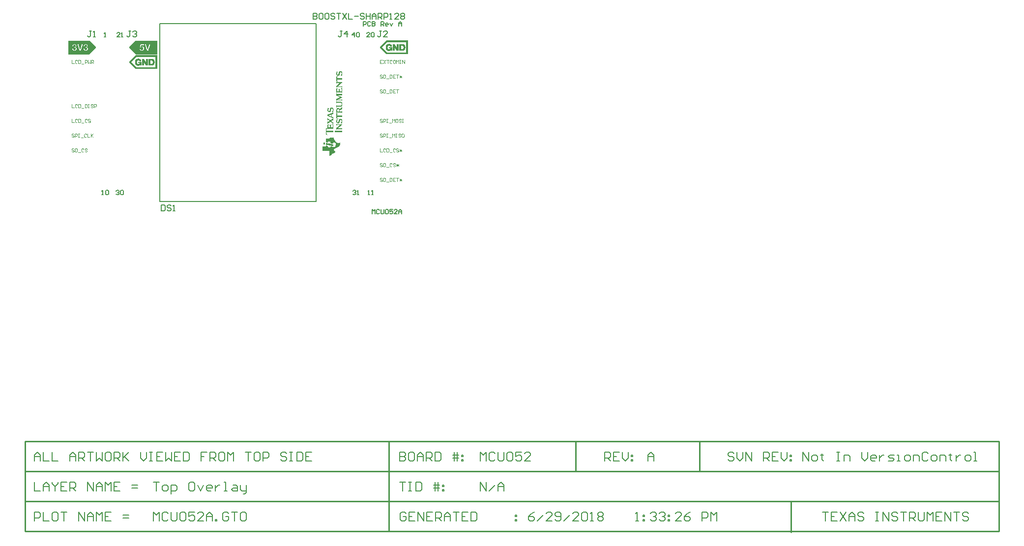
<source format=gto>
G04 Layer_Color=65535*
%FSAX25Y25*%
%MOIN*%
G70*
G01*
G75*
%ADD10C,0.01000*%
%ADD11C,0.00800*%
%ADD33C,0.00700*%
%ADD34C,0.00050*%
%ADD35C,0.00500*%
%ADD36C,0.00400*%
G36*
X0248204Y0316275D02*
X0248354D01*
Y0316225D01*
X0248454D01*
Y0316175D01*
X0248604D01*
Y0316125D01*
X0248704D01*
Y0316075D01*
X0248854D01*
Y0316025D01*
X0248954D01*
Y0315975D01*
X0249054D01*
Y0315925D01*
Y0315875D01*
Y0315825D01*
Y0315775D01*
Y0315725D01*
Y0315675D01*
Y0315625D01*
Y0315575D01*
Y0315525D01*
Y0315475D01*
Y0315425D01*
Y0315375D01*
Y0315325D01*
Y0315275D01*
Y0315225D01*
Y0315175D01*
Y0315125D01*
Y0315075D01*
Y0315025D01*
Y0314975D01*
Y0314925D01*
Y0314875D01*
Y0314825D01*
Y0314775D01*
Y0314725D01*
Y0314675D01*
Y0314625D01*
Y0314575D01*
Y0314525D01*
Y0314475D01*
Y0314425D01*
Y0314375D01*
Y0314325D01*
Y0314275D01*
Y0314225D01*
Y0314175D01*
Y0314125D01*
Y0314075D01*
Y0314025D01*
Y0313975D01*
Y0313925D01*
Y0313875D01*
Y0313825D01*
Y0313775D01*
Y0313725D01*
Y0313675D01*
Y0313625D01*
Y0313575D01*
Y0313525D01*
Y0313475D01*
Y0313425D01*
Y0313375D01*
Y0313325D01*
Y0313275D01*
Y0313225D01*
Y0313175D01*
Y0313125D01*
Y0313075D01*
Y0313025D01*
Y0312975D01*
Y0312925D01*
Y0312875D01*
Y0312825D01*
Y0312775D01*
Y0312725D01*
X0248904D01*
Y0312775D01*
Y0312825D01*
Y0312875D01*
X0248854D01*
Y0312925D01*
Y0312975D01*
X0248804D01*
Y0313025D01*
X0248754D01*
Y0313075D01*
X0248654D01*
Y0313125D01*
X0245554D01*
Y0313075D01*
X0245404D01*
Y0313025D01*
X0245354D01*
Y0312975D01*
Y0312925D01*
X0245304D01*
Y0312875D01*
Y0312825D01*
X0245254D01*
Y0312775D01*
Y0312725D01*
X0245104D01*
Y0312775D01*
Y0312825D01*
Y0312875D01*
Y0312925D01*
Y0312975D01*
Y0313025D01*
Y0313075D01*
Y0313125D01*
Y0313175D01*
Y0313225D01*
Y0313275D01*
Y0313325D01*
Y0313375D01*
Y0313425D01*
Y0313475D01*
Y0313525D01*
Y0313575D01*
Y0313625D01*
Y0313675D01*
Y0313725D01*
Y0313775D01*
Y0313825D01*
Y0313875D01*
Y0313925D01*
Y0313975D01*
Y0314025D01*
Y0314075D01*
Y0314125D01*
Y0314175D01*
Y0314225D01*
Y0314275D01*
Y0314325D01*
Y0314375D01*
Y0314425D01*
Y0314475D01*
Y0314525D01*
Y0314575D01*
Y0314625D01*
Y0314675D01*
Y0314725D01*
Y0314775D01*
Y0314825D01*
Y0314875D01*
Y0314925D01*
Y0314975D01*
Y0315025D01*
Y0315075D01*
Y0315125D01*
Y0315175D01*
Y0315225D01*
Y0315275D01*
Y0315325D01*
Y0315375D01*
Y0315425D01*
Y0315475D01*
Y0315525D01*
Y0315575D01*
Y0315625D01*
Y0315675D01*
Y0315725D01*
Y0315775D01*
Y0315825D01*
X0245204D01*
Y0315875D01*
X0245304D01*
Y0315925D01*
X0245454D01*
Y0315975D01*
X0245604D01*
Y0316025D01*
X0245754D01*
Y0316075D01*
X0245854D01*
Y0316125D01*
X0246054D01*
Y0316075D01*
Y0316025D01*
Y0315975D01*
X0246004D01*
Y0315925D01*
X0245954D01*
Y0315875D01*
X0245904D01*
Y0315825D01*
X0245854D01*
Y0315775D01*
X0245804D01*
Y0315725D01*
Y0315675D01*
X0245754D01*
Y0315625D01*
X0245704D01*
Y0315575D01*
Y0315525D01*
X0245654D01*
Y0315475D01*
Y0315425D01*
Y0315375D01*
X0245604D01*
Y0315325D01*
Y0315275D01*
Y0315225D01*
Y0315175D01*
Y0315125D01*
Y0315075D01*
Y0315025D01*
Y0314975D01*
Y0314925D01*
Y0314875D01*
Y0314825D01*
Y0314775D01*
Y0314725D01*
Y0314675D01*
Y0314625D01*
Y0314575D01*
Y0314525D01*
Y0314475D01*
Y0314425D01*
Y0314375D01*
Y0314325D01*
Y0314275D01*
Y0314225D01*
Y0314175D01*
Y0314125D01*
Y0314075D01*
X0245654D01*
Y0314025D01*
X0245704D01*
Y0313975D01*
X0246754D01*
Y0314025D01*
Y0314075D01*
Y0314125D01*
Y0314175D01*
Y0314225D01*
Y0314275D01*
Y0314325D01*
Y0314375D01*
Y0314425D01*
Y0314475D01*
Y0314525D01*
Y0314575D01*
Y0314625D01*
Y0314675D01*
Y0314725D01*
Y0314775D01*
Y0314825D01*
Y0314875D01*
Y0314925D01*
Y0314975D01*
Y0315025D01*
Y0315075D01*
Y0315125D01*
Y0315175D01*
Y0315225D01*
X0246704D01*
Y0315275D01*
Y0315325D01*
Y0315375D01*
X0246654D01*
Y0315425D01*
X0246554D01*
Y0315475D01*
X0246454D01*
Y0315525D01*
X0246404D01*
Y0315575D01*
Y0315625D01*
X0246454D01*
Y0315675D01*
X0247504D01*
Y0315625D01*
X0247554D01*
Y0315575D01*
Y0315525D01*
Y0315475D01*
X0247454D01*
Y0315425D01*
X0247354D01*
Y0315375D01*
X0247304D01*
Y0315325D01*
X0247254D01*
Y0315275D01*
Y0315225D01*
Y0315175D01*
Y0315125D01*
Y0315075D01*
Y0315025D01*
Y0314975D01*
Y0314925D01*
Y0314875D01*
Y0314825D01*
Y0314775D01*
Y0314725D01*
Y0314675D01*
Y0314625D01*
Y0314575D01*
Y0314525D01*
Y0314475D01*
Y0314425D01*
Y0314375D01*
Y0314325D01*
Y0314275D01*
Y0314225D01*
Y0314175D01*
Y0314125D01*
Y0314075D01*
Y0314025D01*
Y0313975D01*
X0248454D01*
Y0314025D01*
X0248554D01*
Y0314075D01*
Y0314125D01*
Y0314175D01*
Y0314225D01*
Y0314275D01*
Y0314325D01*
Y0314375D01*
Y0314425D01*
Y0314475D01*
Y0314525D01*
Y0314575D01*
Y0314625D01*
Y0314675D01*
Y0314725D01*
Y0314775D01*
Y0314825D01*
Y0314875D01*
Y0314925D01*
Y0314975D01*
Y0315025D01*
Y0315075D01*
Y0315125D01*
Y0315175D01*
Y0315225D01*
Y0315275D01*
Y0315325D01*
Y0315375D01*
Y0315425D01*
Y0315475D01*
Y0315525D01*
X0248504D01*
Y0315575D01*
Y0315625D01*
Y0315675D01*
X0248454D01*
Y0315725D01*
Y0315775D01*
Y0315825D01*
X0248404D01*
Y0315875D01*
X0248354D01*
Y0315925D01*
Y0315975D01*
X0248304D01*
Y0316025D01*
X0248254D01*
Y0316075D01*
X0248204D01*
Y0316125D01*
X0248154D01*
Y0316175D01*
X0248104D01*
Y0316225D01*
X0248054D01*
Y0316275D01*
X0248104D01*
Y0316325D01*
X0248204D01*
Y0316275D01*
D02*
G37*
G36*
X0251204Y0316475D02*
X0251254D01*
Y0316425D01*
X0251304D01*
Y0316375D01*
Y0316325D01*
X0251354D01*
Y0316275D01*
X0251404D01*
Y0316225D01*
X0251504D01*
Y0316175D01*
X0255054D01*
Y0316125D01*
X0255104D01*
Y0316075D01*
Y0316025D01*
Y0315975D01*
X0255054D01*
Y0315925D01*
X0254954D01*
Y0315875D01*
X0254904D01*
Y0315825D01*
X0254854D01*
Y0315775D01*
X0254804D01*
Y0315725D01*
X0254754D01*
Y0315675D01*
X0254704D01*
Y0315625D01*
X0254654D01*
Y0315575D01*
X0254554D01*
Y0315525D01*
X0254504D01*
Y0315475D01*
X0254454D01*
Y0315425D01*
X0254404D01*
Y0315375D01*
X0254354D01*
Y0315325D01*
X0254304D01*
Y0315275D01*
X0254254D01*
Y0315225D01*
X0254154D01*
Y0315175D01*
X0254104D01*
Y0315125D01*
X0254054D01*
Y0315075D01*
X0254004D01*
Y0315025D01*
X0253954D01*
Y0314975D01*
X0253904D01*
Y0314925D01*
X0253854D01*
Y0314875D01*
X0253754D01*
Y0314825D01*
X0253704D01*
Y0314775D01*
X0253654D01*
Y0314725D01*
X0253604D01*
Y0314675D01*
X0253554D01*
Y0314625D01*
X0253504D01*
Y0314575D01*
X0253454D01*
Y0314525D01*
X0253404D01*
Y0314475D01*
X0253304D01*
Y0314425D01*
X0253254D01*
Y0314375D01*
X0253204D01*
Y0314325D01*
X0253154D01*
Y0314275D01*
X0253104D01*
Y0314225D01*
X0253054D01*
Y0314175D01*
X0253004D01*
Y0314125D01*
X0252904D01*
Y0314075D01*
X0252854D01*
Y0314025D01*
X0252804D01*
Y0313975D01*
X0252754D01*
Y0313925D01*
X0252704D01*
Y0313875D01*
X0252654D01*
Y0313825D01*
X0252604D01*
Y0313775D01*
X0252504D01*
Y0313725D01*
X0252454D01*
Y0313675D01*
X0252404D01*
Y0313625D01*
X0252354D01*
Y0313575D01*
X0252304D01*
Y0313525D01*
X0252254D01*
Y0313475D01*
X0252204D01*
Y0313425D01*
X0252104D01*
Y0313375D01*
X0254554D01*
Y0313425D01*
X0254704D01*
Y0313475D01*
X0254754D01*
Y0313525D01*
X0254804D01*
Y0313575D01*
Y0313625D01*
X0254854D01*
Y0313675D01*
Y0313725D01*
X0254904D01*
Y0313775D01*
X0255054D01*
Y0313725D01*
Y0313675D01*
Y0313625D01*
Y0313575D01*
Y0313525D01*
Y0313475D01*
Y0313425D01*
Y0313375D01*
Y0313325D01*
Y0313275D01*
Y0313225D01*
Y0313175D01*
Y0313125D01*
Y0313075D01*
Y0313025D01*
Y0312975D01*
Y0312925D01*
Y0312875D01*
Y0312825D01*
Y0312775D01*
Y0312725D01*
Y0312675D01*
Y0312625D01*
Y0312575D01*
Y0312525D01*
Y0312475D01*
X0254904D01*
Y0312525D01*
X0254854D01*
Y0312575D01*
Y0312625D01*
X0254804D01*
Y0312675D01*
Y0312725D01*
X0254754D01*
Y0312775D01*
X0254654D01*
Y0312825D01*
X0251504D01*
Y0312775D01*
X0251404D01*
Y0312725D01*
X0251354D01*
Y0312675D01*
Y0312625D01*
X0251304D01*
Y0312575D01*
X0251254D01*
Y0312525D01*
Y0312475D01*
X0251104D01*
Y0312525D01*
Y0312575D01*
Y0312625D01*
Y0312675D01*
Y0312725D01*
Y0312775D01*
Y0312825D01*
Y0312875D01*
Y0312925D01*
Y0312975D01*
Y0313025D01*
Y0313075D01*
Y0313125D01*
Y0313175D01*
Y0313225D01*
Y0313275D01*
Y0313325D01*
Y0313375D01*
Y0313425D01*
Y0313475D01*
Y0313525D01*
Y0313575D01*
Y0313625D01*
Y0313675D01*
X0251154D01*
Y0313725D01*
X0251204D01*
Y0313775D01*
X0251304D01*
Y0313825D01*
X0251354D01*
Y0313875D01*
X0251404D01*
Y0313925D01*
X0251454D01*
Y0313975D01*
X0251504D01*
Y0314025D01*
X0251554D01*
Y0314075D01*
X0251604D01*
Y0314125D01*
X0251704D01*
Y0314175D01*
X0251754D01*
Y0314225D01*
X0251804D01*
Y0314275D01*
X0251854D01*
Y0314325D01*
X0251904D01*
Y0314375D01*
X0251954D01*
Y0314425D01*
X0252004D01*
Y0314475D01*
X0252104D01*
Y0314525D01*
X0252154D01*
Y0314575D01*
X0252204D01*
Y0314625D01*
X0252254D01*
Y0314675D01*
X0252304D01*
Y0314725D01*
X0252354D01*
Y0314775D01*
X0252404D01*
Y0314825D01*
X0252504D01*
Y0314875D01*
X0252554D01*
Y0314925D01*
X0252604D01*
Y0314975D01*
X0252654D01*
Y0315025D01*
X0252704D01*
Y0315075D01*
X0252754D01*
Y0315125D01*
X0252804D01*
Y0315175D01*
X0252904D01*
Y0315225D01*
X0252954D01*
Y0315275D01*
X0253004D01*
Y0315325D01*
X0253054D01*
Y0315375D01*
X0253104D01*
Y0315425D01*
X0253154D01*
Y0315475D01*
X0253204D01*
Y0315525D01*
X0253304D01*
Y0315575D01*
Y0315625D01*
X0251554D01*
Y0315575D01*
X0251404D01*
Y0315525D01*
X0251354D01*
Y0315475D01*
X0251304D01*
Y0315425D01*
Y0315375D01*
X0251254D01*
Y0315325D01*
Y0315275D01*
X0251104D01*
Y0315325D01*
Y0315375D01*
Y0315425D01*
Y0315475D01*
Y0315525D01*
Y0315575D01*
Y0315625D01*
Y0315675D01*
Y0315725D01*
Y0315775D01*
Y0315825D01*
Y0315875D01*
Y0315925D01*
Y0315975D01*
Y0316025D01*
Y0316075D01*
Y0316125D01*
Y0316175D01*
Y0316225D01*
Y0316275D01*
Y0316325D01*
Y0316375D01*
Y0316425D01*
Y0316475D01*
Y0316525D01*
X0251204D01*
Y0316475D01*
D02*
G37*
G36*
X0252154Y0323475D02*
Y0323425D01*
X0252104D01*
Y0323375D01*
X0252054D01*
Y0323325D01*
X0252004D01*
Y0323275D01*
X0251954D01*
Y0323225D01*
X0251904D01*
Y0323175D01*
X0251854D01*
Y0323125D01*
X0251804D01*
Y0323075D01*
X0251754D01*
Y0323025D01*
X0251704D01*
Y0322975D01*
Y0322925D01*
X0251654D01*
Y0322875D01*
Y0322825D01*
X0251604D01*
Y0322775D01*
Y0322725D01*
Y0322675D01*
Y0322625D01*
Y0322575D01*
Y0322525D01*
Y0322475D01*
Y0322425D01*
X0251554D01*
Y0322375D01*
Y0322325D01*
Y0322275D01*
X0251604D01*
Y0322225D01*
Y0322175D01*
Y0322125D01*
X0251654D01*
Y0322075D01*
X0254604D01*
Y0322125D01*
X0254704D01*
Y0322175D01*
X0254804D01*
Y0322225D01*
Y0322275D01*
X0254854D01*
Y0322325D01*
Y0322375D01*
Y0322425D01*
X0254904D01*
Y0322475D01*
Y0322525D01*
X0255054D01*
Y0322475D01*
Y0322425D01*
Y0322375D01*
Y0322325D01*
Y0322275D01*
Y0322225D01*
Y0322175D01*
Y0322125D01*
Y0322075D01*
Y0322025D01*
Y0321975D01*
Y0321925D01*
Y0321875D01*
Y0321825D01*
Y0321775D01*
Y0321725D01*
Y0321675D01*
Y0321625D01*
Y0321575D01*
Y0321525D01*
Y0321475D01*
Y0321425D01*
Y0321375D01*
Y0321325D01*
Y0321275D01*
Y0321225D01*
Y0321175D01*
Y0321125D01*
Y0321075D01*
Y0321025D01*
Y0320975D01*
Y0320925D01*
Y0320875D01*
Y0320825D01*
X0254904D01*
Y0320875D01*
X0254854D01*
Y0320925D01*
Y0320975D01*
Y0321025D01*
X0254804D01*
Y0321075D01*
Y0321125D01*
X0254754D01*
Y0321175D01*
X0254654D01*
Y0321225D01*
X0251654D01*
Y0321175D01*
X0251604D01*
Y0321125D01*
Y0321075D01*
X0251554D01*
Y0321025D01*
Y0320975D01*
Y0320925D01*
Y0320875D01*
X0251604D01*
Y0320825D01*
Y0320775D01*
Y0320725D01*
Y0320675D01*
Y0320625D01*
Y0320575D01*
Y0320525D01*
Y0320475D01*
X0251654D01*
Y0320425D01*
Y0320375D01*
X0251704D01*
Y0320325D01*
X0251754D01*
Y0320275D01*
Y0320225D01*
X0251804D01*
Y0320175D01*
X0251854D01*
Y0320125D01*
X0251954D01*
Y0320075D01*
X0252004D01*
Y0320025D01*
X0252054D01*
Y0319975D01*
X0252104D01*
Y0319925D01*
X0252154D01*
Y0319875D01*
Y0319825D01*
X0252104D01*
Y0319775D01*
X0252054D01*
Y0319825D01*
X0251904D01*
Y0319875D01*
X0251754D01*
Y0319925D01*
X0251604D01*
Y0319975D01*
X0251404D01*
Y0320025D01*
X0251254D01*
Y0320075D01*
X0251104D01*
Y0320125D01*
Y0320175D01*
Y0320225D01*
Y0320275D01*
Y0320325D01*
Y0320375D01*
Y0320425D01*
Y0320475D01*
Y0320525D01*
Y0320575D01*
Y0320625D01*
Y0320675D01*
Y0320725D01*
Y0320775D01*
Y0320825D01*
Y0320875D01*
Y0320925D01*
Y0320975D01*
Y0321025D01*
Y0321075D01*
Y0321125D01*
Y0321175D01*
Y0321225D01*
Y0321275D01*
Y0321325D01*
Y0321375D01*
Y0321425D01*
Y0321475D01*
Y0321525D01*
Y0321575D01*
Y0321625D01*
Y0321675D01*
Y0321725D01*
Y0321775D01*
Y0321825D01*
Y0321875D01*
Y0321925D01*
Y0321975D01*
Y0322025D01*
Y0322075D01*
Y0322125D01*
Y0322175D01*
Y0322225D01*
Y0322275D01*
Y0322325D01*
Y0322375D01*
Y0322425D01*
Y0322475D01*
Y0322525D01*
Y0322575D01*
Y0322625D01*
Y0322675D01*
Y0322725D01*
Y0322775D01*
Y0322825D01*
Y0322875D01*
Y0322925D01*
Y0322975D01*
Y0323025D01*
Y0323075D01*
Y0323125D01*
Y0323175D01*
Y0323225D01*
Y0323275D01*
X0251254D01*
Y0323325D01*
X0251454D01*
Y0323375D01*
X0251604D01*
Y0323425D01*
X0251754D01*
Y0323475D01*
X0251904D01*
Y0323525D01*
X0252154D01*
Y0323475D01*
D02*
G37*
G36*
X0254154Y0319825D02*
X0254304D01*
Y0319775D01*
X0254404D01*
Y0319725D01*
X0254504D01*
Y0319675D01*
X0254554D01*
Y0319625D01*
X0254654D01*
Y0319575D01*
X0254704D01*
Y0319525D01*
X0254754D01*
Y0319475D01*
Y0319425D01*
X0254804D01*
Y0319375D01*
X0254854D01*
Y0319325D01*
Y0319275D01*
X0254904D01*
Y0319225D01*
Y0319175D01*
X0254954D01*
Y0319125D01*
Y0319075D01*
X0255004D01*
Y0319025D01*
Y0318975D01*
Y0318925D01*
X0255054D01*
Y0318875D01*
Y0318825D01*
Y0318775D01*
Y0318725D01*
X0255104D01*
Y0318675D01*
Y0318625D01*
Y0318575D01*
Y0318525D01*
Y0318475D01*
Y0318425D01*
Y0318375D01*
Y0318325D01*
Y0318275D01*
Y0318225D01*
Y0318175D01*
Y0318125D01*
Y0318075D01*
Y0318025D01*
Y0317975D01*
Y0317925D01*
X0255054D01*
Y0317875D01*
Y0317825D01*
Y0317775D01*
Y0317725D01*
X0255004D01*
Y0317675D01*
Y0317625D01*
Y0317575D01*
X0254954D01*
Y0317525D01*
Y0317475D01*
Y0317425D01*
X0254904D01*
Y0317375D01*
Y0317325D01*
X0254854D01*
Y0317275D01*
Y0317225D01*
X0254904D01*
Y0317175D01*
X0255004D01*
Y0317125D01*
X0255054D01*
Y0317075D01*
Y0317025D01*
Y0316975D01*
Y0316925D01*
X0254904D01*
Y0316875D01*
X0254704D01*
Y0316825D01*
X0254554D01*
Y0316775D01*
X0254354D01*
Y0316725D01*
X0254154D01*
Y0316675D01*
X0253954D01*
Y0316625D01*
X0253854D01*
Y0316675D01*
X0253804D01*
Y0316725D01*
Y0316775D01*
X0253854D01*
Y0316825D01*
X0253904D01*
Y0316875D01*
X0253954D01*
Y0316925D01*
X0254004D01*
Y0316975D01*
X0254054D01*
Y0317025D01*
X0254104D01*
Y0317075D01*
X0254154D01*
Y0317125D01*
X0254204D01*
Y0317175D01*
X0254254D01*
Y0317225D01*
Y0317275D01*
X0254304D01*
Y0317325D01*
X0254354D01*
Y0317375D01*
Y0317425D01*
X0254404D01*
Y0317475D01*
Y0317525D01*
X0254454D01*
Y0317575D01*
Y0317625D01*
X0254504D01*
Y0317675D01*
Y0317725D01*
Y0317775D01*
X0254554D01*
Y0317825D01*
Y0317875D01*
Y0317925D01*
Y0317975D01*
Y0318025D01*
Y0318075D01*
X0254604D01*
Y0318125D01*
Y0318175D01*
Y0318225D01*
Y0318275D01*
Y0318325D01*
Y0318375D01*
Y0318425D01*
Y0318475D01*
X0254554D01*
Y0318525D01*
Y0318575D01*
Y0318625D01*
Y0318675D01*
Y0318725D01*
X0254504D01*
Y0318775D01*
Y0318825D01*
X0254454D01*
Y0318875D01*
Y0318925D01*
X0254404D01*
Y0318975D01*
X0254354D01*
Y0319025D01*
X0254254D01*
Y0319075D01*
X0253754D01*
Y0319025D01*
X0253704D01*
Y0318975D01*
X0253654D01*
Y0318925D01*
X0253604D01*
Y0318875D01*
Y0318825D01*
X0253554D01*
Y0318775D01*
Y0318725D01*
X0253504D01*
Y0318675D01*
Y0318625D01*
Y0318575D01*
Y0318525D01*
X0253454D01*
Y0318475D01*
Y0318425D01*
Y0318375D01*
Y0318325D01*
X0253404D01*
Y0318275D01*
Y0318225D01*
Y0318175D01*
Y0318125D01*
X0253354D01*
Y0318075D01*
Y0318025D01*
Y0317975D01*
Y0317925D01*
Y0317875D01*
X0253304D01*
Y0317825D01*
Y0317775D01*
Y0317725D01*
Y0317675D01*
X0253254D01*
Y0317625D01*
Y0317575D01*
Y0317525D01*
X0253204D01*
Y0317475D01*
Y0317425D01*
Y0317375D01*
X0253154D01*
Y0317325D01*
Y0317275D01*
X0253104D01*
Y0317225D01*
Y0317175D01*
X0253054D01*
Y0317125D01*
X0253004D01*
Y0317075D01*
X0252954D01*
Y0317025D01*
X0252904D01*
Y0316975D01*
X0252854D01*
Y0316925D01*
X0252804D01*
Y0316875D01*
X0252754D01*
Y0316825D01*
X0252654D01*
Y0316775D01*
X0252504D01*
Y0316725D01*
X0251904D01*
Y0316775D01*
X0251754D01*
Y0316825D01*
X0251654D01*
Y0316875D01*
X0251554D01*
Y0316925D01*
X0251504D01*
Y0316975D01*
X0251454D01*
Y0317025D01*
X0251404D01*
Y0317075D01*
X0251354D01*
Y0317125D01*
X0251304D01*
Y0317175D01*
Y0317225D01*
X0251254D01*
Y0317275D01*
X0251204D01*
Y0317325D01*
Y0317375D01*
X0251154D01*
Y0317425D01*
Y0317475D01*
Y0317525D01*
X0251104D01*
Y0317575D01*
Y0317625D01*
Y0317675D01*
X0251054D01*
Y0317725D01*
Y0317775D01*
Y0317825D01*
Y0317875D01*
Y0317925D01*
Y0317975D01*
Y0318025D01*
X0251004D01*
Y0318075D01*
Y0318125D01*
Y0318175D01*
Y0318225D01*
Y0318275D01*
X0251054D01*
Y0318325D01*
Y0318375D01*
Y0318425D01*
Y0318475D01*
Y0318525D01*
Y0318575D01*
X0251104D01*
Y0318625D01*
Y0318675D01*
Y0318725D01*
X0251154D01*
Y0318775D01*
Y0318825D01*
Y0318875D01*
X0251204D01*
Y0318925D01*
Y0318975D01*
X0251254D01*
Y0319025D01*
Y0319075D01*
X0251204D01*
Y0319125D01*
X0251104D01*
Y0319175D01*
Y0319225D01*
Y0319275D01*
Y0319325D01*
X0251154D01*
Y0319375D01*
X0251354D01*
Y0319425D01*
X0251504D01*
Y0319475D01*
X0251704D01*
Y0319525D01*
X0251854D01*
Y0319575D01*
X0252054D01*
Y0319625D01*
X0252104D01*
Y0319575D01*
X0252154D01*
Y0319525D01*
Y0319475D01*
X0252104D01*
Y0319425D01*
X0252054D01*
Y0319375D01*
X0252004D01*
Y0319325D01*
Y0319275D01*
X0251954D01*
Y0319225D01*
X0251904D01*
Y0319175D01*
X0251854D01*
Y0319125D01*
Y0319075D01*
X0251804D01*
Y0319025D01*
X0251754D01*
Y0318975D01*
Y0318925D01*
X0251704D01*
Y0318875D01*
Y0318825D01*
X0251654D01*
Y0318775D01*
Y0318725D01*
Y0318675D01*
X0251604D01*
Y0318625D01*
Y0318575D01*
Y0318525D01*
Y0318475D01*
X0251554D01*
Y0318425D01*
Y0318375D01*
Y0318325D01*
Y0318275D01*
Y0318225D01*
Y0318175D01*
Y0318125D01*
Y0318075D01*
Y0318025D01*
Y0317975D01*
Y0317925D01*
Y0317875D01*
X0251604D01*
Y0317825D01*
Y0317775D01*
Y0317725D01*
X0251654D01*
Y0317675D01*
Y0317625D01*
X0251704D01*
Y0317575D01*
X0251754D01*
Y0317525D01*
X0251804D01*
Y0317475D01*
X0252254D01*
Y0317525D01*
X0252304D01*
Y0317575D01*
X0252354D01*
Y0317625D01*
Y0317675D01*
X0252404D01*
Y0317725D01*
Y0317775D01*
X0252454D01*
Y0317825D01*
Y0317875D01*
Y0317925D01*
Y0317975D01*
X0252504D01*
Y0318025D01*
Y0318075D01*
Y0318125D01*
Y0318175D01*
Y0318225D01*
X0252554D01*
Y0318275D01*
Y0318325D01*
Y0318375D01*
Y0318425D01*
X0252604D01*
Y0318475D01*
Y0318525D01*
Y0318575D01*
Y0318625D01*
Y0318675D01*
X0252654D01*
Y0318725D01*
Y0318775D01*
Y0318825D01*
Y0318875D01*
X0252704D01*
Y0318925D01*
Y0318975D01*
Y0319025D01*
X0252754D01*
Y0319075D01*
Y0319125D01*
Y0319175D01*
X0252804D01*
Y0319225D01*
Y0319275D01*
X0252854D01*
Y0319325D01*
Y0319375D01*
X0252904D01*
Y0319425D01*
Y0319475D01*
X0252954D01*
Y0319525D01*
X0253004D01*
Y0319575D01*
X0253054D01*
Y0319625D01*
X0253104D01*
Y0319675D01*
X0253154D01*
Y0319725D01*
X0253254D01*
Y0319775D01*
X0253354D01*
Y0319825D01*
X0253504D01*
Y0319875D01*
X0254154D01*
Y0319825D01*
D02*
G37*
G36*
X0255054Y0312125D02*
Y0312075D01*
Y0312025D01*
Y0311975D01*
Y0311925D01*
Y0311875D01*
Y0311825D01*
Y0311775D01*
Y0311725D01*
Y0311675D01*
Y0311625D01*
Y0311575D01*
Y0311525D01*
Y0311475D01*
Y0311425D01*
Y0311375D01*
Y0311325D01*
Y0311275D01*
Y0311225D01*
Y0311175D01*
Y0311125D01*
Y0311075D01*
Y0311025D01*
Y0310975D01*
Y0310925D01*
Y0310875D01*
Y0310825D01*
Y0310775D01*
Y0310725D01*
Y0310675D01*
Y0310625D01*
Y0310575D01*
Y0310525D01*
Y0310475D01*
Y0310425D01*
Y0310375D01*
X0254904D01*
Y0310425D01*
X0254854D01*
Y0310475D01*
Y0310525D01*
Y0310575D01*
X0254804D01*
Y0310625D01*
Y0310675D01*
X0254754D01*
Y0310725D01*
X0254654D01*
Y0310775D01*
X0250254D01*
Y0310725D01*
X0250154D01*
Y0310675D01*
Y0310625D01*
X0250104D01*
Y0310575D01*
X0250054D01*
Y0310525D01*
Y0310475D01*
Y0310425D01*
X0250004D01*
Y0310375D01*
X0249854D01*
Y0310425D01*
Y0310475D01*
Y0310525D01*
Y0310575D01*
Y0310625D01*
Y0310675D01*
Y0310725D01*
Y0310775D01*
Y0310825D01*
Y0310875D01*
Y0310925D01*
Y0310975D01*
Y0311025D01*
Y0311075D01*
Y0311125D01*
Y0311175D01*
Y0311225D01*
Y0311275D01*
Y0311325D01*
Y0311375D01*
Y0311425D01*
Y0311475D01*
Y0311525D01*
Y0311575D01*
Y0311625D01*
Y0311675D01*
Y0311725D01*
Y0311775D01*
Y0311825D01*
Y0311875D01*
Y0311925D01*
Y0311975D01*
Y0312025D01*
Y0312075D01*
Y0312125D01*
X0249904D01*
Y0312175D01*
X0250004D01*
Y0312125D01*
X0250054D01*
Y0312075D01*
Y0312025D01*
Y0311975D01*
X0250104D01*
Y0311925D01*
Y0311875D01*
X0250154D01*
Y0311825D01*
X0250254D01*
Y0311775D01*
X0250404D01*
Y0311725D01*
X0254504D01*
Y0311775D01*
X0254704D01*
Y0311825D01*
X0254754D01*
Y0311875D01*
X0254804D01*
Y0311925D01*
Y0311975D01*
X0254854D01*
Y0312025D01*
Y0312075D01*
Y0312125D01*
X0254904D01*
Y0312175D01*
X0255054D01*
Y0312125D01*
D02*
G37*
G36*
X0244004Y0303425D02*
X0244254D01*
Y0303375D01*
X0244504D01*
Y0303325D01*
X0244754D01*
Y0303275D01*
X0245004D01*
Y0303225D01*
X0245254D01*
Y0303175D01*
X0245504D01*
Y0303125D01*
X0245754D01*
Y0303075D01*
X0246054D01*
Y0303025D01*
X0246304D01*
Y0302975D01*
X0246554D01*
Y0302925D01*
X0246804D01*
Y0302875D01*
X0247054D01*
Y0302825D01*
X0247304D01*
Y0302775D01*
X0247554D01*
Y0302725D01*
X0247804D01*
Y0302675D01*
X0248054D01*
Y0302625D01*
X0248304D01*
Y0302575D01*
X0248554D01*
Y0302525D01*
X0248804D01*
Y0302475D01*
X0249004D01*
Y0302425D01*
Y0302375D01*
Y0302325D01*
Y0302275D01*
Y0302225D01*
Y0302175D01*
Y0302125D01*
Y0302075D01*
Y0302025D01*
Y0301975D01*
Y0301925D01*
Y0301875D01*
Y0301825D01*
Y0301775D01*
Y0301725D01*
Y0301675D01*
Y0301625D01*
Y0301575D01*
Y0301525D01*
Y0301475D01*
Y0301425D01*
Y0301375D01*
Y0301325D01*
Y0301275D01*
X0248854D01*
Y0301325D01*
X0248604D01*
Y0301375D01*
X0248354D01*
Y0301425D01*
X0248104D01*
Y0301475D01*
X0247854D01*
Y0301525D01*
X0247604D01*
Y0301575D01*
X0247354D01*
Y0301625D01*
X0247104D01*
Y0301675D01*
X0246854D01*
Y0301725D01*
X0246604D01*
Y0301775D01*
X0246354D01*
Y0301825D01*
X0246104D01*
Y0301875D01*
X0245804D01*
Y0301925D01*
X0245554D01*
Y0301975D01*
X0245304D01*
Y0302025D01*
X0245054D01*
Y0302075D01*
X0244804D01*
Y0302125D01*
X0244554D01*
Y0302175D01*
X0244304D01*
Y0302225D01*
X0244054D01*
Y0302275D01*
X0243904D01*
Y0302325D01*
Y0302375D01*
Y0302425D01*
Y0302475D01*
Y0302525D01*
Y0302575D01*
Y0302625D01*
Y0302675D01*
Y0302725D01*
Y0302775D01*
Y0302825D01*
Y0302875D01*
Y0302925D01*
Y0302975D01*
Y0303025D01*
Y0303075D01*
Y0303125D01*
Y0303175D01*
Y0303225D01*
Y0303275D01*
Y0303325D01*
Y0303375D01*
Y0303425D01*
Y0303475D01*
X0244004D01*
Y0303425D01*
D02*
G37*
G36*
X0249204Y0307025D02*
X0249254D01*
Y0306825D01*
X0249304D01*
Y0306625D01*
X0249354D01*
Y0306475D01*
X0249404D01*
Y0306325D01*
X0249454D01*
Y0306225D01*
X0249504D01*
Y0306075D01*
X0249554D01*
Y0305975D01*
X0249604D01*
Y0305825D01*
X0249654D01*
Y0305725D01*
X0249704D01*
Y0305625D01*
X0249754D01*
Y0305525D01*
X0249804D01*
Y0305425D01*
X0249854D01*
Y0305325D01*
X0249904D01*
Y0305225D01*
X0249954D01*
Y0305175D01*
X0250004D01*
Y0305075D01*
X0250054D01*
Y0305025D01*
X0250104D01*
Y0304925D01*
X0250154D01*
Y0304875D01*
X0250204D01*
Y0304775D01*
X0250254D01*
Y0304725D01*
X0250304D01*
Y0304675D01*
X0250354D01*
Y0304575D01*
X0250404D01*
Y0304525D01*
X0250454D01*
Y0304475D01*
X0250504D01*
Y0304425D01*
X0250554D01*
Y0304375D01*
X0250604D01*
Y0304325D01*
X0250654D01*
Y0304275D01*
X0250704D01*
Y0304225D01*
X0250754D01*
Y0304175D01*
X0250804D01*
Y0304125D01*
X0250854D01*
Y0304075D01*
X0250904D01*
Y0304025D01*
X0251004D01*
Y0303975D01*
X0251054D01*
Y0303925D01*
X0251104D01*
Y0303875D01*
X0251204D01*
Y0303825D01*
X0251304D01*
Y0303775D01*
X0251354D01*
Y0303725D01*
X0251454D01*
Y0303675D01*
X0251554D01*
Y0303625D01*
X0251704D01*
Y0303575D01*
X0251804D01*
Y0303525D01*
X0252054D01*
Y0303475D01*
X0252704D01*
Y0303525D01*
X0253004D01*
Y0303575D01*
X0253204D01*
Y0303625D01*
X0253304D01*
Y0303675D01*
X0253454D01*
Y0303725D01*
X0253554D01*
Y0303625D01*
X0253604D01*
Y0303475D01*
X0253654D01*
Y0303275D01*
X0253704D01*
Y0302625D01*
X0253654D01*
Y0302425D01*
X0253604D01*
Y0302275D01*
X0253554D01*
Y0302125D01*
X0253504D01*
Y0302025D01*
X0253454D01*
Y0301925D01*
X0253404D01*
Y0301825D01*
X0253354D01*
Y0301775D01*
X0253304D01*
Y0301675D01*
X0253254D01*
Y0301625D01*
X0253204D01*
Y0301575D01*
X0253154D01*
Y0301475D01*
X0253104D01*
Y0301425D01*
X0253054D01*
Y0301375D01*
X0253004D01*
Y0301325D01*
X0252954D01*
Y0301275D01*
X0252904D01*
Y0301225D01*
X0252854D01*
Y0301175D01*
X0252804D01*
Y0301125D01*
X0252754D01*
Y0301075D01*
X0252654D01*
Y0301025D01*
X0252604D01*
Y0300975D01*
X0252554D01*
Y0300925D01*
X0252504D01*
Y0300875D01*
X0252404D01*
Y0300825D01*
X0252354D01*
Y0300775D01*
X0252254D01*
Y0300725D01*
X0252204D01*
Y0300675D01*
X0252104D01*
Y0300625D01*
X0252004D01*
Y0300575D01*
X0251904D01*
Y0300525D01*
X0251804D01*
Y0300475D01*
X0251704D01*
Y0300425D01*
X0251604D01*
Y0300375D01*
X0251504D01*
Y0300325D01*
X0251404D01*
Y0300275D01*
X0251304D01*
Y0300225D01*
X0251204D01*
Y0300175D01*
X0251104D01*
Y0300125D01*
X0251004D01*
Y0300075D01*
X0250854D01*
Y0300025D01*
X0250754D01*
Y0299975D01*
X0250654D01*
Y0299925D01*
X0250554D01*
Y0299875D01*
X0250454D01*
Y0299825D01*
X0250354D01*
Y0299775D01*
X0250254D01*
Y0299725D01*
X0250154D01*
Y0299675D01*
X0250054D01*
Y0299625D01*
X0250004D01*
Y0299575D01*
X0249904D01*
Y0299525D01*
X0249804D01*
Y0299475D01*
X0249754D01*
Y0299425D01*
X0249704D01*
Y0299375D01*
X0249654D01*
Y0299325D01*
X0249604D01*
Y0299275D01*
X0249554D01*
Y0299225D01*
X0249504D01*
Y0299175D01*
X0249454D01*
Y0299075D01*
X0249404D01*
Y0298525D01*
X0249454D01*
Y0298425D01*
X0249504D01*
Y0298325D01*
X0249554D01*
Y0298275D01*
X0249604D01*
Y0298225D01*
X0249654D01*
Y0298175D01*
X0249704D01*
Y0298125D01*
X0249754D01*
Y0298075D01*
X0249804D01*
Y0298025D01*
X0249854D01*
Y0297975D01*
X0249904D01*
Y0297925D01*
X0249954D01*
Y0297875D01*
X0250004D01*
Y0297825D01*
X0250054D01*
Y0297775D01*
X0250104D01*
Y0297675D01*
X0250154D01*
Y0297225D01*
X0250104D01*
Y0297125D01*
X0250054D01*
Y0297025D01*
X0250004D01*
Y0296975D01*
X0249954D01*
Y0296875D01*
X0249904D01*
Y0296825D01*
X0249804D01*
Y0296775D01*
X0249754D01*
Y0296725D01*
X0249704D01*
Y0296675D01*
X0249604D01*
Y0296625D01*
X0249554D01*
Y0296575D01*
X0249454D01*
Y0296525D01*
X0249354D01*
Y0296475D01*
X0249204D01*
Y0296425D01*
X0249104D01*
Y0296375D01*
X0248954D01*
Y0296325D01*
X0248854D01*
Y0296275D01*
X0248704D01*
Y0296225D01*
X0248604D01*
Y0296175D01*
X0248504D01*
Y0296125D01*
X0248404D01*
Y0296075D01*
X0248304D01*
Y0296025D01*
X0248254D01*
Y0295975D01*
X0248154D01*
Y0295925D01*
X0248104D01*
Y0295875D01*
X0248054D01*
Y0295825D01*
X0248004D01*
Y0295775D01*
X0247954D01*
Y0295725D01*
X0247904D01*
Y0295675D01*
X0247854D01*
Y0295625D01*
X0247804D01*
Y0295575D01*
X0247754D01*
Y0295525D01*
X0247704D01*
Y0295425D01*
X0247654D01*
Y0295375D01*
X0247604D01*
Y0295325D01*
X0247554D01*
Y0295275D01*
X0247504D01*
Y0295225D01*
X0247454D01*
Y0295175D01*
X0247404D01*
Y0295125D01*
X0247354D01*
Y0295075D01*
X0247304D01*
Y0295025D01*
X0247254D01*
Y0294975D01*
X0247154D01*
Y0294925D01*
X0247104D01*
Y0294875D01*
X0247004D01*
Y0294825D01*
X0246954D01*
Y0294775D01*
X0246854D01*
Y0294725D01*
X0246704D01*
Y0294675D01*
X0246504D01*
Y0294625D01*
X0246254D01*
Y0298075D01*
X0241604D01*
Y0300975D01*
X0243904D01*
Y0301775D01*
X0244004D01*
Y0301725D01*
X0244254D01*
Y0301675D01*
X0244504D01*
Y0301625D01*
X0244754D01*
Y0301575D01*
X0245004D01*
Y0301525D01*
X0245254D01*
Y0301475D01*
X0245404D01*
Y0300625D01*
X0245554D01*
Y0300575D01*
X0245804D01*
Y0300525D01*
X0246054D01*
Y0300475D01*
X0246304D01*
Y0300425D01*
X0246554D01*
Y0300375D01*
X0246804D01*
Y0301175D01*
X0247004D01*
Y0301125D01*
X0247254D01*
Y0301075D01*
X0247504D01*
Y0301025D01*
X0247754D01*
Y0300975D01*
X0248054D01*
Y0300925D01*
X0248304D01*
Y0300875D01*
X0248554D01*
Y0300825D01*
X0248804D01*
Y0300775D01*
X0249054D01*
Y0300725D01*
X0249254D01*
Y0300675D01*
X0249504D01*
Y0300625D01*
X0249904D01*
Y0300675D01*
X0250054D01*
Y0300725D01*
X0250154D01*
Y0300775D01*
X0250204D01*
Y0300825D01*
X0250254D01*
Y0300925D01*
X0250304D01*
Y0300975D01*
X0250354D01*
Y0301125D01*
X0250404D01*
Y0301275D01*
X0250454D01*
Y0301675D01*
X0250504D01*
Y0303525D01*
X0250304D01*
Y0303575D01*
X0250054D01*
Y0303625D01*
X0249804D01*
Y0303675D01*
X0249554D01*
Y0303725D01*
X0249304D01*
Y0303775D01*
X0249004D01*
Y0303175D01*
X0248954D01*
Y0303075D01*
X0248904D01*
Y0303025D01*
X0248454D01*
Y0303075D01*
X0248204D01*
Y0303125D01*
X0247954D01*
Y0303175D01*
X0247704D01*
Y0303225D01*
X0247454D01*
Y0303275D01*
X0247204D01*
Y0303325D01*
X0246954D01*
Y0303375D01*
X0246804D01*
Y0304275D01*
X0246554D01*
Y0304325D01*
X0246304D01*
Y0304375D01*
X0246054D01*
Y0304425D01*
X0245804D01*
Y0304475D01*
X0245554D01*
Y0304525D01*
X0245404D01*
Y0303675D01*
X0245204D01*
Y0303725D01*
X0244954D01*
Y0303775D01*
X0244704D01*
Y0303825D01*
X0244454D01*
Y0303875D01*
X0244204D01*
Y0303925D01*
X0243954D01*
Y0303975D01*
X0243904D01*
Y0306425D01*
X0245854D01*
Y0306475D01*
X0246054D01*
Y0306525D01*
X0246154D01*
Y0306575D01*
X0246254D01*
Y0306625D01*
X0246354D01*
Y0306675D01*
X0246404D01*
Y0306725D01*
X0246504D01*
Y0306775D01*
X0246554D01*
Y0306825D01*
X0246604D01*
Y0306875D01*
X0246654D01*
Y0306925D01*
X0246704D01*
Y0307025D01*
X0246754D01*
Y0307075D01*
X0249204D01*
Y0307025D01*
D02*
G37*
G36*
X0244854Y0313625D02*
X0244904D01*
Y0313575D01*
Y0313525D01*
X0244854D01*
Y0313475D01*
X0244754D01*
Y0313425D01*
X0244704D01*
Y0313375D01*
X0244654D01*
Y0313325D01*
Y0313275D01*
X0244604D01*
Y0313225D01*
Y0313175D01*
X0244554D01*
Y0313125D01*
Y0313075D01*
X0244504D01*
Y0313025D01*
Y0312975D01*
Y0312925D01*
Y0312875D01*
Y0312825D01*
X0244454D01*
Y0312775D01*
Y0312725D01*
Y0312675D01*
Y0312625D01*
Y0312575D01*
Y0312525D01*
Y0312475D01*
Y0312425D01*
Y0312375D01*
Y0312325D01*
Y0312275D01*
Y0312225D01*
Y0312175D01*
Y0312125D01*
Y0312075D01*
Y0312025D01*
Y0311975D01*
Y0311925D01*
Y0311875D01*
X0244504D01*
Y0311825D01*
Y0311775D01*
X0244604D01*
Y0311725D01*
X0248554D01*
Y0311775D01*
X0248704D01*
Y0311825D01*
X0248754D01*
Y0311875D01*
X0248804D01*
Y0311925D01*
X0248854D01*
Y0311975D01*
Y0312025D01*
X0248904D01*
Y0312075D01*
Y0312125D01*
X0249054D01*
Y0312075D01*
Y0312025D01*
Y0311975D01*
Y0311925D01*
Y0311875D01*
Y0311825D01*
Y0311775D01*
Y0311725D01*
Y0311675D01*
Y0311625D01*
Y0311575D01*
Y0311525D01*
Y0311475D01*
Y0311425D01*
Y0311375D01*
Y0311325D01*
Y0311275D01*
Y0311225D01*
Y0311175D01*
Y0311125D01*
Y0311075D01*
Y0311025D01*
Y0310975D01*
Y0310925D01*
Y0310875D01*
Y0310825D01*
Y0310775D01*
Y0310725D01*
Y0310675D01*
Y0310625D01*
Y0310575D01*
Y0310525D01*
Y0310475D01*
Y0310425D01*
X0248904D01*
Y0310475D01*
Y0310525D01*
X0248854D01*
Y0310575D01*
Y0310625D01*
X0248804D01*
Y0310675D01*
X0248754D01*
Y0310725D01*
X0248654D01*
Y0310775D01*
X0244504D01*
Y0310725D01*
Y0310675D01*
X0244454D01*
Y0310625D01*
Y0310575D01*
Y0310525D01*
Y0310475D01*
Y0310425D01*
Y0310375D01*
Y0310325D01*
Y0310275D01*
Y0310225D01*
Y0310175D01*
Y0310125D01*
Y0310075D01*
Y0310025D01*
Y0309975D01*
Y0309925D01*
Y0309875D01*
Y0309825D01*
Y0309775D01*
Y0309725D01*
X0244504D01*
Y0309675D01*
Y0309625D01*
Y0309575D01*
Y0309525D01*
Y0309475D01*
X0244554D01*
Y0309425D01*
Y0309375D01*
X0244604D01*
Y0309325D01*
Y0309275D01*
X0244654D01*
Y0309225D01*
Y0309175D01*
X0244704D01*
Y0309125D01*
X0244754D01*
Y0309075D01*
X0244804D01*
Y0309025D01*
X0244854D01*
Y0308975D01*
X0244904D01*
Y0308925D01*
X0244854D01*
Y0308875D01*
X0244704D01*
Y0308925D01*
X0244604D01*
Y0308975D01*
X0244454D01*
Y0309025D01*
X0244304D01*
Y0309075D01*
X0244154D01*
Y0309125D01*
X0244004D01*
Y0309175D01*
X0243904D01*
Y0309225D01*
Y0309275D01*
Y0309325D01*
Y0309375D01*
Y0309425D01*
Y0309475D01*
Y0309525D01*
Y0309575D01*
Y0309625D01*
Y0309675D01*
Y0309725D01*
Y0309775D01*
Y0309825D01*
Y0309875D01*
Y0309925D01*
Y0309975D01*
Y0310025D01*
Y0310075D01*
Y0310125D01*
Y0310175D01*
Y0310225D01*
Y0310275D01*
Y0310325D01*
Y0310375D01*
Y0310425D01*
Y0310475D01*
Y0310525D01*
Y0310575D01*
Y0310625D01*
Y0310675D01*
Y0310725D01*
Y0310775D01*
Y0310825D01*
Y0310875D01*
Y0310925D01*
Y0310975D01*
Y0311025D01*
Y0311075D01*
Y0311125D01*
Y0311175D01*
Y0311225D01*
Y0311275D01*
Y0311325D01*
Y0311375D01*
Y0311425D01*
Y0311475D01*
Y0311525D01*
Y0311575D01*
Y0311625D01*
Y0311675D01*
Y0311725D01*
Y0311775D01*
Y0311825D01*
Y0311875D01*
Y0311925D01*
Y0311975D01*
Y0312025D01*
Y0312075D01*
Y0312125D01*
Y0312175D01*
Y0312225D01*
Y0312275D01*
Y0312325D01*
Y0312375D01*
Y0312425D01*
Y0312475D01*
Y0312525D01*
Y0312575D01*
Y0312625D01*
Y0312675D01*
Y0312725D01*
Y0312775D01*
Y0312825D01*
Y0312875D01*
Y0312925D01*
Y0312975D01*
Y0313025D01*
Y0313075D01*
Y0313125D01*
Y0313175D01*
Y0313225D01*
Y0313275D01*
Y0313325D01*
Y0313375D01*
X0244054D01*
Y0313425D01*
X0244204D01*
Y0313475D01*
X0244354D01*
Y0313525D01*
X0244504D01*
Y0313575D01*
X0244654D01*
Y0313625D01*
X0244804D01*
Y0313675D01*
X0244854D01*
Y0313625D01*
D02*
G37*
G36*
X0242454Y0303725D02*
X0242704D01*
Y0303675D01*
X0242954D01*
Y0303625D01*
X0243204D01*
Y0303575D01*
X0243404D01*
Y0303525D01*
Y0303475D01*
Y0303425D01*
Y0303375D01*
Y0303325D01*
Y0303275D01*
Y0303225D01*
Y0303175D01*
Y0303125D01*
Y0303075D01*
Y0303025D01*
Y0302975D01*
Y0302925D01*
Y0302875D01*
Y0302825D01*
Y0302775D01*
Y0302725D01*
Y0302675D01*
Y0302625D01*
Y0302575D01*
Y0302525D01*
Y0302475D01*
Y0302425D01*
Y0302375D01*
X0243254D01*
Y0302425D01*
X0243004D01*
Y0302475D01*
X0242754D01*
Y0302525D01*
X0242504D01*
Y0302575D01*
X0242304D01*
Y0302625D01*
X0242254D01*
Y0302675D01*
Y0302725D01*
Y0302775D01*
Y0302825D01*
Y0302875D01*
Y0302925D01*
Y0302975D01*
Y0303025D01*
Y0303075D01*
Y0303125D01*
Y0303175D01*
Y0303225D01*
Y0303275D01*
Y0303325D01*
Y0303375D01*
Y0303425D01*
Y0303475D01*
Y0303525D01*
Y0303575D01*
Y0303625D01*
Y0303675D01*
Y0303725D01*
Y0303775D01*
X0242454D01*
Y0303725D01*
D02*
G37*
G36*
X0249054Y0324325D02*
Y0324275D01*
Y0324225D01*
Y0324175D01*
Y0324125D01*
Y0324075D01*
Y0324025D01*
Y0323975D01*
Y0323925D01*
Y0323875D01*
Y0323825D01*
Y0323775D01*
Y0323725D01*
Y0323675D01*
Y0323625D01*
Y0323575D01*
Y0323525D01*
Y0323475D01*
Y0323425D01*
Y0323375D01*
Y0323325D01*
Y0323275D01*
Y0323225D01*
Y0323175D01*
Y0323125D01*
Y0323075D01*
Y0323025D01*
Y0322975D01*
Y0322925D01*
Y0322875D01*
Y0322825D01*
Y0322775D01*
Y0322725D01*
X0248904D01*
Y0322775D01*
Y0322825D01*
Y0322875D01*
X0248854D01*
Y0322925D01*
X0248804D01*
Y0322975D01*
X0248754D01*
Y0323025D01*
X0248504D01*
Y0322975D01*
X0248354D01*
Y0322925D01*
X0248254D01*
Y0322875D01*
X0248104D01*
Y0322825D01*
X0247954D01*
Y0322775D01*
Y0322725D01*
Y0322675D01*
Y0322625D01*
Y0322575D01*
Y0322525D01*
Y0322475D01*
Y0322425D01*
Y0322375D01*
Y0322325D01*
Y0322275D01*
Y0322225D01*
Y0322175D01*
Y0322125D01*
Y0322075D01*
Y0322025D01*
Y0321975D01*
Y0321925D01*
Y0321875D01*
Y0321825D01*
Y0321775D01*
Y0321725D01*
Y0321675D01*
Y0321625D01*
Y0321575D01*
Y0321525D01*
Y0321475D01*
Y0321425D01*
Y0321375D01*
Y0321325D01*
Y0321275D01*
Y0321225D01*
Y0321175D01*
X0248104D01*
Y0321125D01*
X0248204D01*
Y0321075D01*
X0248354D01*
Y0321025D01*
X0248504D01*
Y0320975D01*
X0248754D01*
Y0321025D01*
X0248854D01*
Y0321075D01*
Y0321125D01*
X0248904D01*
Y0321175D01*
Y0321225D01*
Y0321275D01*
X0249054D01*
Y0321225D01*
Y0321175D01*
Y0321125D01*
Y0321075D01*
Y0321025D01*
Y0320975D01*
Y0320925D01*
Y0320875D01*
Y0320825D01*
Y0320775D01*
Y0320725D01*
Y0320675D01*
Y0320625D01*
Y0320575D01*
Y0320525D01*
Y0320475D01*
Y0320425D01*
Y0320375D01*
Y0320325D01*
Y0320275D01*
Y0320225D01*
Y0320175D01*
Y0320125D01*
Y0320075D01*
Y0320025D01*
Y0319975D01*
Y0319925D01*
Y0319875D01*
Y0319825D01*
Y0319775D01*
Y0319725D01*
Y0319675D01*
Y0319625D01*
Y0319575D01*
Y0319525D01*
Y0319475D01*
Y0319425D01*
Y0319375D01*
Y0319325D01*
Y0319275D01*
Y0319225D01*
Y0319175D01*
Y0319125D01*
Y0319075D01*
Y0319025D01*
Y0318975D01*
Y0318925D01*
Y0318875D01*
Y0318825D01*
Y0318775D01*
Y0318725D01*
Y0318675D01*
Y0318625D01*
Y0318575D01*
X0248904D01*
Y0318625D01*
Y0318675D01*
Y0318725D01*
X0248854D01*
Y0318775D01*
Y0318825D01*
X0248804D01*
Y0318875D01*
X0248754D01*
Y0318925D01*
X0248554D01*
Y0318875D01*
X0248504D01*
Y0318825D01*
X0248404D01*
Y0318775D01*
X0248354D01*
Y0318725D01*
X0248254D01*
Y0318675D01*
X0248204D01*
Y0318625D01*
X0248104D01*
Y0318575D01*
X0248054D01*
Y0318525D01*
X0247954D01*
Y0318475D01*
X0247904D01*
Y0318425D01*
X0247854D01*
Y0318375D01*
X0247754D01*
Y0318325D01*
X0247704D01*
Y0318275D01*
X0247604D01*
Y0318225D01*
X0247554D01*
Y0318175D01*
X0247454D01*
Y0318125D01*
X0247554D01*
Y0318075D01*
X0247604D01*
Y0318025D01*
X0247704D01*
Y0317975D01*
X0247754D01*
Y0317925D01*
X0247854D01*
Y0317875D01*
X0247904D01*
Y0317825D01*
X0248004D01*
Y0317775D01*
X0248054D01*
Y0317725D01*
X0248154D01*
Y0317675D01*
X0248254D01*
Y0317625D01*
X0248304D01*
Y0317575D01*
X0248404D01*
Y0317525D01*
X0248454D01*
Y0317475D01*
X0248554D01*
Y0317425D01*
X0248804D01*
Y0317475D01*
X0248854D01*
Y0317525D01*
Y0317575D01*
X0248904D01*
Y0317625D01*
Y0317675D01*
Y0317725D01*
X0249054D01*
Y0317675D01*
Y0317625D01*
Y0317575D01*
Y0317525D01*
Y0317475D01*
Y0317425D01*
Y0317375D01*
Y0317325D01*
Y0317275D01*
Y0317225D01*
Y0317175D01*
Y0317125D01*
Y0317075D01*
Y0317025D01*
Y0316975D01*
Y0316925D01*
Y0316875D01*
Y0316825D01*
Y0316775D01*
Y0316725D01*
Y0316675D01*
Y0316625D01*
Y0316575D01*
Y0316525D01*
Y0316475D01*
Y0316425D01*
Y0316375D01*
Y0316325D01*
Y0316275D01*
Y0316225D01*
X0248904D01*
Y0316275D01*
Y0316325D01*
X0248854D01*
Y0316375D01*
Y0316425D01*
Y0316475D01*
X0248804D01*
Y0316525D01*
Y0316575D01*
X0248754D01*
Y0316625D01*
X0248704D01*
Y0316675D01*
X0248654D01*
Y0316725D01*
X0248604D01*
Y0316775D01*
X0248554D01*
Y0316825D01*
X0248504D01*
Y0316875D01*
X0248454D01*
Y0316925D01*
X0248354D01*
Y0316975D01*
X0248304D01*
Y0317025D01*
X0248204D01*
Y0317075D01*
X0248154D01*
Y0317125D01*
X0248104D01*
Y0317175D01*
X0248004D01*
Y0317225D01*
X0247954D01*
Y0317275D01*
X0247854D01*
Y0317325D01*
X0247804D01*
Y0317375D01*
X0247704D01*
Y0317425D01*
X0247654D01*
Y0317475D01*
X0247604D01*
Y0317525D01*
X0247504D01*
Y0317575D01*
X0247454D01*
Y0317625D01*
X0247354D01*
Y0317675D01*
X0247304D01*
Y0317725D01*
X0247204D01*
Y0317775D01*
X0247154D01*
Y0317825D01*
X0247004D01*
Y0317775D01*
X0246954D01*
Y0317725D01*
X0246854D01*
Y0317675D01*
X0246804D01*
Y0317625D01*
X0246754D01*
Y0317575D01*
X0246654D01*
Y0317525D01*
X0246604D01*
Y0317475D01*
X0246504D01*
Y0317425D01*
X0246454D01*
Y0317375D01*
X0246404D01*
Y0317325D01*
X0246304D01*
Y0317275D01*
X0246254D01*
Y0317225D01*
X0246154D01*
Y0317175D01*
X0246104D01*
Y0317125D01*
X0246004D01*
Y0317075D01*
X0245954D01*
Y0317025D01*
X0245904D01*
Y0316975D01*
X0245804D01*
Y0316925D01*
X0245754D01*
Y0316875D01*
X0245654D01*
Y0316825D01*
X0245604D01*
Y0316775D01*
X0245554D01*
Y0316725D01*
X0245504D01*
Y0316675D01*
X0245454D01*
Y0316625D01*
X0245404D01*
Y0316575D01*
X0245354D01*
Y0316525D01*
Y0316475D01*
X0245304D01*
Y0316425D01*
Y0316375D01*
X0245254D01*
Y0316325D01*
Y0316275D01*
X0245104D01*
Y0316325D01*
Y0316375D01*
Y0316425D01*
Y0316475D01*
Y0316525D01*
Y0316575D01*
Y0316625D01*
Y0316675D01*
Y0316725D01*
Y0316775D01*
Y0316825D01*
Y0316875D01*
Y0316925D01*
Y0316975D01*
Y0317025D01*
Y0317075D01*
Y0317125D01*
Y0317175D01*
Y0317225D01*
Y0317275D01*
Y0317325D01*
Y0317375D01*
Y0317425D01*
Y0317475D01*
Y0317525D01*
Y0317575D01*
Y0317625D01*
Y0317675D01*
Y0317725D01*
Y0317775D01*
Y0317825D01*
Y0317875D01*
Y0317925D01*
Y0317975D01*
Y0318025D01*
Y0318075D01*
Y0318125D01*
X0245154D01*
Y0318175D01*
X0245254D01*
Y0318125D01*
Y0318075D01*
Y0318025D01*
X0245304D01*
Y0317975D01*
Y0317925D01*
X0245354D01*
Y0317875D01*
X0245454D01*
Y0317825D01*
X0245504D01*
Y0317875D01*
X0245654D01*
Y0317925D01*
X0245754D01*
Y0317975D01*
X0245804D01*
Y0318025D01*
X0245904D01*
Y0318075D01*
X0245954D01*
Y0318125D01*
X0246054D01*
Y0318175D01*
X0246104D01*
Y0318225D01*
X0246204D01*
Y0318275D01*
X0246254D01*
Y0318325D01*
X0246354D01*
Y0318375D01*
X0246404D01*
Y0318425D01*
X0246504D01*
Y0318475D01*
X0246554D01*
Y0318525D01*
X0246504D01*
Y0318575D01*
X0246404D01*
Y0318625D01*
X0246354D01*
Y0318675D01*
X0246254D01*
Y0318725D01*
X0246204D01*
Y0318775D01*
X0246104D01*
Y0318825D01*
X0246054D01*
Y0318875D01*
X0245954D01*
Y0318925D01*
X0245904D01*
Y0318975D01*
X0245804D01*
Y0319025D01*
X0245754D01*
Y0319075D01*
X0245654D01*
Y0319125D01*
X0245554D01*
Y0319175D01*
X0245354D01*
Y0319125D01*
X0245304D01*
Y0319075D01*
Y0319025D01*
X0245254D01*
Y0318975D01*
Y0318925D01*
Y0318875D01*
X0245104D01*
Y0318925D01*
Y0318975D01*
Y0319025D01*
Y0319075D01*
Y0319125D01*
Y0319175D01*
Y0319225D01*
Y0319275D01*
Y0319325D01*
Y0319375D01*
Y0319425D01*
Y0319475D01*
Y0319525D01*
Y0319575D01*
Y0319625D01*
Y0319675D01*
Y0319725D01*
Y0319775D01*
Y0319825D01*
Y0319875D01*
Y0319925D01*
Y0319975D01*
Y0320025D01*
Y0320075D01*
Y0320125D01*
Y0320175D01*
Y0320225D01*
Y0320275D01*
X0245154D01*
Y0320325D01*
X0245254D01*
Y0320275D01*
Y0320225D01*
X0245304D01*
Y0320175D01*
Y0320125D01*
Y0320075D01*
X0245354D01*
Y0320025D01*
X0245404D01*
Y0319975D01*
Y0319925D01*
X0245454D01*
Y0319875D01*
X0245504D01*
Y0319825D01*
X0245554D01*
Y0319775D01*
X0245604D01*
Y0319725D01*
X0245654D01*
Y0319675D01*
X0245754D01*
Y0319625D01*
X0245804D01*
Y0319575D01*
X0245854D01*
Y0319525D01*
X0245954D01*
Y0319475D01*
X0246004D01*
Y0319425D01*
X0246104D01*
Y0319375D01*
X0246154D01*
Y0319325D01*
X0246204D01*
Y0319275D01*
X0246304D01*
Y0319225D01*
X0246354D01*
Y0319175D01*
X0246454D01*
Y0319125D01*
X0246504D01*
Y0319075D01*
X0246554D01*
Y0319025D01*
X0246654D01*
Y0318975D01*
X0246704D01*
Y0318925D01*
X0246804D01*
Y0318875D01*
X0246854D01*
Y0318825D01*
X0247054D01*
Y0318875D01*
X0247104D01*
Y0318925D01*
X0247154D01*
Y0318975D01*
X0247254D01*
Y0319025D01*
X0247304D01*
Y0319075D01*
X0247404D01*
Y0319125D01*
X0247454D01*
Y0319175D01*
X0247554D01*
Y0319225D01*
X0247604D01*
Y0319275D01*
X0247654D01*
Y0319325D01*
X0247754D01*
Y0319375D01*
X0247804D01*
Y0319425D01*
X0247904D01*
Y0319475D01*
X0247954D01*
Y0319525D01*
X0248004D01*
Y0319575D01*
X0248104D01*
Y0319625D01*
X0248154D01*
Y0319675D01*
X0248254D01*
Y0319725D01*
X0248304D01*
Y0319775D01*
X0248404D01*
Y0319825D01*
X0248454D01*
Y0319875D01*
X0248504D01*
Y0319925D01*
X0248604D01*
Y0319975D01*
X0248654D01*
Y0320025D01*
X0248704D01*
Y0320075D01*
X0248754D01*
Y0320125D01*
X0248804D01*
Y0320175D01*
X0248754D01*
Y0320225D01*
Y0320275D01*
X0248704D01*
Y0320325D01*
X0248604D01*
Y0320375D01*
X0248554D01*
Y0320425D01*
X0248454D01*
Y0320475D01*
X0248354D01*
Y0320525D01*
X0248204D01*
Y0320575D01*
X0248104D01*
Y0320625D01*
X0247954D01*
Y0320675D01*
X0247854D01*
Y0320725D01*
X0247704D01*
Y0320775D01*
X0247604D01*
Y0320825D01*
X0247454D01*
Y0320875D01*
X0247354D01*
Y0320925D01*
X0247204D01*
Y0320975D01*
X0247054D01*
Y0321025D01*
X0246954D01*
Y0321075D01*
X0246804D01*
Y0321125D01*
X0246704D01*
Y0321175D01*
X0246554D01*
Y0321225D01*
X0246454D01*
Y0321275D01*
X0246304D01*
Y0321325D01*
X0246204D01*
Y0321375D01*
X0246054D01*
Y0321425D01*
X0245954D01*
Y0321475D01*
X0245804D01*
Y0321525D01*
X0245654D01*
Y0321575D01*
X0245554D01*
Y0321625D01*
X0245404D01*
Y0321675D01*
X0245304D01*
Y0321725D01*
X0245154D01*
Y0321775D01*
X0245104D01*
Y0321825D01*
Y0321875D01*
Y0321925D01*
Y0321975D01*
Y0322025D01*
Y0322075D01*
Y0322125D01*
Y0322175D01*
Y0322225D01*
Y0322275D01*
Y0322325D01*
Y0322375D01*
Y0322425D01*
Y0322475D01*
Y0322525D01*
Y0322575D01*
Y0322625D01*
Y0322675D01*
X0245204D01*
Y0322725D01*
X0245354D01*
Y0322775D01*
X0245454D01*
Y0322825D01*
X0245604D01*
Y0322875D01*
X0245754D01*
Y0322925D01*
X0245854D01*
Y0322975D01*
X0246004D01*
Y0323025D01*
X0246154D01*
Y0323075D01*
X0246254D01*
Y0323125D01*
X0246404D01*
Y0323175D01*
X0246504D01*
Y0323225D01*
X0246654D01*
Y0323275D01*
X0246804D01*
Y0323325D01*
X0246904D01*
Y0323375D01*
X0247054D01*
Y0323425D01*
X0247204D01*
Y0323475D01*
X0247304D01*
Y0323525D01*
X0247454D01*
Y0323575D01*
X0247554D01*
Y0323625D01*
X0247704D01*
Y0323675D01*
X0247854D01*
Y0323725D01*
X0247954D01*
Y0323775D01*
X0248104D01*
Y0323825D01*
X0248254D01*
Y0323875D01*
X0248354D01*
Y0323925D01*
X0248504D01*
Y0323975D01*
X0248604D01*
Y0324025D01*
X0248654D01*
Y0324075D01*
X0248704D01*
Y0324125D01*
X0248754D01*
Y0324175D01*
X0248804D01*
Y0324225D01*
X0248854D01*
Y0324275D01*
Y0324325D01*
X0248904D01*
Y0324375D01*
X0249054D01*
Y0324325D01*
D02*
G37*
G36*
X0254204Y0340825D02*
X0254304D01*
Y0340775D01*
X0254454D01*
Y0340725D01*
X0254554D01*
Y0340675D01*
X0254704D01*
Y0340625D01*
X0254804D01*
Y0340575D01*
X0254954D01*
Y0340525D01*
X0255054D01*
Y0340475D01*
Y0340425D01*
Y0340375D01*
Y0340325D01*
Y0340275D01*
Y0340225D01*
Y0340175D01*
Y0340125D01*
Y0340075D01*
Y0340025D01*
Y0339975D01*
Y0339925D01*
Y0339875D01*
Y0339825D01*
Y0339775D01*
Y0339725D01*
Y0339675D01*
Y0339625D01*
Y0339575D01*
Y0339525D01*
Y0339475D01*
Y0339425D01*
Y0339375D01*
Y0339325D01*
Y0339275D01*
Y0339225D01*
Y0339175D01*
Y0339125D01*
Y0339075D01*
Y0339025D01*
Y0338975D01*
Y0338925D01*
Y0338875D01*
Y0338825D01*
Y0338775D01*
Y0338725D01*
Y0338675D01*
Y0338625D01*
Y0338575D01*
Y0338525D01*
Y0338475D01*
Y0338425D01*
Y0338375D01*
Y0338325D01*
Y0338275D01*
Y0338225D01*
Y0338175D01*
Y0338125D01*
Y0338075D01*
Y0338025D01*
Y0337975D01*
Y0337925D01*
Y0337875D01*
Y0337825D01*
Y0337775D01*
Y0337725D01*
Y0337675D01*
Y0337625D01*
Y0337575D01*
Y0337525D01*
Y0337475D01*
Y0337425D01*
Y0337375D01*
Y0337325D01*
Y0337275D01*
X0254904D01*
Y0337325D01*
X0254854D01*
Y0337375D01*
Y0337425D01*
Y0337475D01*
X0254804D01*
Y0337525D01*
Y0337575D01*
X0254704D01*
Y0337625D01*
X0254604D01*
Y0337675D01*
X0251554D01*
Y0337625D01*
X0251404D01*
Y0337575D01*
X0251354D01*
Y0337525D01*
X0251304D01*
Y0337475D01*
Y0337425D01*
X0251254D01*
Y0337375D01*
Y0337325D01*
Y0337275D01*
X0251104D01*
Y0337325D01*
Y0337375D01*
Y0337425D01*
Y0337475D01*
Y0337525D01*
Y0337575D01*
Y0337625D01*
Y0337675D01*
Y0337725D01*
Y0337775D01*
Y0337825D01*
Y0337875D01*
Y0337925D01*
Y0337975D01*
Y0338025D01*
Y0338075D01*
Y0338125D01*
Y0338175D01*
Y0338225D01*
Y0338275D01*
Y0338325D01*
Y0338375D01*
Y0338425D01*
Y0338475D01*
Y0338525D01*
Y0338575D01*
Y0338625D01*
Y0338675D01*
Y0338725D01*
Y0338775D01*
Y0338825D01*
Y0338875D01*
Y0338925D01*
Y0338975D01*
Y0339025D01*
Y0339075D01*
Y0339125D01*
Y0339175D01*
Y0339225D01*
Y0339275D01*
Y0339325D01*
Y0339375D01*
Y0339425D01*
Y0339475D01*
Y0339525D01*
Y0339575D01*
Y0339625D01*
Y0339675D01*
Y0339725D01*
Y0339775D01*
Y0339825D01*
Y0339875D01*
Y0339925D01*
Y0339975D01*
Y0340025D01*
Y0340075D01*
Y0340125D01*
Y0340175D01*
Y0340225D01*
Y0340275D01*
Y0340325D01*
Y0340375D01*
X0251154D01*
Y0340425D01*
X0251304D01*
Y0340475D01*
X0251454D01*
Y0340525D01*
X0251604D01*
Y0340575D01*
X0251704D01*
Y0340625D01*
X0251854D01*
Y0340675D01*
X0252004D01*
Y0340625D01*
X0252054D01*
Y0340575D01*
X0252004D01*
Y0340525D01*
X0251954D01*
Y0340475D01*
X0251904D01*
Y0340425D01*
Y0340375D01*
X0251854D01*
Y0340325D01*
X0251804D01*
Y0340275D01*
X0251754D01*
Y0340225D01*
Y0340175D01*
X0251704D01*
Y0340125D01*
X0251654D01*
Y0340075D01*
Y0340025D01*
Y0339975D01*
X0251604D01*
Y0339925D01*
Y0339875D01*
Y0339825D01*
Y0339775D01*
Y0339725D01*
Y0339675D01*
Y0339625D01*
X0251554D01*
Y0339575D01*
Y0339525D01*
Y0339475D01*
Y0339425D01*
Y0339375D01*
Y0339325D01*
Y0339275D01*
Y0339225D01*
Y0339175D01*
Y0339125D01*
Y0339075D01*
Y0339025D01*
Y0338975D01*
Y0338925D01*
Y0338875D01*
Y0338825D01*
Y0338775D01*
X0251604D01*
Y0338725D01*
Y0338675D01*
Y0338625D01*
Y0338575D01*
X0251704D01*
Y0338525D01*
X0252754D01*
Y0338575D01*
Y0338625D01*
Y0338675D01*
Y0338725D01*
Y0338775D01*
Y0338825D01*
Y0338875D01*
Y0338925D01*
Y0338975D01*
Y0339025D01*
Y0339075D01*
Y0339125D01*
Y0339175D01*
Y0339225D01*
Y0339275D01*
Y0339325D01*
Y0339375D01*
Y0339425D01*
Y0339475D01*
Y0339525D01*
Y0339575D01*
Y0339625D01*
Y0339675D01*
X0252704D01*
Y0339725D01*
Y0339775D01*
Y0339825D01*
Y0339875D01*
X0252654D01*
Y0339925D01*
X0252604D01*
Y0339975D01*
X0252504D01*
Y0340025D01*
X0252404D01*
Y0340075D01*
Y0340125D01*
Y0340175D01*
X0252454D01*
Y0340225D01*
X0253504D01*
Y0340175D01*
X0253554D01*
Y0340125D01*
Y0340075D01*
X0253504D01*
Y0340025D01*
X0253404D01*
Y0339975D01*
X0253354D01*
Y0339925D01*
X0253304D01*
Y0339875D01*
X0253254D01*
Y0339825D01*
Y0339775D01*
X0253204D01*
Y0339725D01*
Y0339675D01*
Y0339625D01*
Y0339575D01*
Y0339525D01*
Y0339475D01*
Y0339425D01*
Y0339375D01*
Y0339325D01*
Y0339275D01*
Y0339225D01*
Y0339175D01*
Y0339125D01*
Y0339075D01*
Y0339025D01*
Y0338975D01*
Y0338925D01*
Y0338875D01*
Y0338825D01*
Y0338775D01*
Y0338725D01*
Y0338675D01*
Y0338625D01*
Y0338575D01*
Y0338525D01*
X0254454D01*
Y0338575D01*
X0254504D01*
Y0338625D01*
X0254554D01*
Y0338675D01*
Y0338725D01*
Y0338775D01*
Y0338825D01*
Y0338875D01*
Y0338925D01*
Y0338975D01*
Y0339025D01*
Y0339075D01*
Y0339125D01*
Y0339175D01*
Y0339225D01*
Y0339275D01*
Y0339325D01*
Y0339375D01*
Y0339425D01*
Y0339475D01*
Y0339525D01*
Y0339575D01*
Y0339625D01*
Y0339675D01*
Y0339725D01*
Y0339775D01*
Y0339825D01*
Y0339875D01*
Y0339925D01*
Y0339975D01*
X0254504D01*
Y0340025D01*
Y0340075D01*
Y0340125D01*
Y0340175D01*
X0254454D01*
Y0340225D01*
Y0340275D01*
Y0340325D01*
X0254404D01*
Y0340375D01*
Y0340425D01*
X0254354D01*
Y0340475D01*
X0254304D01*
Y0340525D01*
X0254254D01*
Y0340575D01*
X0254204D01*
Y0340625D01*
X0254154D01*
Y0340675D01*
X0254104D01*
Y0340725D01*
X0254054D01*
Y0340775D01*
Y0340825D01*
X0254104D01*
Y0340875D01*
X0254204D01*
Y0340825D01*
D02*
G37*
G36*
X0255004Y0336975D02*
X0255054D01*
Y0336925D01*
Y0336875D01*
Y0336825D01*
Y0336775D01*
Y0336725D01*
Y0336675D01*
Y0336625D01*
Y0336575D01*
Y0336525D01*
Y0336475D01*
Y0336425D01*
Y0336375D01*
Y0336325D01*
Y0336275D01*
Y0336225D01*
Y0336175D01*
Y0336125D01*
Y0336075D01*
Y0336025D01*
Y0335975D01*
Y0335925D01*
Y0335875D01*
Y0335825D01*
Y0335775D01*
Y0335725D01*
Y0335675D01*
Y0335625D01*
Y0335575D01*
Y0335525D01*
Y0335475D01*
Y0335425D01*
Y0335375D01*
X0254904D01*
Y0335425D01*
X0254854D01*
Y0335475D01*
Y0335525D01*
X0254804D01*
Y0335575D01*
Y0335625D01*
X0254754D01*
Y0335675D01*
X0254604D01*
Y0335725D01*
X0252054D01*
Y0335675D01*
X0252154D01*
Y0335625D01*
X0252254D01*
Y0335575D01*
X0252404D01*
Y0335525D01*
X0252504D01*
Y0335475D01*
X0252604D01*
Y0335425D01*
X0252704D01*
Y0335375D01*
X0252854D01*
Y0335325D01*
X0252954D01*
Y0335275D01*
X0253054D01*
Y0335225D01*
X0253204D01*
Y0335175D01*
X0253304D01*
Y0335125D01*
X0253404D01*
Y0335075D01*
X0253554D01*
Y0335025D01*
X0253654D01*
Y0334975D01*
X0253754D01*
Y0334925D01*
X0253854D01*
Y0334875D01*
X0254004D01*
Y0334825D01*
X0254104D01*
Y0334775D01*
X0254204D01*
Y0334725D01*
X0254354D01*
Y0334675D01*
X0254454D01*
Y0334625D01*
X0254554D01*
Y0334575D01*
X0254704D01*
Y0334525D01*
X0254804D01*
Y0334475D01*
X0254904D01*
Y0334425D01*
X0255004D01*
Y0334375D01*
X0255104D01*
Y0334325D01*
Y0334275D01*
Y0334225D01*
X0255004D01*
Y0334175D01*
X0254904D01*
Y0334125D01*
X0254754D01*
Y0334075D01*
X0254654D01*
Y0334025D01*
X0254554D01*
Y0333975D01*
X0254454D01*
Y0333925D01*
X0254354D01*
Y0333875D01*
X0254204D01*
Y0333825D01*
X0254104D01*
Y0333775D01*
X0254004D01*
Y0333725D01*
X0253904D01*
Y0333675D01*
X0253754D01*
Y0333625D01*
X0253654D01*
Y0333575D01*
X0253554D01*
Y0333525D01*
X0253454D01*
Y0333475D01*
X0253304D01*
Y0333425D01*
X0253204D01*
Y0333375D01*
X0253104D01*
Y0333325D01*
X0253004D01*
Y0333275D01*
X0252854D01*
Y0333225D01*
X0252754D01*
Y0333175D01*
X0252654D01*
Y0333125D01*
X0252554D01*
Y0333075D01*
X0252404D01*
Y0333025D01*
X0252304D01*
Y0332975D01*
X0252204D01*
Y0332925D01*
X0252104D01*
Y0332875D01*
X0252004D01*
Y0332825D01*
X0254504D01*
Y0332875D01*
X0254704D01*
Y0332925D01*
X0254754D01*
Y0332975D01*
X0254804D01*
Y0333025D01*
X0254854D01*
Y0333075D01*
Y0333125D01*
Y0333175D01*
X0254904D01*
Y0333225D01*
X0255054D01*
Y0333175D01*
Y0333125D01*
Y0333075D01*
Y0333025D01*
Y0332975D01*
Y0332925D01*
Y0332875D01*
Y0332825D01*
Y0332775D01*
Y0332725D01*
Y0332675D01*
Y0332625D01*
Y0332575D01*
Y0332525D01*
Y0332475D01*
Y0332425D01*
Y0332375D01*
Y0332325D01*
Y0332275D01*
Y0332225D01*
Y0332175D01*
Y0332125D01*
Y0332075D01*
Y0332025D01*
Y0331975D01*
X0255004D01*
Y0331925D01*
X0254904D01*
Y0331975D01*
X0254854D01*
Y0332025D01*
Y0332075D01*
Y0332125D01*
X0254804D01*
Y0332175D01*
X0254754D01*
Y0332225D01*
X0254704D01*
Y0332275D01*
X0254604D01*
Y0332325D01*
X0251454D01*
Y0332275D01*
X0251404D01*
Y0332225D01*
X0251354D01*
Y0332175D01*
X0251304D01*
Y0332125D01*
Y0332075D01*
X0251254D01*
Y0332025D01*
Y0331975D01*
X0251204D01*
Y0331925D01*
X0251104D01*
Y0331975D01*
Y0332025D01*
Y0332075D01*
Y0332125D01*
Y0332175D01*
Y0332225D01*
Y0332275D01*
Y0332325D01*
Y0332375D01*
Y0332425D01*
Y0332475D01*
Y0332525D01*
Y0332575D01*
Y0332625D01*
Y0332675D01*
Y0332725D01*
Y0332775D01*
Y0332825D01*
Y0332875D01*
Y0332925D01*
Y0332975D01*
Y0333025D01*
Y0333075D01*
Y0333125D01*
Y0333175D01*
Y0333225D01*
Y0333275D01*
Y0333325D01*
Y0333375D01*
X0251154D01*
Y0333425D01*
X0251254D01*
Y0333475D01*
X0251354D01*
Y0333525D01*
X0251454D01*
Y0333575D01*
X0251604D01*
Y0333625D01*
X0251704D01*
Y0333675D01*
X0251804D01*
Y0333725D01*
X0251904D01*
Y0333775D01*
X0252054D01*
Y0333825D01*
X0252154D01*
Y0333875D01*
X0252254D01*
Y0333925D01*
X0252354D01*
Y0333975D01*
X0252504D01*
Y0334025D01*
X0252604D01*
Y0334075D01*
X0252704D01*
Y0334125D01*
X0252804D01*
Y0334175D01*
X0252954D01*
Y0334225D01*
X0253054D01*
Y0334275D01*
X0253154D01*
Y0334325D01*
X0253254D01*
Y0334375D01*
X0253404D01*
Y0334425D01*
X0253504D01*
Y0334475D01*
X0253604D01*
Y0334525D01*
X0253504D01*
Y0334575D01*
X0253404D01*
Y0334625D01*
X0253304D01*
Y0334675D01*
X0253154D01*
Y0334725D01*
X0253054D01*
Y0334775D01*
X0252954D01*
Y0334825D01*
X0252804D01*
Y0334875D01*
X0252704D01*
Y0334925D01*
X0252604D01*
Y0334975D01*
X0252454D01*
Y0335025D01*
X0252354D01*
Y0335075D01*
X0252254D01*
Y0335125D01*
X0252104D01*
Y0335175D01*
X0252004D01*
Y0335225D01*
X0251904D01*
Y0335275D01*
X0251754D01*
Y0335325D01*
X0251654D01*
Y0335375D01*
X0251554D01*
Y0335425D01*
X0251404D01*
Y0335475D01*
X0251304D01*
Y0335525D01*
X0251204D01*
Y0335575D01*
X0251104D01*
Y0335625D01*
Y0335675D01*
Y0335725D01*
Y0335775D01*
Y0335825D01*
Y0335875D01*
Y0335925D01*
Y0335975D01*
Y0336025D01*
Y0336075D01*
Y0336125D01*
Y0336175D01*
Y0336225D01*
Y0336275D01*
Y0336325D01*
Y0336375D01*
Y0336425D01*
Y0336475D01*
Y0336525D01*
Y0336575D01*
Y0336625D01*
Y0336675D01*
Y0336725D01*
Y0336775D01*
Y0336825D01*
Y0336875D01*
Y0336925D01*
Y0336975D01*
Y0337025D01*
X0251204D01*
Y0336975D01*
X0251254D01*
Y0336925D01*
Y0336875D01*
X0251304D01*
Y0336825D01*
Y0336775D01*
X0251354D01*
Y0336725D01*
X0251404D01*
Y0336675D01*
X0251454D01*
Y0336625D01*
X0254654D01*
Y0336675D01*
X0254754D01*
Y0336725D01*
X0254804D01*
Y0336775D01*
Y0336825D01*
X0254854D01*
Y0336875D01*
Y0336925D01*
X0254904D01*
Y0336975D01*
Y0337025D01*
X0255004D01*
Y0336975D01*
D02*
G37*
G36*
X0251204Y0344975D02*
X0251254D01*
Y0344925D01*
X0251304D01*
Y0344875D01*
Y0344825D01*
X0251354D01*
Y0344775D01*
X0251404D01*
Y0344725D01*
X0251504D01*
Y0344675D01*
X0255054D01*
Y0344625D01*
X0255104D01*
Y0344575D01*
Y0344525D01*
Y0344475D01*
X0255054D01*
Y0344425D01*
X0254954D01*
Y0344375D01*
X0254904D01*
Y0344325D01*
X0254854D01*
Y0344275D01*
X0254804D01*
Y0344225D01*
X0254754D01*
Y0344175D01*
X0254704D01*
Y0344125D01*
X0254654D01*
Y0344075D01*
X0254554D01*
Y0344025D01*
X0254504D01*
Y0343975D01*
X0254454D01*
Y0343925D01*
X0254404D01*
Y0343875D01*
X0254354D01*
Y0343825D01*
X0254304D01*
Y0343775D01*
X0254254D01*
Y0343725D01*
X0254154D01*
Y0343675D01*
X0254104D01*
Y0343625D01*
X0254054D01*
Y0343575D01*
X0254004D01*
Y0343525D01*
X0253954D01*
Y0343475D01*
X0253904D01*
Y0343425D01*
X0253854D01*
Y0343375D01*
X0253754D01*
Y0343325D01*
X0253704D01*
Y0343275D01*
X0253654D01*
Y0343225D01*
X0253604D01*
Y0343175D01*
X0253554D01*
Y0343125D01*
X0253504D01*
Y0343075D01*
X0253454D01*
Y0343025D01*
X0253354D01*
Y0342975D01*
X0253304D01*
Y0342925D01*
X0253254D01*
Y0342875D01*
X0253204D01*
Y0342825D01*
X0253154D01*
Y0342775D01*
X0253104D01*
Y0342725D01*
X0253054D01*
Y0342675D01*
X0252954D01*
Y0342625D01*
X0252904D01*
Y0342575D01*
X0252854D01*
Y0342525D01*
X0252804D01*
Y0342475D01*
X0252754D01*
Y0342425D01*
X0252704D01*
Y0342375D01*
X0252654D01*
Y0342325D01*
X0252554D01*
Y0342275D01*
X0252504D01*
Y0342225D01*
X0252454D01*
Y0342175D01*
X0252404D01*
Y0342125D01*
X0252354D01*
Y0342075D01*
X0252304D01*
Y0342025D01*
X0252254D01*
Y0341975D01*
X0252204D01*
Y0341925D01*
X0252104D01*
Y0341875D01*
X0254554D01*
Y0341925D01*
X0254704D01*
Y0341975D01*
X0254754D01*
Y0342025D01*
X0254804D01*
Y0342075D01*
Y0342125D01*
X0254854D01*
Y0342175D01*
Y0342225D01*
X0254904D01*
Y0342275D01*
X0255054D01*
Y0342225D01*
Y0342175D01*
Y0342125D01*
Y0342075D01*
Y0342025D01*
Y0341975D01*
Y0341925D01*
Y0341875D01*
Y0341825D01*
Y0341775D01*
Y0341725D01*
Y0341675D01*
Y0341625D01*
Y0341575D01*
Y0341525D01*
Y0341475D01*
Y0341425D01*
Y0341375D01*
Y0341325D01*
Y0341275D01*
Y0341225D01*
Y0341175D01*
Y0341125D01*
Y0341075D01*
Y0341025D01*
Y0340975D01*
X0254904D01*
Y0341025D01*
X0254854D01*
Y0341075D01*
Y0341125D01*
X0254804D01*
Y0341175D01*
Y0341225D01*
X0254754D01*
Y0341275D01*
X0254654D01*
Y0341325D01*
X0251504D01*
Y0341275D01*
X0251404D01*
Y0341225D01*
X0251354D01*
Y0341175D01*
Y0341125D01*
X0251304D01*
Y0341075D01*
X0251254D01*
Y0341025D01*
Y0340975D01*
X0251104D01*
Y0341025D01*
Y0341075D01*
Y0341125D01*
Y0341175D01*
Y0341225D01*
Y0341275D01*
Y0341325D01*
Y0341375D01*
Y0341425D01*
Y0341475D01*
Y0341525D01*
Y0341575D01*
Y0341625D01*
Y0341675D01*
Y0341725D01*
Y0341775D01*
Y0341825D01*
Y0341875D01*
Y0341925D01*
Y0341975D01*
Y0342025D01*
Y0342075D01*
Y0342125D01*
Y0342175D01*
X0251154D01*
Y0342225D01*
X0251204D01*
Y0342275D01*
X0251304D01*
Y0342325D01*
X0251354D01*
Y0342375D01*
X0251404D01*
Y0342425D01*
X0251454D01*
Y0342475D01*
X0251504D01*
Y0342525D01*
X0251554D01*
Y0342575D01*
X0251604D01*
Y0342625D01*
X0251704D01*
Y0342675D01*
X0251754D01*
Y0342725D01*
X0251804D01*
Y0342775D01*
X0251854D01*
Y0342825D01*
X0251904D01*
Y0342875D01*
X0251954D01*
Y0342925D01*
X0252004D01*
Y0342975D01*
X0252104D01*
Y0343025D01*
X0252154D01*
Y0343075D01*
X0252204D01*
Y0343125D01*
X0252254D01*
Y0343175D01*
X0252304D01*
Y0343225D01*
X0252354D01*
Y0343275D01*
X0252404D01*
Y0343325D01*
X0252504D01*
Y0343375D01*
X0252554D01*
Y0343425D01*
X0252604D01*
Y0343475D01*
X0252654D01*
Y0343525D01*
X0252704D01*
Y0343575D01*
X0252754D01*
Y0343625D01*
X0252804D01*
Y0343675D01*
X0252854D01*
Y0343725D01*
X0252954D01*
Y0343775D01*
X0253004D01*
Y0343825D01*
X0253054D01*
Y0343875D01*
X0253104D01*
Y0343925D01*
X0253154D01*
Y0343975D01*
X0253204D01*
Y0344025D01*
X0253254D01*
Y0344075D01*
X0253354D01*
Y0344125D01*
X0251554D01*
Y0344075D01*
X0251404D01*
Y0344025D01*
X0251354D01*
Y0343975D01*
X0251304D01*
Y0343925D01*
Y0343875D01*
X0251254D01*
Y0343825D01*
Y0343775D01*
X0251104D01*
Y0343825D01*
Y0343875D01*
Y0343925D01*
Y0343975D01*
Y0344025D01*
Y0344075D01*
Y0344125D01*
Y0344175D01*
Y0344225D01*
Y0344275D01*
Y0344325D01*
Y0344375D01*
Y0344425D01*
Y0344475D01*
Y0344525D01*
Y0344575D01*
Y0344625D01*
Y0344675D01*
Y0344725D01*
Y0344775D01*
Y0344825D01*
Y0344875D01*
Y0344925D01*
Y0344975D01*
Y0345025D01*
X0251204D01*
Y0344975D01*
D02*
G37*
G36*
X0254054Y0352125D02*
X0254254D01*
Y0352075D01*
X0254354D01*
Y0352025D01*
X0254454D01*
Y0351975D01*
X0254554D01*
Y0351925D01*
X0254604D01*
Y0351875D01*
X0254654D01*
Y0351825D01*
X0254704D01*
Y0351775D01*
X0254754D01*
Y0351725D01*
X0254804D01*
Y0351675D01*
Y0351625D01*
X0254854D01*
Y0351575D01*
X0254904D01*
Y0351525D01*
Y0351475D01*
X0254954D01*
Y0351425D01*
Y0351375D01*
Y0351325D01*
X0255004D01*
Y0351275D01*
Y0351225D01*
Y0351175D01*
X0255054D01*
Y0351125D01*
Y0351075D01*
Y0351025D01*
Y0350975D01*
X0255104D01*
Y0350925D01*
Y0350875D01*
Y0350825D01*
Y0350775D01*
Y0350725D01*
Y0350675D01*
Y0350625D01*
Y0350575D01*
Y0350525D01*
Y0350475D01*
Y0350425D01*
Y0350375D01*
Y0350325D01*
Y0350275D01*
Y0350225D01*
Y0350175D01*
X0255054D01*
Y0350125D01*
Y0350075D01*
Y0350025D01*
Y0349975D01*
X0255004D01*
Y0349925D01*
Y0349875D01*
Y0349825D01*
X0254954D01*
Y0349775D01*
Y0349725D01*
X0254904D01*
Y0349675D01*
Y0349625D01*
X0254854D01*
Y0349575D01*
Y0349525D01*
Y0349475D01*
X0254954D01*
Y0349425D01*
X0255054D01*
Y0349375D01*
Y0349325D01*
Y0349275D01*
Y0349225D01*
X0255004D01*
Y0349175D01*
X0254804D01*
Y0349125D01*
X0254654D01*
Y0349075D01*
X0254454D01*
Y0349025D01*
X0254254D01*
Y0348975D01*
X0254054D01*
Y0348925D01*
X0253904D01*
Y0348875D01*
X0253854D01*
Y0348925D01*
X0253804D01*
Y0348975D01*
Y0349025D01*
X0253854D01*
Y0349075D01*
X0253904D01*
Y0349125D01*
X0253954D01*
Y0349175D01*
X0254004D01*
Y0349225D01*
X0254054D01*
Y0349275D01*
X0254104D01*
Y0349325D01*
X0254154D01*
Y0349375D01*
Y0349425D01*
X0254204D01*
Y0349475D01*
X0254254D01*
Y0349525D01*
X0254304D01*
Y0349575D01*
Y0349625D01*
X0254354D01*
Y0349675D01*
Y0349725D01*
X0254404D01*
Y0349775D01*
Y0349825D01*
X0254454D01*
Y0349875D01*
Y0349925D01*
X0254504D01*
Y0349975D01*
Y0350025D01*
Y0350075D01*
X0254554D01*
Y0350125D01*
Y0350175D01*
Y0350225D01*
Y0350275D01*
Y0350325D01*
X0254604D01*
Y0350375D01*
Y0350425D01*
Y0350475D01*
Y0350525D01*
Y0350575D01*
Y0350625D01*
Y0350675D01*
Y0350725D01*
Y0350775D01*
X0254554D01*
Y0350825D01*
Y0350875D01*
Y0350925D01*
Y0350975D01*
X0254504D01*
Y0351025D01*
Y0351075D01*
X0254454D01*
Y0351125D01*
Y0351175D01*
X0254404D01*
Y0351225D01*
X0254354D01*
Y0351275D01*
X0254304D01*
Y0351325D01*
X0254204D01*
Y0351375D01*
X0253854D01*
Y0351325D01*
X0253754D01*
Y0351275D01*
X0253654D01*
Y0351225D01*
Y0351175D01*
X0253604D01*
Y0351125D01*
X0253554D01*
Y0351075D01*
Y0351025D01*
Y0350975D01*
X0253504D01*
Y0350925D01*
Y0350875D01*
Y0350825D01*
X0253454D01*
Y0350775D01*
Y0350725D01*
Y0350675D01*
Y0350625D01*
Y0350575D01*
X0253404D01*
Y0350525D01*
Y0350475D01*
Y0350425D01*
Y0350375D01*
X0253354D01*
Y0350325D01*
Y0350275D01*
Y0350225D01*
Y0350175D01*
X0253304D01*
Y0350125D01*
Y0350075D01*
Y0350025D01*
Y0349975D01*
X0253254D01*
Y0349925D01*
Y0349875D01*
Y0349825D01*
Y0349775D01*
X0253204D01*
Y0349725D01*
Y0349675D01*
X0253154D01*
Y0349625D01*
Y0349575D01*
X0253104D01*
Y0349525D01*
Y0349475D01*
X0253054D01*
Y0349425D01*
Y0349375D01*
X0253004D01*
Y0349325D01*
X0252954D01*
Y0349275D01*
X0252904D01*
Y0349225D01*
X0252854D01*
Y0349175D01*
X0252754D01*
Y0349125D01*
X0252704D01*
Y0349075D01*
X0252554D01*
Y0349025D01*
X0252354D01*
Y0348975D01*
X0252054D01*
Y0349025D01*
X0251854D01*
Y0349075D01*
X0251704D01*
Y0349125D01*
X0251604D01*
Y0349175D01*
X0251554D01*
Y0349225D01*
X0251454D01*
Y0349275D01*
X0251404D01*
Y0349325D01*
X0251354D01*
Y0349375D01*
Y0349425D01*
X0251304D01*
Y0349475D01*
X0251254D01*
Y0349525D01*
Y0349575D01*
X0251204D01*
Y0349625D01*
Y0349675D01*
X0251154D01*
Y0349725D01*
Y0349775D01*
X0251104D01*
Y0349825D01*
Y0349875D01*
Y0349925D01*
Y0349975D01*
X0251054D01*
Y0350025D01*
Y0350075D01*
Y0350125D01*
Y0350175D01*
Y0350225D01*
Y0350275D01*
X0251004D01*
Y0350325D01*
Y0350375D01*
Y0350425D01*
Y0350475D01*
Y0350525D01*
X0251054D01*
Y0350575D01*
Y0350625D01*
Y0350675D01*
Y0350725D01*
Y0350775D01*
Y0350825D01*
X0251104D01*
Y0350875D01*
Y0350925D01*
Y0350975D01*
Y0351025D01*
X0251154D01*
Y0351075D01*
Y0351125D01*
X0251204D01*
Y0351175D01*
Y0351225D01*
X0251254D01*
Y0351275D01*
Y0351325D01*
Y0351375D01*
X0251104D01*
Y0351425D01*
Y0351475D01*
Y0351525D01*
Y0351575D01*
Y0351625D01*
X0251254D01*
Y0351675D01*
X0251454D01*
Y0351725D01*
X0251604D01*
Y0351775D01*
X0251804D01*
Y0351825D01*
X0251954D01*
Y0351875D01*
X0252154D01*
Y0351825D01*
Y0351775D01*
Y0351725D01*
X0252104D01*
Y0351675D01*
X0252054D01*
Y0351625D01*
X0252004D01*
Y0351575D01*
X0251954D01*
Y0351525D01*
X0251904D01*
Y0351475D01*
Y0351425D01*
X0251854D01*
Y0351375D01*
X0251804D01*
Y0351325D01*
Y0351275D01*
X0251754D01*
Y0351225D01*
Y0351175D01*
X0251704D01*
Y0351125D01*
Y0351075D01*
X0251654D01*
Y0351025D01*
Y0350975D01*
X0251604D01*
Y0350925D01*
Y0350875D01*
Y0350825D01*
Y0350775D01*
Y0350725D01*
X0251554D01*
Y0350675D01*
Y0350625D01*
Y0350575D01*
Y0350525D01*
Y0350475D01*
Y0350425D01*
Y0350375D01*
Y0350325D01*
Y0350275D01*
Y0350225D01*
Y0350175D01*
X0251604D01*
Y0350125D01*
Y0350075D01*
Y0350025D01*
Y0349975D01*
X0251654D01*
Y0349925D01*
X0251704D01*
Y0349875D01*
Y0349825D01*
X0251754D01*
Y0349775D01*
X0251854D01*
Y0349725D01*
X0252204D01*
Y0349775D01*
X0252254D01*
Y0349825D01*
X0252304D01*
Y0349875D01*
X0252354D01*
Y0349925D01*
Y0349975D01*
X0252404D01*
Y0350025D01*
Y0350075D01*
X0252454D01*
Y0350125D01*
Y0350175D01*
Y0350225D01*
Y0350275D01*
X0252504D01*
Y0350325D01*
Y0350375D01*
Y0350425D01*
Y0350475D01*
X0252554D01*
Y0350525D01*
Y0350575D01*
Y0350625D01*
Y0350675D01*
Y0350725D01*
X0252604D01*
Y0350775D01*
Y0350825D01*
Y0350875D01*
Y0350925D01*
X0252654D01*
Y0350975D01*
Y0351025D01*
Y0351075D01*
Y0351125D01*
X0252704D01*
Y0351175D01*
Y0351225D01*
Y0351275D01*
X0252754D01*
Y0351325D01*
Y0351375D01*
Y0351425D01*
X0252804D01*
Y0351475D01*
Y0351525D01*
Y0351575D01*
X0252854D01*
Y0351625D01*
X0252904D01*
Y0351675D01*
Y0351725D01*
X0252954D01*
Y0351775D01*
X0253004D01*
Y0351825D01*
Y0351875D01*
X0253054D01*
Y0351925D01*
X0253154D01*
Y0351975D01*
X0253204D01*
Y0352025D01*
X0253304D01*
Y0352075D01*
X0253404D01*
Y0352125D01*
X0253654D01*
Y0352175D01*
X0254054D01*
Y0352125D01*
D02*
G37*
G36*
X0252154Y0348725D02*
X0252204D01*
Y0348675D01*
X0252154D01*
Y0348625D01*
X0252054D01*
Y0348575D01*
X0252004D01*
Y0348525D01*
X0251954D01*
Y0348475D01*
X0251904D01*
Y0348425D01*
X0251854D01*
Y0348375D01*
X0251804D01*
Y0348325D01*
X0251754D01*
Y0348275D01*
X0251704D01*
Y0348225D01*
Y0348175D01*
X0251654D01*
Y0348125D01*
Y0348075D01*
X0251604D01*
Y0348025D01*
Y0347975D01*
Y0347925D01*
Y0347875D01*
Y0347825D01*
Y0347775D01*
Y0347725D01*
Y0347675D01*
X0251554D01*
Y0347625D01*
Y0347575D01*
Y0347525D01*
Y0347475D01*
X0251604D01*
Y0347425D01*
Y0347375D01*
X0251654D01*
Y0347325D01*
X0254654D01*
Y0347375D01*
X0254754D01*
Y0347425D01*
X0254804D01*
Y0347475D01*
Y0347525D01*
X0254854D01*
Y0347575D01*
Y0347625D01*
Y0347675D01*
X0254904D01*
Y0347725D01*
Y0347775D01*
X0255004D01*
Y0347725D01*
X0255054D01*
Y0347675D01*
Y0347625D01*
Y0347575D01*
Y0347525D01*
Y0347475D01*
Y0347425D01*
Y0347375D01*
Y0347325D01*
Y0347275D01*
Y0347225D01*
Y0347175D01*
Y0347125D01*
Y0347075D01*
Y0347025D01*
Y0346975D01*
Y0346925D01*
Y0346875D01*
Y0346825D01*
Y0346775D01*
Y0346725D01*
Y0346675D01*
Y0346625D01*
Y0346575D01*
Y0346525D01*
Y0346475D01*
Y0346425D01*
Y0346375D01*
Y0346325D01*
Y0346275D01*
Y0346225D01*
Y0346175D01*
Y0346125D01*
Y0346075D01*
X0255004D01*
Y0346025D01*
X0254904D01*
Y0346075D01*
Y0346125D01*
X0254854D01*
Y0346175D01*
Y0346225D01*
Y0346275D01*
X0254804D01*
Y0346325D01*
Y0346375D01*
X0254754D01*
Y0346425D01*
X0254654D01*
Y0346475D01*
X0251654D01*
Y0346425D01*
X0251604D01*
Y0346375D01*
Y0346325D01*
X0251554D01*
Y0346275D01*
Y0346225D01*
Y0346175D01*
Y0346125D01*
X0251604D01*
Y0346075D01*
Y0346025D01*
Y0345975D01*
Y0345925D01*
Y0345875D01*
Y0345825D01*
Y0345775D01*
Y0345725D01*
X0251654D01*
Y0345675D01*
Y0345625D01*
X0251704D01*
Y0345575D01*
X0251754D01*
Y0345525D01*
Y0345475D01*
X0251804D01*
Y0345425D01*
X0251854D01*
Y0345375D01*
X0251904D01*
Y0345325D01*
X0252004D01*
Y0345275D01*
X0252054D01*
Y0345225D01*
X0252104D01*
Y0345175D01*
X0252154D01*
Y0345125D01*
Y0345075D01*
X0252104D01*
Y0345025D01*
X0252054D01*
Y0345075D01*
X0251904D01*
Y0345125D01*
X0251704D01*
Y0345175D01*
X0251554D01*
Y0345225D01*
X0251404D01*
Y0345275D01*
X0251254D01*
Y0345325D01*
X0251104D01*
Y0345375D01*
Y0345425D01*
Y0345475D01*
Y0345525D01*
Y0345575D01*
Y0345625D01*
Y0345675D01*
Y0345725D01*
Y0345775D01*
Y0345825D01*
Y0345875D01*
Y0345925D01*
Y0345975D01*
Y0346025D01*
Y0346075D01*
Y0346125D01*
Y0346175D01*
Y0346225D01*
Y0346275D01*
Y0346325D01*
Y0346375D01*
Y0346425D01*
Y0346475D01*
Y0346525D01*
Y0346575D01*
Y0346625D01*
Y0346675D01*
Y0346725D01*
Y0346775D01*
Y0346825D01*
Y0346875D01*
Y0346925D01*
Y0346975D01*
Y0347025D01*
Y0347075D01*
Y0347125D01*
Y0347175D01*
Y0347225D01*
Y0347275D01*
Y0347325D01*
Y0347375D01*
Y0347425D01*
Y0347475D01*
Y0347525D01*
Y0347575D01*
Y0347625D01*
Y0347675D01*
Y0347725D01*
Y0347775D01*
Y0347825D01*
Y0347875D01*
Y0347925D01*
Y0347975D01*
Y0348025D01*
Y0348075D01*
Y0348125D01*
Y0348175D01*
Y0348225D01*
Y0348275D01*
Y0348325D01*
Y0348375D01*
Y0348425D01*
Y0348475D01*
X0251154D01*
Y0348525D01*
X0251304D01*
Y0348575D01*
X0251454D01*
Y0348625D01*
X0251604D01*
Y0348675D01*
X0251754D01*
Y0348725D01*
X0251954D01*
Y0348775D01*
X0252154D01*
Y0348725D01*
D02*
G37*
G36*
X0247954Y0327475D02*
X0248204D01*
Y0327425D01*
X0248354D01*
Y0327375D01*
X0248454D01*
Y0327325D01*
X0248554D01*
Y0327275D01*
X0248604D01*
Y0327225D01*
X0248654D01*
Y0327175D01*
X0248704D01*
Y0327125D01*
X0248754D01*
Y0327075D01*
X0248804D01*
Y0327025D01*
X0248854D01*
Y0326975D01*
Y0326925D01*
X0248904D01*
Y0326875D01*
Y0326825D01*
X0248954D01*
Y0326775D01*
Y0326725D01*
X0249004D01*
Y0326675D01*
Y0326625D01*
Y0326575D01*
X0249054D01*
Y0326525D01*
Y0326475D01*
Y0326425D01*
X0249104D01*
Y0326375D01*
Y0326325D01*
Y0326275D01*
Y0326225D01*
Y0326175D01*
Y0326125D01*
Y0326075D01*
Y0326025D01*
X0249154D01*
Y0325975D01*
Y0325925D01*
Y0325875D01*
Y0325825D01*
X0249104D01*
Y0325775D01*
Y0325725D01*
Y0325675D01*
Y0325625D01*
Y0325575D01*
Y0325525D01*
Y0325475D01*
Y0325425D01*
X0249054D01*
Y0325375D01*
Y0325325D01*
Y0325275D01*
X0249004D01*
Y0325225D01*
Y0325175D01*
Y0325125D01*
X0248954D01*
Y0325075D01*
Y0325025D01*
X0248904D01*
Y0324975D01*
Y0324925D01*
X0248854D01*
Y0324875D01*
Y0324825D01*
X0248904D01*
Y0324775D01*
X0249054D01*
Y0324725D01*
Y0324675D01*
Y0324625D01*
Y0324575D01*
Y0324525D01*
X0248904D01*
Y0324475D01*
X0248704D01*
Y0324425D01*
X0248504D01*
Y0324375D01*
X0248304D01*
Y0324325D01*
X0248154D01*
Y0324275D01*
X0247954D01*
Y0324225D01*
X0247854D01*
Y0324275D01*
X0247804D01*
Y0324325D01*
Y0324375D01*
X0247854D01*
Y0324425D01*
X0247904D01*
Y0324475D01*
X0247954D01*
Y0324525D01*
X0248004D01*
Y0324575D01*
X0248054D01*
Y0324625D01*
X0248104D01*
Y0324675D01*
X0248154D01*
Y0324725D01*
X0248204D01*
Y0324775D01*
X0248254D01*
Y0324825D01*
Y0324875D01*
X0248304D01*
Y0324925D01*
X0248354D01*
Y0324975D01*
Y0325025D01*
X0248404D01*
Y0325075D01*
Y0325125D01*
X0248454D01*
Y0325175D01*
Y0325225D01*
X0248504D01*
Y0325275D01*
Y0325325D01*
X0248554D01*
Y0325375D01*
Y0325425D01*
Y0325475D01*
Y0325525D01*
X0248604D01*
Y0325575D01*
Y0325625D01*
Y0325675D01*
Y0325725D01*
Y0325775D01*
Y0325825D01*
Y0325875D01*
Y0325925D01*
Y0325975D01*
Y0326025D01*
Y0326075D01*
Y0326125D01*
Y0326175D01*
Y0326225D01*
X0248554D01*
Y0326275D01*
Y0326325D01*
Y0326375D01*
X0248504D01*
Y0326425D01*
Y0326475D01*
X0248454D01*
Y0326525D01*
X0248404D01*
Y0326575D01*
X0248354D01*
Y0326625D01*
X0248304D01*
Y0326675D01*
X0248154D01*
Y0326725D01*
X0247904D01*
Y0326675D01*
X0247754D01*
Y0326625D01*
X0247704D01*
Y0326575D01*
X0247654D01*
Y0326525D01*
Y0326475D01*
X0247604D01*
Y0326425D01*
X0247554D01*
Y0326375D01*
Y0326325D01*
Y0326275D01*
X0247504D01*
Y0326225D01*
Y0326175D01*
Y0326125D01*
Y0326075D01*
X0247454D01*
Y0326025D01*
Y0325975D01*
Y0325925D01*
Y0325875D01*
X0247404D01*
Y0325825D01*
Y0325775D01*
Y0325725D01*
Y0325675D01*
Y0325625D01*
X0247354D01*
Y0325575D01*
Y0325525D01*
Y0325475D01*
Y0325425D01*
X0247304D01*
Y0325375D01*
Y0325325D01*
Y0325275D01*
Y0325225D01*
X0247254D01*
Y0325175D01*
Y0325125D01*
Y0325075D01*
X0247204D01*
Y0325025D01*
Y0324975D01*
X0247154D01*
Y0324925D01*
Y0324875D01*
X0247104D01*
Y0324825D01*
Y0324775D01*
X0247054D01*
Y0324725D01*
X0247004D01*
Y0324675D01*
Y0324625D01*
X0246954D01*
Y0324575D01*
X0246854D01*
Y0324525D01*
X0246804D01*
Y0324475D01*
X0246754D01*
Y0324425D01*
X0246604D01*
Y0324375D01*
X0246454D01*
Y0324325D01*
X0246004D01*
Y0324375D01*
X0245804D01*
Y0324425D01*
X0245704D01*
Y0324475D01*
X0245604D01*
Y0324525D01*
X0245554D01*
Y0324575D01*
X0245504D01*
Y0324625D01*
X0245454D01*
Y0324675D01*
X0245404D01*
Y0324725D01*
X0245354D01*
Y0324775D01*
X0245304D01*
Y0324825D01*
X0245254D01*
Y0324875D01*
Y0324925D01*
X0245204D01*
Y0324975D01*
Y0325025D01*
X0245154D01*
Y0325075D01*
Y0325125D01*
Y0325175D01*
X0245104D01*
Y0325225D01*
Y0325275D01*
Y0325325D01*
Y0325375D01*
X0245054D01*
Y0325425D01*
Y0325475D01*
Y0325525D01*
Y0325575D01*
Y0325625D01*
Y0325675D01*
Y0325725D01*
Y0325775D01*
Y0325825D01*
Y0325875D01*
Y0325925D01*
Y0325975D01*
Y0326025D01*
Y0326075D01*
Y0326125D01*
X0245104D01*
Y0326175D01*
Y0326225D01*
Y0326275D01*
X0245154D01*
Y0326325D01*
Y0326375D01*
Y0326425D01*
X0245204D01*
Y0326475D01*
Y0326525D01*
X0245254D01*
Y0326575D01*
Y0326625D01*
X0245304D01*
Y0326675D01*
X0245254D01*
Y0326725D01*
X0245104D01*
Y0326775D01*
Y0326825D01*
Y0326875D01*
Y0326925D01*
X0245154D01*
Y0326975D01*
X0245354D01*
Y0327025D01*
X0245504D01*
Y0327075D01*
X0245654D01*
Y0327125D01*
X0245854D01*
Y0327175D01*
X0246004D01*
Y0327225D01*
X0246154D01*
Y0327175D01*
X0246204D01*
Y0327125D01*
Y0327075D01*
X0246154D01*
Y0327025D01*
X0246104D01*
Y0326975D01*
X0246054D01*
Y0326925D01*
X0246004D01*
Y0326875D01*
X0245954D01*
Y0326825D01*
X0245904D01*
Y0326775D01*
X0245854D01*
Y0326725D01*
Y0326675D01*
X0245804D01*
Y0326625D01*
Y0326575D01*
X0245754D01*
Y0326525D01*
Y0326475D01*
X0245704D01*
Y0326425D01*
Y0326375D01*
X0245654D01*
Y0326325D01*
Y0326275D01*
Y0326225D01*
X0245604D01*
Y0326175D01*
Y0326125D01*
Y0326075D01*
Y0326025D01*
Y0325975D01*
Y0325925D01*
X0245554D01*
Y0325875D01*
Y0325825D01*
Y0325775D01*
Y0325725D01*
Y0325675D01*
Y0325625D01*
X0245604D01*
Y0325575D01*
Y0325525D01*
Y0325475D01*
Y0325425D01*
Y0325375D01*
X0245654D01*
Y0325325D01*
Y0325275D01*
X0245704D01*
Y0325225D01*
Y0325175D01*
X0245804D01*
Y0325125D01*
X0245854D01*
Y0325075D01*
X0246254D01*
Y0325125D01*
X0246304D01*
Y0325175D01*
X0246354D01*
Y0325225D01*
Y0325275D01*
X0246404D01*
Y0325325D01*
Y0325375D01*
X0246454D01*
Y0325425D01*
Y0325475D01*
Y0325525D01*
X0246504D01*
Y0325575D01*
Y0325625D01*
Y0325675D01*
Y0325725D01*
X0246554D01*
Y0325775D01*
Y0325825D01*
Y0325875D01*
Y0325925D01*
Y0325975D01*
X0246604D01*
Y0326025D01*
Y0326075D01*
Y0326125D01*
Y0326175D01*
X0246654D01*
Y0326225D01*
Y0326275D01*
Y0326325D01*
Y0326375D01*
X0246704D01*
Y0326425D01*
Y0326475D01*
Y0326525D01*
Y0326575D01*
X0246754D01*
Y0326625D01*
Y0326675D01*
Y0326725D01*
X0246804D01*
Y0326775D01*
Y0326825D01*
X0246854D01*
Y0326875D01*
Y0326925D01*
Y0326975D01*
X0246904D01*
Y0327025D01*
X0246954D01*
Y0327075D01*
Y0327125D01*
X0247004D01*
Y0327175D01*
X0247054D01*
Y0327225D01*
X0247104D01*
Y0327275D01*
X0247154D01*
Y0327325D01*
X0247254D01*
Y0327375D01*
X0247354D01*
Y0327425D01*
X0247504D01*
Y0327475D01*
X0247804D01*
Y0327525D01*
X0247954D01*
Y0327475D01*
D02*
G37*
G36*
X0255004Y0327875D02*
Y0327825D01*
X0255054D01*
Y0327775D01*
Y0327725D01*
Y0327675D01*
X0255104D01*
Y0327625D01*
Y0327575D01*
Y0327525D01*
Y0327475D01*
Y0327425D01*
Y0327375D01*
Y0327325D01*
Y0327275D01*
Y0327225D01*
Y0327175D01*
Y0327125D01*
Y0327075D01*
Y0327025D01*
X0255054D01*
Y0326975D01*
Y0326925D01*
Y0326875D01*
X0255004D01*
Y0326825D01*
Y0326775D01*
Y0326725D01*
X0254954D01*
Y0326675D01*
X0254904D01*
Y0326625D01*
Y0326575D01*
X0254854D01*
Y0326525D01*
X0254804D01*
Y0326475D01*
X0254754D01*
Y0326425D01*
X0254704D01*
Y0326375D01*
X0254654D01*
Y0326325D01*
X0254554D01*
Y0326275D01*
X0254504D01*
Y0326225D01*
X0254404D01*
Y0326175D01*
X0254354D01*
Y0326125D01*
X0254204D01*
Y0326075D01*
X0254104D01*
Y0326025D01*
X0254004D01*
Y0325975D01*
X0253904D01*
Y0325925D01*
X0253804D01*
Y0325875D01*
X0253754D01*
Y0325825D01*
X0253654D01*
Y0325775D01*
X0253604D01*
Y0325725D01*
X0253554D01*
Y0325675D01*
X0253504D01*
Y0325625D01*
X0253454D01*
Y0325575D01*
Y0325525D01*
Y0325475D01*
Y0325425D01*
X0253404D01*
Y0325375D01*
Y0325325D01*
Y0325275D01*
Y0325225D01*
Y0325175D01*
Y0325125D01*
Y0325075D01*
Y0325025D01*
Y0324975D01*
Y0324925D01*
Y0324875D01*
X0254604D01*
Y0324925D01*
X0254704D01*
Y0324975D01*
X0254804D01*
Y0325025D01*
Y0325075D01*
X0254854D01*
Y0325125D01*
Y0325175D01*
Y0325225D01*
X0254904D01*
Y0325275D01*
X0255054D01*
Y0325225D01*
Y0325175D01*
Y0325125D01*
Y0325075D01*
Y0325025D01*
Y0324975D01*
Y0324925D01*
Y0324875D01*
Y0324825D01*
Y0324775D01*
Y0324725D01*
Y0324675D01*
Y0324625D01*
Y0324575D01*
Y0324525D01*
Y0324475D01*
Y0324425D01*
Y0324375D01*
Y0324325D01*
Y0324275D01*
Y0324225D01*
Y0324175D01*
Y0324125D01*
Y0324075D01*
Y0324025D01*
Y0323975D01*
Y0323925D01*
Y0323875D01*
Y0323825D01*
Y0323775D01*
Y0323725D01*
Y0323675D01*
Y0323625D01*
X0255004D01*
Y0323575D01*
X0254904D01*
Y0323625D01*
Y0323675D01*
X0254854D01*
Y0323725D01*
Y0323775D01*
X0254804D01*
Y0323825D01*
Y0323875D01*
X0254754D01*
Y0323925D01*
X0254654D01*
Y0323975D01*
X0251454D01*
Y0323925D01*
X0251404D01*
Y0323875D01*
X0251354D01*
Y0323825D01*
X0251304D01*
Y0323775D01*
Y0323725D01*
X0251254D01*
Y0323675D01*
Y0323625D01*
X0251204D01*
Y0323575D01*
X0251104D01*
Y0323625D01*
Y0323675D01*
Y0323725D01*
Y0323775D01*
Y0323825D01*
Y0323875D01*
Y0323925D01*
Y0323975D01*
Y0324025D01*
Y0324075D01*
Y0324125D01*
Y0324175D01*
Y0324225D01*
Y0324275D01*
Y0324325D01*
Y0324375D01*
Y0324425D01*
Y0324475D01*
Y0324525D01*
Y0324575D01*
Y0324625D01*
Y0324675D01*
Y0324725D01*
Y0324775D01*
Y0324825D01*
Y0324875D01*
Y0324925D01*
Y0324975D01*
Y0325025D01*
Y0325075D01*
Y0325125D01*
Y0325175D01*
Y0325225D01*
Y0325275D01*
Y0325325D01*
Y0325375D01*
Y0325425D01*
Y0325475D01*
Y0325525D01*
Y0325575D01*
Y0325625D01*
Y0325675D01*
Y0325725D01*
Y0325775D01*
Y0325825D01*
Y0325875D01*
Y0325925D01*
Y0325975D01*
Y0326025D01*
Y0326075D01*
Y0326125D01*
Y0326175D01*
X0251154D01*
Y0326225D01*
Y0326275D01*
Y0326325D01*
Y0326375D01*
Y0326425D01*
X0251204D01*
Y0326475D01*
Y0326525D01*
Y0326575D01*
X0251254D01*
Y0326625D01*
Y0326675D01*
X0251304D01*
Y0326725D01*
Y0326775D01*
X0251354D01*
Y0326825D01*
Y0326875D01*
X0251404D01*
Y0326925D01*
X0251454D01*
Y0326975D01*
X0251504D01*
Y0327025D01*
X0251554D01*
Y0327075D01*
X0251654D01*
Y0327125D01*
X0251754D01*
Y0327175D01*
X0251854D01*
Y0327225D01*
X0252504D01*
Y0327175D01*
X0252604D01*
Y0327125D01*
X0252704D01*
Y0327075D01*
X0252804D01*
Y0327025D01*
X0252854D01*
Y0326975D01*
X0252904D01*
Y0326925D01*
X0252954D01*
Y0326875D01*
Y0326825D01*
X0253004D01*
Y0326775D01*
X0253054D01*
Y0326725D01*
Y0326675D01*
X0253104D01*
Y0326625D01*
Y0326575D01*
X0253154D01*
Y0326525D01*
Y0326475D01*
Y0326425D01*
X0253204D01*
Y0326375D01*
Y0326325D01*
Y0326275D01*
Y0326225D01*
X0253254D01*
Y0326275D01*
Y0326325D01*
X0253304D01*
Y0326375D01*
Y0326425D01*
X0253354D01*
Y0326475D01*
Y0326525D01*
X0253404D01*
Y0326575D01*
X0253454D01*
Y0326625D01*
X0253504D01*
Y0326675D01*
X0253554D01*
Y0326725D01*
X0253604D01*
Y0326775D01*
X0253654D01*
Y0326825D01*
X0253704D01*
Y0326875D01*
X0253804D01*
Y0326925D01*
X0253854D01*
Y0326975D01*
X0253954D01*
Y0327025D01*
X0254054D01*
Y0327075D01*
X0254104D01*
Y0327125D01*
X0254204D01*
Y0327175D01*
X0254304D01*
Y0327225D01*
X0254354D01*
Y0327275D01*
X0254454D01*
Y0327325D01*
X0254504D01*
Y0327375D01*
X0254554D01*
Y0327425D01*
X0254604D01*
Y0327475D01*
X0254654D01*
Y0327525D01*
X0254704D01*
Y0327575D01*
X0254754D01*
Y0327625D01*
Y0327675D01*
X0254804D01*
Y0327725D01*
Y0327775D01*
Y0327825D01*
X0254854D01*
Y0327875D01*
Y0327925D01*
X0255004D01*
Y0327875D01*
D02*
G37*
G36*
X0251254Y0331675D02*
Y0331625D01*
Y0331575D01*
X0251304D01*
Y0331525D01*
X0251354D01*
Y0331475D01*
X0251404D01*
Y0331425D01*
X0251504D01*
Y0331375D01*
X0254054D01*
Y0331325D01*
X0254254D01*
Y0331275D01*
X0254404D01*
Y0331225D01*
X0254504D01*
Y0331175D01*
X0254554D01*
Y0331125D01*
X0254654D01*
Y0331075D01*
X0254704D01*
Y0331025D01*
X0254754D01*
Y0330975D01*
X0254804D01*
Y0330925D01*
Y0330875D01*
X0254854D01*
Y0330825D01*
X0254904D01*
Y0330775D01*
Y0330725D01*
X0254954D01*
Y0330675D01*
Y0330625D01*
Y0330575D01*
X0255004D01*
Y0330525D01*
Y0330475D01*
Y0330425D01*
X0255054D01*
Y0330375D01*
Y0330325D01*
Y0330275D01*
Y0330225D01*
X0255104D01*
Y0330175D01*
Y0330125D01*
Y0330075D01*
Y0330025D01*
Y0329975D01*
Y0329925D01*
Y0329875D01*
Y0329825D01*
Y0329775D01*
Y0329725D01*
Y0329675D01*
Y0329625D01*
Y0329575D01*
Y0329525D01*
Y0329475D01*
Y0329425D01*
Y0329375D01*
Y0329325D01*
Y0329275D01*
X0255054D01*
Y0329225D01*
Y0329175D01*
Y0329125D01*
Y0329075D01*
Y0329025D01*
X0255004D01*
Y0328975D01*
Y0328925D01*
Y0328875D01*
X0254954D01*
Y0328825D01*
Y0328775D01*
Y0328725D01*
X0254904D01*
Y0328675D01*
Y0328625D01*
X0254854D01*
Y0328575D01*
Y0328525D01*
X0254804D01*
Y0328475D01*
Y0328425D01*
X0254754D01*
Y0328375D01*
X0254704D01*
Y0328325D01*
X0254654D01*
Y0328275D01*
X0254604D01*
Y0328225D01*
X0254554D01*
Y0328175D01*
X0254454D01*
Y0328125D01*
X0254404D01*
Y0328075D01*
X0254304D01*
Y0328025D01*
X0254154D01*
Y0327975D01*
X0253854D01*
Y0327925D01*
X0251454D01*
Y0327875D01*
X0251354D01*
Y0327825D01*
X0251304D01*
Y0327775D01*
Y0327725D01*
X0251254D01*
Y0327675D01*
Y0327625D01*
Y0327575D01*
X0251104D01*
Y0327625D01*
Y0327675D01*
Y0327725D01*
Y0327775D01*
Y0327825D01*
Y0327875D01*
Y0327925D01*
Y0327975D01*
Y0328025D01*
Y0328075D01*
Y0328125D01*
Y0328175D01*
Y0328225D01*
Y0328275D01*
Y0328325D01*
Y0328375D01*
Y0328425D01*
Y0328475D01*
Y0328525D01*
Y0328575D01*
Y0328625D01*
Y0328675D01*
Y0328725D01*
Y0328775D01*
Y0328825D01*
Y0328875D01*
Y0328925D01*
Y0328975D01*
Y0329025D01*
Y0329075D01*
Y0329125D01*
Y0329175D01*
X0251254D01*
Y0329125D01*
Y0329075D01*
Y0329025D01*
X0251304D01*
Y0328975D01*
Y0328925D01*
X0251354D01*
Y0328875D01*
X0251454D01*
Y0328825D01*
X0254054D01*
Y0328875D01*
X0254204D01*
Y0328925D01*
X0254304D01*
Y0328975D01*
X0254354D01*
Y0329025D01*
X0254404D01*
Y0329075D01*
X0254454D01*
Y0329125D01*
Y0329175D01*
X0254504D01*
Y0329225D01*
Y0329275D01*
X0254554D01*
Y0329325D01*
Y0329375D01*
Y0329425D01*
Y0329475D01*
Y0329525D01*
X0254604D01*
Y0329575D01*
Y0329625D01*
Y0329675D01*
Y0329725D01*
Y0329775D01*
Y0329825D01*
Y0329875D01*
Y0329925D01*
Y0329975D01*
Y0330025D01*
Y0330075D01*
Y0330125D01*
X0254554D01*
Y0330175D01*
Y0330225D01*
Y0330275D01*
Y0330325D01*
Y0330375D01*
X0254504D01*
Y0330425D01*
Y0330475D01*
X0254454D01*
Y0330525D01*
X0254404D01*
Y0330575D01*
X0254354D01*
Y0330625D01*
X0254304D01*
Y0330675D01*
X0254254D01*
Y0330725D01*
X0254104D01*
Y0330775D01*
X0253854D01*
Y0330825D01*
X0251604D01*
Y0330775D01*
X0251454D01*
Y0330725D01*
X0251354D01*
Y0330675D01*
Y0330625D01*
X0251304D01*
Y0330575D01*
X0251254D01*
Y0330525D01*
Y0330475D01*
Y0330425D01*
X0251104D01*
Y0330475D01*
Y0330525D01*
Y0330575D01*
Y0330625D01*
Y0330675D01*
Y0330725D01*
Y0330775D01*
Y0330825D01*
Y0330875D01*
Y0330925D01*
Y0330975D01*
Y0331025D01*
Y0331075D01*
Y0331125D01*
Y0331175D01*
Y0331225D01*
Y0331275D01*
Y0331325D01*
Y0331375D01*
Y0331425D01*
Y0331475D01*
Y0331525D01*
Y0331575D01*
Y0331625D01*
Y0331675D01*
Y0331725D01*
X0251254D01*
Y0331675D01*
D02*
G37*
%LPC*%
G36*
X0247504Y0322625D02*
X0247404D01*
Y0322575D01*
X0247304D01*
Y0322525D01*
X0247154D01*
Y0322475D01*
X0247004D01*
Y0322425D01*
X0246854D01*
Y0322375D01*
X0246754D01*
Y0322325D01*
X0246604D01*
Y0322275D01*
X0246454D01*
Y0322225D01*
X0246304D01*
Y0322175D01*
X0246204D01*
Y0322125D01*
X0246054D01*
Y0322075D01*
X0245904D01*
Y0322025D01*
X0245854D01*
Y0321975D01*
X0246004D01*
Y0321925D01*
X0246104D01*
Y0321875D01*
X0246254D01*
Y0321825D01*
X0246404D01*
Y0321775D01*
X0246504D01*
Y0321725D01*
X0246654D01*
Y0321675D01*
X0246804D01*
Y0321625D01*
X0246904D01*
Y0321575D01*
X0247054D01*
Y0321525D01*
X0247154D01*
Y0321475D01*
X0247304D01*
Y0321425D01*
X0247454D01*
Y0321375D01*
X0247504D01*
Y0321425D01*
Y0321475D01*
Y0321525D01*
Y0321575D01*
Y0321625D01*
Y0321675D01*
Y0321725D01*
Y0321775D01*
Y0321825D01*
Y0321875D01*
Y0321925D01*
Y0321975D01*
Y0322025D01*
Y0322075D01*
Y0322125D01*
Y0322175D01*
Y0322225D01*
Y0322275D01*
Y0322325D01*
Y0322375D01*
Y0322425D01*
Y0322475D01*
Y0322525D01*
Y0322575D01*
Y0322625D01*
D02*
G37*
G36*
X0252504Y0326275D02*
X0251954D01*
Y0326225D01*
X0251854D01*
Y0326175D01*
X0251804D01*
Y0326125D01*
X0251754D01*
Y0326075D01*
X0251704D01*
Y0326025D01*
X0251654D01*
Y0325975D01*
Y0325925D01*
Y0325875D01*
X0251604D01*
Y0325825D01*
Y0325775D01*
Y0325725D01*
Y0325675D01*
Y0325625D01*
Y0325575D01*
Y0325525D01*
Y0325475D01*
Y0325425D01*
Y0325375D01*
Y0325325D01*
Y0325275D01*
Y0325225D01*
Y0325175D01*
Y0325125D01*
Y0325075D01*
Y0325025D01*
Y0324975D01*
Y0324925D01*
X0251704D01*
Y0324875D01*
X0252954D01*
Y0324925D01*
Y0324975D01*
Y0325025D01*
Y0325075D01*
Y0325125D01*
Y0325175D01*
Y0325225D01*
Y0325275D01*
Y0325325D01*
Y0325375D01*
Y0325425D01*
Y0325475D01*
Y0325525D01*
Y0325575D01*
Y0325625D01*
X0252904D01*
Y0325675D01*
Y0325725D01*
Y0325775D01*
Y0325825D01*
Y0325875D01*
X0252854D01*
Y0325925D01*
Y0325975D01*
X0252804D01*
Y0326025D01*
Y0326075D01*
X0252754D01*
Y0326125D01*
X0252704D01*
Y0326175D01*
X0252604D01*
Y0326225D01*
X0252504D01*
Y0326275D01*
D02*
G37*
%LPD*%
G54D10*
X0497200Y0080717D02*
Y0101050D01*
X0413200Y0080717D02*
Y0101050D01*
X0040000Y0080717D02*
X0700200D01*
X0040000Y0060383D02*
X0700000D01*
X0040000Y0040050D02*
X0440500D01*
X0040050Y0101050D02*
X0700200D01*
X0040050Y0040050D02*
Y0101050D01*
Y0040050D02*
X0197600D01*
X0040000D02*
Y0101050D01*
X0286500Y0040050D02*
Y0101050D01*
X0700200Y0040050D02*
Y0101050D01*
X0440500Y0040050D02*
X0700200D01*
X0559400Y0039400D02*
Y0059683D01*
G54D11*
X0126900Y0073549D02*
X0130899D01*
X0128899D01*
Y0067551D01*
X0133898D02*
X0135897D01*
X0136897Y0068550D01*
Y0070550D01*
X0135897Y0071549D01*
X0133898D01*
X0132898Y0070550D01*
Y0068550D01*
X0133898Y0067551D01*
X0138896Y0065551D02*
Y0071549D01*
X0141895D01*
X0142895Y0070550D01*
Y0068550D01*
X0141895Y0067551D01*
X0138896D01*
X0153891Y0073549D02*
X0151892D01*
X0150892Y0072549D01*
Y0068550D01*
X0151892Y0067551D01*
X0153891D01*
X0154891Y0068550D01*
Y0072549D01*
X0153891Y0073549D01*
X0156890Y0071549D02*
X0158890Y0067551D01*
X0160889Y0071549D01*
X0165887Y0067551D02*
X0163888D01*
X0162888Y0068550D01*
Y0070550D01*
X0163888Y0071549D01*
X0165887D01*
X0166887Y0070550D01*
Y0069550D01*
X0162888D01*
X0168886Y0071549D02*
Y0067551D01*
Y0069550D01*
X0169886Y0070550D01*
X0170886Y0071549D01*
X0171885D01*
X0174884Y0067551D02*
X0176884D01*
X0175884D01*
Y0073549D01*
X0174884D01*
X0180883Y0071549D02*
X0182882D01*
X0183882Y0070550D01*
Y0067551D01*
X0180883D01*
X0179883Y0068550D01*
X0180883Y0069550D01*
X0183882D01*
X0185881Y0071549D02*
Y0068550D01*
X0186881Y0067551D01*
X0189880D01*
Y0066551D01*
X0188880Y0065551D01*
X0187880D01*
X0189880Y0067551D02*
Y0071549D01*
X0567400Y0087833D02*
Y0093831D01*
X0571399Y0087833D01*
Y0093831D01*
X0574398Y0087833D02*
X0576397D01*
X0577397Y0088833D01*
Y0090832D01*
X0576397Y0091832D01*
X0574398D01*
X0573398Y0090832D01*
Y0088833D01*
X0574398Y0087833D01*
X0580396Y0092832D02*
Y0091832D01*
X0579396D01*
X0581395D01*
X0580396D01*
Y0088833D01*
X0581395Y0087833D01*
X0590393Y0093831D02*
X0592392D01*
X0591392D01*
Y0087833D01*
X0590393D01*
X0592392D01*
X0595391D02*
Y0091832D01*
X0598390D01*
X0599390Y0090832D01*
Y0087833D01*
X0607387Y0093831D02*
Y0089833D01*
X0609386Y0087833D01*
X0611386Y0089833D01*
Y0093831D01*
X0616384Y0087833D02*
X0614385D01*
X0613385Y0088833D01*
Y0090832D01*
X0614385Y0091832D01*
X0616384D01*
X0617384Y0090832D01*
Y0089833D01*
X0613385D01*
X0619383Y0091832D02*
Y0087833D01*
Y0089833D01*
X0620383Y0090832D01*
X0621383Y0091832D01*
X0622382D01*
X0625381Y0087833D02*
X0628380D01*
X0629380Y0088833D01*
X0628380Y0089833D01*
X0626381D01*
X0625381Y0090832D01*
X0626381Y0091832D01*
X0629380D01*
X0631379Y0087833D02*
X0633379D01*
X0632379D01*
Y0091832D01*
X0631379D01*
X0637377Y0087833D02*
X0639377D01*
X0640376Y0088833D01*
Y0090832D01*
X0639377Y0091832D01*
X0637377D01*
X0636378Y0090832D01*
Y0088833D01*
X0637377Y0087833D01*
X0642376D02*
Y0091832D01*
X0645375D01*
X0646374Y0090832D01*
Y0087833D01*
X0652373Y0092832D02*
X0651373Y0093831D01*
X0649373D01*
X0648374Y0092832D01*
Y0088833D01*
X0649373Y0087833D01*
X0651373D01*
X0652373Y0088833D01*
X0655372Y0087833D02*
X0657371D01*
X0658371Y0088833D01*
Y0090832D01*
X0657371Y0091832D01*
X0655372D01*
X0654372Y0090832D01*
Y0088833D01*
X0655372Y0087833D01*
X0660370D02*
Y0091832D01*
X0663369D01*
X0664369Y0090832D01*
Y0087833D01*
X0667368Y0092832D02*
Y0091832D01*
X0666368D01*
X0668367D01*
X0667368D01*
Y0088833D01*
X0668367Y0087833D01*
X0671366Y0091832D02*
Y0087833D01*
Y0089833D01*
X0672366Y0090832D01*
X0673366Y0091832D01*
X0674365D01*
X0678364Y0087833D02*
X0680364D01*
X0681363Y0088833D01*
Y0090832D01*
X0680364Y0091832D01*
X0678364D01*
X0677364Y0090832D01*
Y0088833D01*
X0678364Y0087833D01*
X0683362D02*
X0685362D01*
X0684362D01*
Y0093831D01*
X0683362D01*
X0520799Y0092832D02*
X0519799Y0093831D01*
X0517800D01*
X0516800Y0092832D01*
Y0091832D01*
X0517800Y0090832D01*
X0519799D01*
X0520799Y0089833D01*
Y0088833D01*
X0519799Y0087833D01*
X0517800D01*
X0516800Y0088833D01*
X0522798Y0093831D02*
Y0089833D01*
X0524797Y0087833D01*
X0526797Y0089833D01*
Y0093831D01*
X0528796Y0087833D02*
Y0093831D01*
X0532795Y0087833D01*
Y0093831D01*
X0540792Y0087833D02*
Y0093831D01*
X0543791D01*
X0544791Y0092832D01*
Y0090832D01*
X0543791Y0089833D01*
X0540792D01*
X0542792D02*
X0544791Y0087833D01*
X0550789Y0093831D02*
X0546790D01*
Y0087833D01*
X0550789D01*
X0546790Y0090832D02*
X0548790D01*
X0552788Y0093831D02*
Y0089833D01*
X0554788Y0087833D01*
X0556787Y0089833D01*
Y0093831D01*
X0558786Y0091832D02*
X0559786D01*
Y0090832D01*
X0558786D01*
Y0091832D01*
Y0088833D02*
X0559786D01*
Y0087833D01*
X0558786D01*
Y0088833D01*
X0433000Y0087833D02*
Y0093831D01*
X0435999D01*
X0436999Y0092832D01*
Y0090832D01*
X0435999Y0089833D01*
X0433000D01*
X0434999D02*
X0436999Y0087833D01*
X0442997Y0093831D02*
X0438998D01*
Y0087833D01*
X0442997D01*
X0438998Y0090832D02*
X0440997D01*
X0444996Y0093831D02*
Y0089833D01*
X0446995Y0087833D01*
X0448995Y0089833D01*
Y0093831D01*
X0450994Y0091832D02*
X0451994D01*
Y0090832D01*
X0450994D01*
Y0091832D01*
Y0088833D02*
X0451994D01*
Y0087833D01*
X0450994D01*
Y0088833D01*
X0126900Y0046966D02*
Y0052965D01*
X0128899Y0050965D01*
X0130899Y0052965D01*
Y0046966D01*
X0136897Y0051965D02*
X0135897Y0052965D01*
X0133898D01*
X0132898Y0051965D01*
Y0047966D01*
X0133898Y0046966D01*
X0135897D01*
X0136897Y0047966D01*
X0138896Y0052965D02*
Y0047966D01*
X0139896Y0046966D01*
X0141895D01*
X0142895Y0047966D01*
Y0052965D01*
X0144894Y0051965D02*
X0145894Y0052965D01*
X0147893D01*
X0148893Y0051965D01*
Y0047966D01*
X0147893Y0046966D01*
X0145894D01*
X0144894Y0047966D01*
Y0051965D01*
X0154891Y0052965D02*
X0150892D01*
Y0049966D01*
X0152892Y0050965D01*
X0153891D01*
X0154891Y0049966D01*
Y0047966D01*
X0153891Y0046966D01*
X0151892D01*
X0150892Y0047966D01*
X0160889Y0046966D02*
X0156890D01*
X0160889Y0050965D01*
Y0051965D01*
X0159889Y0052965D01*
X0157890D01*
X0156890Y0051965D01*
X0162888Y0046966D02*
Y0050965D01*
X0164888Y0052965D01*
X0166887Y0050965D01*
Y0046966D01*
Y0049966D01*
X0162888D01*
X0168886Y0046966D02*
Y0047966D01*
X0169886D01*
Y0046966D01*
X0168886D01*
X0177884Y0051965D02*
X0176884Y0052965D01*
X0174884D01*
X0173885Y0051965D01*
Y0047966D01*
X0174884Y0046966D01*
X0176884D01*
X0177884Y0047966D01*
Y0049966D01*
X0175884D01*
X0179883Y0052965D02*
X0183882D01*
X0181882D01*
Y0046966D01*
X0188880Y0052965D02*
X0186881D01*
X0185881Y0051965D01*
Y0047966D01*
X0186881Y0046966D01*
X0188880D01*
X0189880Y0047966D01*
Y0051965D01*
X0188880Y0052965D01*
X0385149D02*
X0383149Y0051965D01*
X0381150Y0049966D01*
Y0047966D01*
X0382150Y0046966D01*
X0384149D01*
X0385149Y0047966D01*
Y0048966D01*
X0384149Y0049966D01*
X0381150D01*
X0387148Y0046966D02*
X0391147Y0050965D01*
X0397145Y0046966D02*
X0393146D01*
X0397145Y0050965D01*
Y0051965D01*
X0396145Y0052965D01*
X0394146D01*
X0393146Y0051965D01*
X0399144Y0047966D02*
X0400144Y0046966D01*
X0402143D01*
X0403143Y0047966D01*
Y0051965D01*
X0402143Y0052965D01*
X0400144D01*
X0399144Y0051965D01*
Y0050965D01*
X0400144Y0049966D01*
X0403143D01*
X0405142Y0046966D02*
X0409141Y0050965D01*
X0415139Y0046966D02*
X0411140D01*
X0415139Y0050965D01*
Y0051965D01*
X0414139Y0052965D01*
X0412140D01*
X0411140Y0051965D01*
X0417138D02*
X0418138Y0052965D01*
X0420137D01*
X0421137Y0051965D01*
Y0047966D01*
X0420137Y0046966D01*
X0418138D01*
X0417138Y0047966D01*
Y0051965D01*
X0423136Y0046966D02*
X0425136D01*
X0424136D01*
Y0052965D01*
X0423136Y0051965D01*
X0428135D02*
X0429135Y0052965D01*
X0431134D01*
X0432133Y0051965D01*
Y0050965D01*
X0431134Y0049966D01*
X0432133Y0048966D01*
Y0047966D01*
X0431134Y0046966D01*
X0429135D01*
X0428135Y0047966D01*
Y0048966D01*
X0429135Y0049966D01*
X0428135Y0050965D01*
Y0051965D01*
X0429135Y0049966D02*
X0431134D01*
X0298199Y0051965D02*
X0297199Y0052965D01*
X0295200D01*
X0294200Y0051965D01*
Y0047966D01*
X0295200Y0046966D01*
X0297199D01*
X0298199Y0047966D01*
Y0049966D01*
X0296199D01*
X0304197Y0052965D02*
X0300198D01*
Y0046966D01*
X0304197D01*
X0300198Y0049966D02*
X0302197D01*
X0306196Y0046966D02*
Y0052965D01*
X0310195Y0046966D01*
Y0052965D01*
X0316193D02*
X0312194D01*
Y0046966D01*
X0316193D01*
X0312194Y0049966D02*
X0314194D01*
X0318192Y0046966D02*
Y0052965D01*
X0321191D01*
X0322191Y0051965D01*
Y0049966D01*
X0321191Y0048966D01*
X0318192D01*
X0320192D02*
X0322191Y0046966D01*
X0324190D02*
Y0050965D01*
X0326190Y0052965D01*
X0328189Y0050965D01*
Y0046966D01*
Y0049966D01*
X0324190D01*
X0330188Y0052965D02*
X0334187D01*
X0332188D01*
Y0046966D01*
X0340185Y0052965D02*
X0336186D01*
Y0046966D01*
X0340185D01*
X0336186Y0049966D02*
X0338186D01*
X0342184Y0052965D02*
Y0046966D01*
X0345183D01*
X0346183Y0047966D01*
Y0051965D01*
X0345183Y0052965D01*
X0342184D01*
X0372175Y0050965D02*
X0373175D01*
Y0049966D01*
X0372175D01*
Y0050965D01*
Y0047966D02*
X0373175D01*
Y0046966D01*
X0372175D01*
Y0047966D01*
X0046350Y0087833D02*
Y0091832D01*
X0048349Y0093831D01*
X0050349Y0091832D01*
Y0087833D01*
Y0090832D01*
X0046350D01*
X0052348Y0093831D02*
Y0087833D01*
X0056347D01*
X0058346Y0093831D02*
Y0087833D01*
X0062345D01*
X0070342D02*
Y0091832D01*
X0072342Y0093831D01*
X0074341Y0091832D01*
Y0087833D01*
Y0090832D01*
X0070342D01*
X0076340Y0087833D02*
Y0093831D01*
X0079339D01*
X0080339Y0092832D01*
Y0090832D01*
X0079339Y0089833D01*
X0076340D01*
X0078340D02*
X0080339Y0087833D01*
X0082338Y0093831D02*
X0086337D01*
X0084338D01*
Y0087833D01*
X0088336Y0093831D02*
Y0087833D01*
X0090336Y0089833D01*
X0092335Y0087833D01*
Y0093831D01*
X0097334D02*
X0095334D01*
X0094335Y0092832D01*
Y0088833D01*
X0095334Y0087833D01*
X0097334D01*
X0098333Y0088833D01*
Y0092832D01*
X0097334Y0093831D01*
X0100332Y0087833D02*
Y0093831D01*
X0103332D01*
X0104331Y0092832D01*
Y0090832D01*
X0103332Y0089833D01*
X0100332D01*
X0102332D02*
X0104331Y0087833D01*
X0106331Y0093831D02*
Y0087833D01*
Y0089833D01*
X0110329Y0093831D01*
X0107330Y0090832D01*
X0110329Y0087833D01*
X0118327Y0093831D02*
Y0089833D01*
X0120326Y0087833D01*
X0122325Y0089833D01*
Y0093831D01*
X0124325D02*
X0126324D01*
X0125324D01*
Y0087833D01*
X0124325D01*
X0126324D01*
X0133322Y0093831D02*
X0129323D01*
Y0087833D01*
X0133322D01*
X0129323Y0090832D02*
X0131323D01*
X0135321Y0093831D02*
Y0087833D01*
X0137321Y0089833D01*
X0139320Y0087833D01*
Y0093831D01*
X0145318D02*
X0141319D01*
Y0087833D01*
X0145318D01*
X0141319Y0090832D02*
X0143319D01*
X0147317Y0093831D02*
Y0087833D01*
X0150316D01*
X0151316Y0088833D01*
Y0092832D01*
X0150316Y0093831D01*
X0147317D01*
X0163312D02*
X0159313D01*
Y0090832D01*
X0161313D01*
X0159313D01*
Y0087833D01*
X0165312D02*
Y0093831D01*
X0168310D01*
X0169310Y0092832D01*
Y0090832D01*
X0168310Y0089833D01*
X0165312D01*
X0167311D02*
X0169310Y0087833D01*
X0174309Y0093831D02*
X0172309D01*
X0171310Y0092832D01*
Y0088833D01*
X0172309Y0087833D01*
X0174309D01*
X0175308Y0088833D01*
Y0092832D01*
X0174309Y0093831D01*
X0177308Y0087833D02*
Y0093831D01*
X0179307Y0091832D01*
X0181306Y0093831D01*
Y0087833D01*
X0189304Y0093831D02*
X0193303D01*
X0191303D01*
Y0087833D01*
X0198301Y0093831D02*
X0196301D01*
X0195302Y0092832D01*
Y0088833D01*
X0196301Y0087833D01*
X0198301D01*
X0199301Y0088833D01*
Y0092832D01*
X0198301Y0093831D01*
X0201300Y0087833D02*
Y0093831D01*
X0204299D01*
X0205299Y0092832D01*
Y0090832D01*
X0204299Y0089833D01*
X0201300D01*
X0217295Y0092832D02*
X0216295Y0093831D01*
X0214296D01*
X0213296Y0092832D01*
Y0091832D01*
X0214296Y0090832D01*
X0216295D01*
X0217295Y0089833D01*
Y0088833D01*
X0216295Y0087833D01*
X0214296D01*
X0213296Y0088833D01*
X0219294Y0093831D02*
X0221293D01*
X0220294D01*
Y0087833D01*
X0219294D01*
X0221293D01*
X0224292Y0093831D02*
Y0087833D01*
X0227291D01*
X0228291Y0088833D01*
Y0092832D01*
X0227291Y0093831D01*
X0224292D01*
X0234289D02*
X0230291D01*
Y0087833D01*
X0234289D01*
X0230291Y0090832D02*
X0232290D01*
X0462150Y0087833D02*
Y0091832D01*
X0464149Y0093831D01*
X0466149Y0091832D01*
Y0087833D01*
Y0090832D01*
X0462150D01*
X0348550Y0087833D02*
Y0093831D01*
X0350549Y0091832D01*
X0352549Y0093831D01*
Y0087833D01*
X0358547Y0092832D02*
X0357547Y0093831D01*
X0355548D01*
X0354548Y0092832D01*
Y0088833D01*
X0355548Y0087833D01*
X0357547D01*
X0358547Y0088833D01*
X0360546Y0093831D02*
Y0088833D01*
X0361546Y0087833D01*
X0363545D01*
X0364545Y0088833D01*
Y0093831D01*
X0366544Y0092832D02*
X0367544Y0093831D01*
X0369543D01*
X0370543Y0092832D01*
Y0088833D01*
X0369543Y0087833D01*
X0367544D01*
X0366544Y0088833D01*
Y0092832D01*
X0376541Y0093831D02*
X0372542D01*
Y0090832D01*
X0374542Y0091832D01*
X0375541D01*
X0376541Y0090832D01*
Y0088833D01*
X0375541Y0087833D01*
X0373542D01*
X0372542Y0088833D01*
X0382539Y0087833D02*
X0378540D01*
X0382539Y0091832D01*
Y0092832D01*
X0381539Y0093831D01*
X0379540D01*
X0378540Y0092832D01*
X0294000Y0093831D02*
Y0087833D01*
X0296999D01*
X0297999Y0088833D01*
Y0089833D01*
X0296999Y0090832D01*
X0294000D01*
X0296999D01*
X0297999Y0091832D01*
Y0092832D01*
X0296999Y0093831D01*
X0294000D01*
X0302997D02*
X0300998D01*
X0299998Y0092832D01*
Y0088833D01*
X0300998Y0087833D01*
X0302997D01*
X0303997Y0088833D01*
Y0092832D01*
X0302997Y0093831D01*
X0305996Y0087833D02*
Y0091832D01*
X0307996Y0093831D01*
X0309995Y0091832D01*
Y0087833D01*
Y0090832D01*
X0305996D01*
X0311994Y0087833D02*
Y0093831D01*
X0314993D01*
X0315993Y0092832D01*
Y0090832D01*
X0314993Y0089833D01*
X0311994D01*
X0313994D02*
X0315993Y0087833D01*
X0317992Y0093831D02*
Y0087833D01*
X0320991D01*
X0321991Y0088833D01*
Y0092832D01*
X0320991Y0093831D01*
X0317992D01*
X0330988Y0087833D02*
Y0093831D01*
X0332987D02*
Y0087833D01*
X0329988Y0091832D02*
X0332987D01*
X0333987D01*
X0329988Y0089833D02*
X0333987D01*
X0335986Y0091832D02*
X0336986D01*
Y0090832D01*
X0335986D01*
Y0091832D01*
Y0088833D02*
X0336986D01*
Y0087833D01*
X0335986D01*
Y0088833D01*
X0046350Y0073549D02*
Y0067551D01*
X0050349D01*
X0052348D02*
Y0071549D01*
X0054347Y0073549D01*
X0056347Y0071549D01*
Y0067551D01*
Y0070550D01*
X0052348D01*
X0058346Y0073549D02*
Y0072549D01*
X0060346Y0070550D01*
X0062345Y0072549D01*
Y0073549D01*
X0060346Y0070550D02*
Y0067551D01*
X0068343Y0073549D02*
X0064344D01*
Y0067551D01*
X0068343D01*
X0064344Y0070550D02*
X0066343D01*
X0070342Y0067551D02*
Y0073549D01*
X0073341D01*
X0074341Y0072549D01*
Y0070550D01*
X0073341Y0069550D01*
X0070342D01*
X0072342D02*
X0074341Y0067551D01*
X0082338D02*
Y0073549D01*
X0086337Y0067551D01*
Y0073549D01*
X0088336Y0067551D02*
Y0071549D01*
X0090336Y0073549D01*
X0092335Y0071549D01*
Y0067551D01*
Y0070550D01*
X0088336D01*
X0094335Y0067551D02*
Y0073549D01*
X0096334Y0071549D01*
X0098333Y0073549D01*
Y0067551D01*
X0104331Y0073549D02*
X0100332D01*
Y0067551D01*
X0104331D01*
X0100332Y0070550D02*
X0102332D01*
X0112329Y0069550D02*
X0116327D01*
X0112329Y0071549D02*
X0116327D01*
X0046350Y0046966D02*
Y0052965D01*
X0049349D01*
X0050349Y0051965D01*
Y0049966D01*
X0049349Y0048966D01*
X0046350D01*
X0052348Y0052965D02*
Y0046966D01*
X0056347D01*
X0061345Y0052965D02*
X0059346D01*
X0058346Y0051965D01*
Y0047966D01*
X0059346Y0046966D01*
X0061345D01*
X0062345Y0047966D01*
Y0051965D01*
X0061345Y0052965D01*
X0064344D02*
X0068343D01*
X0066343D01*
Y0046966D01*
X0076340D02*
Y0052965D01*
X0080339Y0046966D01*
Y0052965D01*
X0082338Y0046966D02*
Y0050965D01*
X0084338Y0052965D01*
X0086337Y0050965D01*
Y0046966D01*
Y0049966D01*
X0082338D01*
X0088336Y0046966D02*
Y0052965D01*
X0090336Y0050965D01*
X0092335Y0052965D01*
Y0046966D01*
X0098333Y0052965D02*
X0094335D01*
Y0046966D01*
X0098333D01*
X0094335Y0049966D02*
X0096334D01*
X0106331Y0048966D02*
X0110329D01*
X0106331Y0050965D02*
X0110329D01*
X0454050Y0046966D02*
X0456049D01*
X0455050D01*
Y0052965D01*
X0454050Y0051965D01*
X0459048Y0050965D02*
X0460048D01*
Y0049966D01*
X0459048D01*
Y0050965D01*
Y0047966D02*
X0460048D01*
Y0046966D01*
X0459048D01*
Y0047966D01*
X0464047Y0051965D02*
X0465046Y0052965D01*
X0467046D01*
X0468046Y0051965D01*
Y0050965D01*
X0467046Y0049966D01*
X0466046D01*
X0467046D01*
X0468046Y0048966D01*
Y0047966D01*
X0467046Y0046966D01*
X0465046D01*
X0464047Y0047966D01*
X0470045Y0051965D02*
X0471044Y0052965D01*
X0473044D01*
X0474044Y0051965D01*
Y0050965D01*
X0473044Y0049966D01*
X0472044D01*
X0473044D01*
X0474044Y0048966D01*
Y0047966D01*
X0473044Y0046966D01*
X0471044D01*
X0470045Y0047966D01*
X0476043Y0050965D02*
X0477043D01*
Y0049966D01*
X0476043D01*
Y0050965D01*
Y0047966D02*
X0477043D01*
Y0046966D01*
X0476043D01*
Y0047966D01*
X0485040Y0046966D02*
X0481041D01*
X0485040Y0050965D01*
Y0051965D01*
X0484040Y0052965D01*
X0482041D01*
X0481041Y0051965D01*
X0491038Y0052965D02*
X0489039Y0051965D01*
X0487039Y0049966D01*
Y0047966D01*
X0488039Y0046966D01*
X0490038D01*
X0491038Y0047966D01*
Y0048966D01*
X0490038Y0049966D01*
X0487039D01*
X0499035Y0046966D02*
Y0052965D01*
X0502035D01*
X0503034Y0051965D01*
Y0049966D01*
X0502035Y0048966D01*
X0499035D01*
X0505033Y0046966D02*
Y0052965D01*
X0507033Y0050965D01*
X0509032Y0052965D01*
Y0046966D01*
X0580500Y0052965D02*
X0584499D01*
X0582499D01*
Y0046966D01*
X0590497Y0052965D02*
X0586498D01*
Y0046966D01*
X0590497D01*
X0586498Y0049966D02*
X0588497D01*
X0592496Y0052965D02*
X0596495Y0046966D01*
Y0052965D02*
X0592496Y0046966D01*
X0598494D02*
Y0050965D01*
X0600493Y0052965D01*
X0602493Y0050965D01*
Y0046966D01*
Y0049966D01*
X0598494D01*
X0608491Y0051965D02*
X0607491Y0052965D01*
X0605492D01*
X0604492Y0051965D01*
Y0050965D01*
X0605492Y0049966D01*
X0607491D01*
X0608491Y0048966D01*
Y0047966D01*
X0607491Y0046966D01*
X0605492D01*
X0604492Y0047966D01*
X0616488Y0052965D02*
X0618488D01*
X0617488D01*
Y0046966D01*
X0616488D01*
X0618488D01*
X0621487D02*
Y0052965D01*
X0625486Y0046966D01*
Y0052965D01*
X0631484Y0051965D02*
X0630484Y0052965D01*
X0628484D01*
X0627485Y0051965D01*
Y0050965D01*
X0628484Y0049966D01*
X0630484D01*
X0631484Y0048966D01*
Y0047966D01*
X0630484Y0046966D01*
X0628484D01*
X0627485Y0047966D01*
X0633483Y0052965D02*
X0637482D01*
X0635482D01*
Y0046966D01*
X0639481D02*
Y0052965D01*
X0642480D01*
X0643480Y0051965D01*
Y0049966D01*
X0642480Y0048966D01*
X0639481D01*
X0641480D02*
X0643480Y0046966D01*
X0645479Y0052965D02*
Y0047966D01*
X0646479Y0046966D01*
X0648478D01*
X0649478Y0047966D01*
Y0052965D01*
X0651477Y0046966D02*
Y0052965D01*
X0653476Y0050965D01*
X0655476Y0052965D01*
Y0046966D01*
X0661474Y0052965D02*
X0657475D01*
Y0046966D01*
X0661474D01*
X0657475Y0049966D02*
X0659474D01*
X0663473Y0046966D02*
Y0052965D01*
X0667472Y0046966D01*
Y0052965D01*
X0669471D02*
X0673470D01*
X0671471D01*
Y0046966D01*
X0679468Y0051965D02*
X0678468Y0052965D01*
X0676469D01*
X0675469Y0051965D01*
Y0050965D01*
X0676469Y0049966D01*
X0678468D01*
X0679468Y0048966D01*
Y0047966D01*
X0678468Y0046966D01*
X0676469D01*
X0675469Y0047966D01*
X0294000Y0073498D02*
X0297999D01*
X0295999D01*
Y0067500D01*
X0299998Y0073498D02*
X0301997D01*
X0300998D01*
Y0067500D01*
X0299998D01*
X0301997D01*
X0304996Y0073498D02*
Y0067500D01*
X0307996D01*
X0308995Y0068500D01*
Y0072498D01*
X0307996Y0073498D01*
X0304996D01*
X0317992Y0067500D02*
Y0073498D01*
X0319992D02*
Y0067500D01*
X0316993Y0071499D02*
X0319992D01*
X0320991D01*
X0316993Y0069499D02*
X0320991D01*
X0322991Y0071499D02*
X0323990D01*
Y0070499D01*
X0322991D01*
Y0071499D01*
Y0068500D02*
X0323990D01*
Y0067500D01*
X0322991D01*
Y0068500D01*
X0348550Y0067500D02*
Y0073498D01*
X0352549Y0067500D01*
Y0073498D01*
X0354548Y0067500D02*
X0358547Y0071499D01*
X0360546Y0067500D02*
Y0071499D01*
X0362545Y0073498D01*
X0364545Y0071499D01*
Y0067500D01*
Y0070499D01*
X0360546D01*
G54D33*
X0131200Y0263900D02*
Y0384400D01*
Y0263900D02*
X0237200D01*
Y0384400D01*
X0131200D02*
X0237200D01*
X0132200Y0261399D02*
Y0257400D01*
X0134199D01*
X0134866Y0258066D01*
Y0260732D01*
X0134199Y0261399D01*
X0132200D01*
X0138865Y0260732D02*
X0138198Y0261399D01*
X0136865D01*
X0136199Y0260732D01*
Y0260066D01*
X0136865Y0259399D01*
X0138198D01*
X0138865Y0258733D01*
Y0258066D01*
X0138198Y0257400D01*
X0136865D01*
X0136199Y0258066D01*
X0140197Y0257400D02*
X0141530D01*
X0140864D01*
Y0261399D01*
X0140197Y0260732D01*
X0235200Y0391399D02*
Y0387400D01*
X0237199D01*
X0237866Y0388066D01*
Y0388733D01*
X0237199Y0389399D01*
X0235200D01*
X0237199D01*
X0237866Y0390066D01*
Y0390732D01*
X0237199Y0391399D01*
X0235200D01*
X0241198D02*
X0239865D01*
X0239199Y0390732D01*
Y0388066D01*
X0239865Y0387400D01*
X0241198D01*
X0241864Y0388066D01*
Y0390732D01*
X0241198Y0391399D01*
X0245197D02*
X0243864D01*
X0243197Y0390732D01*
Y0388066D01*
X0243864Y0387400D01*
X0245197D01*
X0245863Y0388066D01*
Y0390732D01*
X0245197Y0391399D01*
X0249862Y0390732D02*
X0249196Y0391399D01*
X0247863D01*
X0247196Y0390732D01*
Y0390066D01*
X0247863Y0389399D01*
X0249196D01*
X0249862Y0388733D01*
Y0388066D01*
X0249196Y0387400D01*
X0247863D01*
X0247196Y0388066D01*
X0251195Y0391399D02*
X0253861D01*
X0252528D01*
Y0387400D01*
X0255194Y0391399D02*
X0257859Y0387400D01*
Y0391399D02*
X0255194Y0387400D01*
X0259192Y0391399D02*
Y0387400D01*
X0261858D01*
X0263191Y0389399D02*
X0265857D01*
X0269855Y0390732D02*
X0269189Y0391399D01*
X0267856D01*
X0267190Y0390732D01*
Y0390066D01*
X0267856Y0389399D01*
X0269189D01*
X0269855Y0388733D01*
Y0388066D01*
X0269189Y0387400D01*
X0267856D01*
X0267190Y0388066D01*
X0271188Y0391399D02*
Y0387400D01*
Y0389399D01*
X0273854D01*
Y0391399D01*
Y0387400D01*
X0275187D02*
Y0390066D01*
X0276520Y0391399D01*
X0277853Y0390066D01*
Y0387400D01*
Y0389399D01*
X0275187D01*
X0279186Y0387400D02*
Y0391399D01*
X0281185D01*
X0281852Y0390732D01*
Y0389399D01*
X0281185Y0388733D01*
X0279186D01*
X0280519D02*
X0281852Y0387400D01*
X0283185D02*
Y0391399D01*
X0285184D01*
X0285850Y0390732D01*
Y0389399D01*
X0285184Y0388733D01*
X0283185D01*
X0287183Y0387400D02*
X0288516D01*
X0287850D01*
Y0391399D01*
X0287183Y0390732D01*
X0293181Y0387400D02*
X0290515D01*
X0293181Y0390066D01*
Y0390732D01*
X0292515Y0391399D01*
X0291182D01*
X0290515Y0390732D01*
X0294514D02*
X0295181Y0391399D01*
X0296514D01*
X0297180Y0390732D01*
Y0390066D01*
X0296514Y0389399D01*
X0297180Y0388733D01*
Y0388066D01*
X0296514Y0387400D01*
X0295181D01*
X0294514Y0388066D01*
Y0388733D01*
X0295181Y0389399D01*
X0294514Y0390066D01*
Y0390732D01*
X0295181Y0389399D02*
X0296514D01*
X0084968Y0379399D02*
X0083635D01*
X0084302D01*
Y0376066D01*
X0083635Y0375400D01*
X0082969D01*
X0082302Y0376066D01*
X0086301Y0375400D02*
X0087634D01*
X0086967D01*
Y0379399D01*
X0086301Y0378732D01*
X0111708Y0379399D02*
X0110375D01*
X0111042D01*
Y0376066D01*
X0110375Y0375400D01*
X0109709D01*
X0109043Y0376066D01*
X0113041Y0378732D02*
X0113708Y0379399D01*
X0115041D01*
X0115707Y0378732D01*
Y0378066D01*
X0115041Y0377399D01*
X0114374D01*
X0115041D01*
X0115707Y0376733D01*
Y0376066D01*
X0115041Y0375400D01*
X0113708D01*
X0113041Y0376066D01*
X0092000Y0268400D02*
X0093000D01*
X0092500D01*
Y0271399D01*
X0092000Y0270899D01*
X0094499D02*
X0094999Y0271399D01*
X0095999D01*
X0096499Y0270899D01*
Y0268900D01*
X0095999Y0268400D01*
X0094999D01*
X0094499Y0268900D01*
Y0270899D01*
X0093700Y0375400D02*
X0094700D01*
X0094200D01*
Y0378399D01*
X0093700Y0377899D01*
X0101700Y0270899D02*
X0102200Y0271399D01*
X0103200D01*
X0103699Y0270899D01*
Y0270399D01*
X0103200Y0269900D01*
X0102700D01*
X0103200D01*
X0103699Y0269400D01*
Y0268900D01*
X0103200Y0268400D01*
X0102200D01*
X0101700Y0268900D01*
X0104699Y0270899D02*
X0105199Y0271399D01*
X0106199D01*
X0106698Y0270899D01*
Y0268900D01*
X0106199Y0268400D01*
X0105199D01*
X0104699Y0268900D01*
Y0270899D01*
X0104199Y0375400D02*
X0102200D01*
X0104199Y0377399D01*
Y0377899D01*
X0103700Y0378399D01*
X0102700D01*
X0102200Y0377899D01*
X0105199Y0375400D02*
X0106199D01*
X0105699D01*
Y0378399D01*
X0105199Y0377899D01*
X0254968Y0379399D02*
X0253635D01*
X0254302D01*
Y0376066D01*
X0253635Y0375400D01*
X0252969D01*
X0252302Y0376066D01*
X0258300Y0375400D02*
Y0379399D01*
X0256301Y0377399D01*
X0258967D01*
X0281708Y0379399D02*
X0280375D01*
X0281042D01*
Y0376066D01*
X0280375Y0375400D01*
X0279709D01*
X0279043Y0376066D01*
X0285707Y0375400D02*
X0283041D01*
X0285707Y0378066D01*
Y0378732D01*
X0285041Y0379399D01*
X0283708D01*
X0283041Y0378732D01*
X0273699Y0375400D02*
X0271700D01*
X0273699Y0377399D01*
Y0377899D01*
X0273200Y0378399D01*
X0272200D01*
X0271700Y0377899D01*
X0274699D02*
X0275199Y0378399D01*
X0276199D01*
X0276698Y0377899D01*
Y0375900D01*
X0276199Y0375400D01*
X0275199D01*
X0274699Y0375900D01*
Y0377899D01*
X0272500Y0268400D02*
X0273500D01*
X0273000D01*
Y0271399D01*
X0272500Y0270899D01*
X0274999Y0268400D02*
X0275999D01*
X0275499D01*
Y0271399D01*
X0274999Y0270899D01*
X0262200D02*
X0262700Y0271399D01*
X0263700D01*
X0264199Y0270899D01*
Y0270399D01*
X0263700Y0269900D01*
X0263200D01*
X0263700D01*
X0264199Y0269400D01*
Y0268900D01*
X0263700Y0268400D01*
X0262700D01*
X0262200Y0268900D01*
X0265199Y0268400D02*
X0266199D01*
X0265699D01*
Y0271399D01*
X0265199Y0270899D01*
X0263199Y0375400D02*
Y0378399D01*
X0261700Y0376900D01*
X0263699D01*
X0264699Y0377899D02*
X0265199Y0378399D01*
X0266198D01*
X0266698Y0377899D01*
Y0375900D01*
X0266198Y0375400D01*
X0265199D01*
X0264699Y0375900D01*
Y0377899D01*
G54D34*
X0114950Y0363900D02*
X0129150D01*
X0114900Y0363950D02*
X0129150D01*
X0114850Y0364000D02*
X0129150D01*
X0114800Y0364050D02*
X0129150D01*
X0114750Y0364100D02*
X0129150D01*
X0114700Y0364150D02*
X0129150D01*
X0114650Y0364200D02*
X0129150D01*
X0114600Y0364250D02*
X0129150D01*
X0114550Y0364300D02*
X0129150D01*
X0114500Y0364350D02*
X0129150D01*
X0114450Y0364400D02*
X0129150D01*
X0114400Y0364450D02*
X0129150D01*
X0114350Y0364500D02*
X0129150D01*
X0114300Y0364550D02*
X0129150D01*
X0114250Y0364600D02*
X0129150D01*
X0114200Y0364650D02*
X0129150D01*
X0114150Y0364700D02*
X0129150D01*
X0114100Y0364750D02*
X0129150D01*
X0114050Y0364800D02*
X0129150D01*
X0114000Y0364850D02*
X0129150D01*
X0113950Y0364900D02*
X0129150D01*
X0113900Y0364950D02*
X0129150D01*
X0113850Y0365000D02*
X0129150D01*
X0113800Y0365050D02*
X0129150D01*
X0113750Y0365100D02*
X0129150D01*
X0113700Y0365150D02*
X0129150D01*
X0113650Y0365200D02*
X0129150D01*
X0113600Y0365250D02*
X0129150D01*
X0113550Y0365300D02*
X0129150D01*
X0113500Y0365350D02*
X0129150D01*
X0113450Y0365400D02*
X0129150D01*
X0113400Y0365450D02*
X0129150D01*
X0113350Y0365500D02*
X0129150D01*
X0113300Y0365550D02*
X0129150D01*
X0113250Y0365600D02*
X0129150D01*
X0113200Y0365650D02*
X0129150D01*
X0113150Y0365700D02*
X0129150D01*
X0113100Y0365750D02*
X0129150D01*
X0113050Y0365800D02*
X0129150D01*
X0113000Y0365850D02*
X0129150D01*
X0112950Y0365900D02*
X0129150D01*
X0112900Y0365950D02*
X0129150D01*
X0112850Y0366000D02*
X0129150D01*
X0119250Y0366050D02*
X0129150D01*
X0112800D02*
X0118850D01*
X0119500Y0366100D02*
X0129150D01*
X0112750D02*
X0118550D01*
X0123450Y0366150D02*
X0129150D01*
X0119650D02*
X0122300D01*
X0112700D02*
X0118350D01*
X0123450Y0366200D02*
X0129150D01*
X0119800D02*
X0122250D01*
X0112650D02*
X0118250D01*
X0123500Y0366250D02*
X0129150D01*
X0119900D02*
X0122250D01*
X0112600D02*
X0118100D01*
X0123500Y0366300D02*
X0129150D01*
X0119950D02*
X0122250D01*
X0112550D02*
X0118050D01*
X0123500Y0366350D02*
X0129150D01*
X0120050D02*
X0122250D01*
X0112500D02*
X0117950D01*
X0123550Y0366400D02*
X0129150D01*
X0120100D02*
X0122200D01*
X0112450D02*
X0117900D01*
X0123550Y0366450D02*
X0129150D01*
X0120150D02*
X0122200D01*
X0112400D02*
X0117850D01*
X0123550Y0366500D02*
X0129150D01*
X0120250D02*
X0122200D01*
X0112350D02*
X0117750D01*
X0123600Y0366550D02*
X0129150D01*
X0120300D02*
X0122150D01*
X0112300D02*
X0117700D01*
X0123600Y0366600D02*
X0129150D01*
X0120300D02*
X0122150D01*
X0112250D02*
X0117700D01*
X0123600Y0366650D02*
X0129150D01*
X0120350D02*
X0122150D01*
X0112200D02*
X0117650D01*
X0123650Y0366700D02*
X0129150D01*
X0120400D02*
X0122100D01*
X0112150D02*
X0117600D01*
X0123650Y0366750D02*
X0129150D01*
X0120450D02*
X0122100D01*
X0112100D02*
X0117550D01*
X0123650Y0366800D02*
X0129150D01*
X0120450D02*
X0122100D01*
X0119000D02*
X0119050D01*
X0112050D02*
X0117550D01*
X0123700Y0366850D02*
X0129150D01*
X0120500D02*
X0122050D01*
X0118750D02*
X0119300D01*
X0112000D02*
X0117500D01*
X0123700Y0366900D02*
X0129150D01*
X0120550D02*
X0122050D01*
X0118650D02*
X0119400D01*
X0111950D02*
X0117500D01*
X0123700Y0366950D02*
X0129150D01*
X0120550D02*
X0122050D01*
X0118550D02*
X0119500D01*
X0111900D02*
X0117450D01*
X0123750Y0367000D02*
X0129150D01*
X0120600D02*
X0122000D01*
X0118500D02*
X0119550D01*
X0111850D02*
X0117450D01*
X0123750Y0367050D02*
X0129150D01*
X0120600D02*
X0122000D01*
X0118450D02*
X0119600D01*
X0111800D02*
X0117450D01*
X0123750Y0367100D02*
X0129150D01*
X0120600D02*
X0122000D01*
X0118400D02*
X0119600D01*
X0111750D02*
X0117400D01*
X0123800Y0367150D02*
X0129150D01*
X0120650D02*
X0121950D01*
X0118400D02*
X0119650D01*
X0111700D02*
X0117400D01*
X0123800Y0367200D02*
X0129150D01*
X0120650D02*
X0121950D01*
X0118350D02*
X0119700D01*
X0111650D02*
X0117400D01*
X0123800Y0367250D02*
X0129150D01*
X0120650D02*
X0121950D01*
X0118350D02*
X0119700D01*
X0111600D02*
X0117400D01*
X0123850Y0367300D02*
X0129150D01*
X0120700D02*
X0121900D01*
X0118300D02*
X0119750D01*
X0111550D02*
X0117400D01*
X0123850Y0367350D02*
X0129150D01*
X0120700D02*
X0121900D01*
X0118300D02*
X0119750D01*
X0111500D02*
X0117350D01*
X0123850Y0367400D02*
X0129150D01*
X0120700D02*
X0121900D01*
X0118300D02*
X0119750D01*
X0111450D02*
X0117350D01*
X0123900Y0367450D02*
X0129150D01*
X0120700D02*
X0121850D01*
X0118300D02*
X0119800D01*
X0111400D02*
X0117350D01*
X0123900Y0367500D02*
X0129150D01*
X0120700D02*
X0121850D01*
X0111350D02*
X0119800D01*
X0123900Y0367550D02*
X0129150D01*
X0122850D02*
X0122900D01*
X0120700D02*
X0121850D01*
X0111300D02*
X0119800D01*
X0123950Y0367600D02*
X0129150D01*
X0122850D02*
X0122900D01*
X0120700D02*
X0121800D01*
X0111250D02*
X0119800D01*
X0123950Y0367650D02*
X0129150D01*
X0122800D02*
X0122950D01*
X0120750D02*
X0121800D01*
X0111200D02*
X0119800D01*
X0123950Y0367700D02*
X0129150D01*
X0122800D02*
X0122950D01*
X0120750D02*
X0121800D01*
X0111150D02*
X0119800D01*
X0124000Y0367750D02*
X0129150D01*
X0122800D02*
X0122950D01*
X0120700D02*
X0121750D01*
X0111100D02*
X0119800D01*
X0124000Y0367800D02*
X0129150D01*
X0122800D02*
X0123000D01*
X0120700D02*
X0121750D01*
X0111050D02*
X0119800D01*
X0124000Y0367850D02*
X0129150D01*
X0122750D02*
X0123000D01*
X0120700D02*
X0121750D01*
X0111000D02*
X0119800D01*
X0124050Y0367900D02*
X0129150D01*
X0122750D02*
X0123000D01*
X0120700D02*
X0121700D01*
X0110950D02*
X0119800D01*
X0124050Y0367950D02*
X0129150D01*
X0122750D02*
X0123050D01*
X0120700D02*
X0121700D01*
X0110900D02*
X0119750D01*
X0124050Y0368000D02*
X0129150D01*
X0122700D02*
X0123050D01*
X0120700D02*
X0121700D01*
X0110850D02*
X0119750D01*
X0124100Y0368050D02*
X0129150D01*
X0122700D02*
X0123050D01*
X0120700D02*
X0121650D01*
X0110800D02*
X0119750D01*
X0124100Y0368100D02*
X0129150D01*
X0122700D02*
X0123100D01*
X0120700D02*
X0121650D01*
X0110750D02*
X0119700D01*
X0124100Y0368150D02*
X0129150D01*
X0122650D02*
X0123100D01*
X0120650D02*
X0121650D01*
X0110700D02*
X0119700D01*
X0124150Y0368200D02*
X0129150D01*
X0122650D02*
X0123100D01*
X0120650D02*
X0121600D01*
X0118350D02*
X0119650D01*
X0110650D02*
X0117500D01*
X0124150Y0368250D02*
X0129150D01*
X0122650D02*
X0123150D01*
X0120650D02*
X0121600D01*
X0118400D02*
X0119600D01*
X0110600D02*
X0117550D01*
X0124150Y0368300D02*
X0129150D01*
X0122600D02*
X0123150D01*
X0120600D02*
X0121600D01*
X0118450D02*
X0119550D01*
X0110550D02*
X0117550D01*
X0124200Y0368350D02*
X0129150D01*
X0122600D02*
X0123150D01*
X0120600D02*
X0121600D01*
X0118500D02*
X0119500D01*
X0110500D02*
X0117550D01*
X0124200Y0368400D02*
X0129150D01*
X0122600D02*
X0123150D01*
X0120600D02*
X0121550D01*
X0118600D02*
X0119450D01*
X0110500D02*
X0117550D01*
X0124200Y0368450D02*
X0129150D01*
X0122550D02*
X0123200D01*
X0120550D02*
X0121550D01*
X0118700D02*
X0119350D01*
X0110550D02*
X0117550D01*
X0124250Y0368500D02*
X0129150D01*
X0122550D02*
X0123200D01*
X0120550D02*
X0121550D01*
X0118850D02*
X0119200D01*
X0110600D02*
X0117550D01*
X0124250Y0368550D02*
X0129150D01*
X0122550D02*
X0123200D01*
X0120500D02*
X0121500D01*
X0110650D02*
X0117600D01*
X0124250Y0368600D02*
X0129150D01*
X0122500D02*
X0123250D01*
X0120500D02*
X0121500D01*
X0110700D02*
X0117600D01*
X0124300Y0368650D02*
X0129150D01*
X0122500D02*
X0123250D01*
X0120450D02*
X0121500D01*
X0110750D02*
X0117600D01*
X0124300Y0368700D02*
X0129150D01*
X0122500D02*
X0123250D01*
X0120400D02*
X0121450D01*
X0110800D02*
X0117600D01*
X0124300Y0368750D02*
X0129150D01*
X0122500D02*
X0123300D01*
X0120350D02*
X0121450D01*
X0110850D02*
X0117600D01*
X0124350Y0368800D02*
X0129150D01*
X0122450D02*
X0123300D01*
X0120300D02*
X0121450D01*
X0110900D02*
X0117600D01*
X0124350Y0368850D02*
X0129150D01*
X0122450D02*
X0123300D01*
X0120250D02*
X0121400D01*
X0110950D02*
X0117650D01*
X0124350Y0368900D02*
X0129150D01*
X0122450D02*
X0123350D01*
X0120200D02*
X0121400D01*
X0118450D02*
X0118500D01*
X0111000D02*
X0117650D01*
X0124400Y0368950D02*
X0129150D01*
X0122400D02*
X0123350D01*
X0120150D02*
X0121400D01*
X0118450D02*
X0118550D01*
X0111050D02*
X0117650D01*
X0124400Y0369000D02*
X0129150D01*
X0122400D02*
X0123350D01*
X0120100D02*
X0121350D01*
X0118450D02*
X0118600D01*
X0111100D02*
X0117650D01*
X0124400Y0369050D02*
X0129150D01*
X0122400D02*
X0123400D01*
X0120000D02*
X0121350D01*
X0118450D02*
X0118700D01*
X0111150D02*
X0117650D01*
X0124450Y0369100D02*
X0129150D01*
X0122350D02*
X0123400D01*
X0119900D02*
X0121350D01*
X0118450D02*
X0118800D01*
X0111200D02*
X0117700D01*
X0124450Y0369150D02*
X0129150D01*
X0122350D02*
X0123400D01*
X0119750D02*
X0121300D01*
X0118500D02*
X0118900D01*
X0111250D02*
X0117700D01*
X0124450Y0369200D02*
X0129150D01*
X0122350D02*
X0123450D01*
X0119450D02*
X0121300D01*
X0118500D02*
X0119200D01*
X0111300D02*
X0117700D01*
X0124500Y0369250D02*
X0129150D01*
X0122300D02*
X0123450D01*
X0118500D02*
X0121300D01*
X0111350D02*
X0117700D01*
X0124500Y0369300D02*
X0129150D01*
X0122300D02*
X0123450D01*
X0118500D02*
X0121250D01*
X0111400D02*
X0117700D01*
X0124500Y0369350D02*
X0129150D01*
X0122300D02*
X0123500D01*
X0118500D02*
X0121250D01*
X0111450D02*
X0117700D01*
X0124550Y0369400D02*
X0129150D01*
X0122250D02*
X0123500D01*
X0118550D02*
X0121250D01*
X0111500D02*
X0117750D01*
X0124550Y0369450D02*
X0129150D01*
X0122250D02*
X0123500D01*
X0118550D02*
X0121200D01*
X0111550D02*
X0117750D01*
X0124550Y0369500D02*
X0129150D01*
X0122250D02*
X0123550D01*
X0118550D02*
X0121200D01*
X0111600D02*
X0117750D01*
X0124600Y0369550D02*
X0129150D01*
X0122200D02*
X0123550D01*
X0118550D02*
X0121200D01*
X0111650D02*
X0117750D01*
X0124600Y0369600D02*
X0129150D01*
X0122200D02*
X0123550D01*
X0118550D02*
X0121150D01*
X0111700D02*
X0117750D01*
X0124600Y0369650D02*
X0129150D01*
X0122200D02*
X0123550D01*
X0118550D02*
X0121150D01*
X0111750D02*
X0117750D01*
X0124650Y0369700D02*
X0129150D01*
X0122150D02*
X0123600D01*
X0118600D02*
X0121150D01*
X0111800D02*
X0117800D01*
X0124650Y0369750D02*
X0129150D01*
X0122150D02*
X0123600D01*
X0118600D02*
X0121100D01*
X0111850D02*
X0117800D01*
X0124650Y0369800D02*
X0129150D01*
X0122150D02*
X0123600D01*
X0118600D02*
X0121100D01*
X0111900D02*
X0117800D01*
X0124700Y0369850D02*
X0129150D01*
X0122150D02*
X0123650D01*
X0118600D02*
X0121100D01*
X0111950D02*
X0117800D01*
X0124700Y0369900D02*
X0129150D01*
X0122100D02*
X0123650D01*
X0120450D02*
X0121050D01*
X0112000D02*
X0117800D01*
X0124700Y0369950D02*
X0129150D01*
X0122100D02*
X0123650D01*
X0120500D02*
X0121050D01*
X0112050D02*
X0117850D01*
X0124750Y0370000D02*
X0129150D01*
X0122100D02*
X0123700D01*
X0120500D02*
X0121050D01*
X0112100D02*
X0117850D01*
X0124750Y0370050D02*
X0129150D01*
X0122050D02*
X0123700D01*
X0120500D02*
X0121000D01*
X0112150D02*
X0117850D01*
X0124750Y0370100D02*
X0129150D01*
X0122050D02*
X0123700D01*
X0120500D02*
X0121000D01*
X0112200D02*
X0117850D01*
X0124800Y0370150D02*
X0129150D01*
X0122050D02*
X0123750D01*
X0120500D02*
X0121000D01*
X0112250D02*
X0117850D01*
X0124800Y0370200D02*
X0129150D01*
X0122000D02*
X0123750D01*
X0120500D02*
X0120950D01*
X0112300D02*
X0117850D01*
X0124800Y0370250D02*
X0129150D01*
X0122000D02*
X0123750D01*
X0120500D02*
X0120950D01*
X0112350D02*
X0117900D01*
X0124850Y0370300D02*
X0129150D01*
X0122000D02*
X0123800D01*
X0120500D02*
X0120950D01*
X0112400D02*
X0117900D01*
X0124850Y0370350D02*
X0129150D01*
X0121950D02*
X0123800D01*
X0120500D02*
X0120900D01*
X0112450D02*
X0117900D01*
X0124850Y0370400D02*
X0129150D01*
X0121950D02*
X0123800D01*
X0120500D02*
X0120900D01*
X0112500D02*
X0117900D01*
X0124900Y0370450D02*
X0129150D01*
X0121950D02*
X0123850D01*
X0120500D02*
X0120900D01*
X0112550D02*
X0117900D01*
X0124900Y0370500D02*
X0129150D01*
X0121900D02*
X0123850D01*
X0120500D02*
X0120900D01*
X0112600D02*
X0117950D01*
X0124900Y0370550D02*
X0129150D01*
X0121900D02*
X0123850D01*
X0120500D02*
X0120850D01*
X0112650D02*
X0117950D01*
X0124950Y0370600D02*
X0129150D01*
X0121900D02*
X0123900D01*
X0120500D02*
X0120850D01*
X0112700D02*
X0117950D01*
X0124950Y0370650D02*
X0129150D01*
X0121850D02*
X0123900D01*
X0120450D02*
X0120850D01*
X0112750D02*
X0117950D01*
X0124950Y0370700D02*
X0129150D01*
X0121850D02*
X0123900D01*
X0112800D02*
X0120800D01*
X0112850Y0370750D02*
X0129150D01*
X0112900Y0370800D02*
X0129150D01*
X0112950Y0370850D02*
X0129150D01*
X0113000Y0370900D02*
X0129150D01*
X0113050Y0370950D02*
X0129150D01*
X0113100Y0371000D02*
X0129150D01*
X0113150Y0371050D02*
X0129150D01*
X0113200Y0371100D02*
X0129150D01*
X0113250Y0371150D02*
X0129150D01*
X0113300Y0371200D02*
X0129150D01*
X0113350Y0371250D02*
X0129150D01*
X0113400Y0371300D02*
X0129150D01*
X0113450Y0371350D02*
X0129150D01*
X0113500Y0371400D02*
X0129150D01*
X0113550Y0371450D02*
X0129150D01*
X0113600Y0371500D02*
X0129150D01*
X0113650Y0371550D02*
X0129150D01*
X0113700Y0371600D02*
X0129150D01*
X0113750Y0371650D02*
X0129150D01*
X0113800Y0371700D02*
X0129150D01*
X0113850Y0371750D02*
X0129150D01*
X0113900Y0371800D02*
X0129150D01*
X0113950Y0371850D02*
X0129150D01*
X0114000Y0371900D02*
X0129150D01*
X0114050Y0371950D02*
X0129150D01*
X0114100Y0372000D02*
X0129150D01*
X0114150Y0372050D02*
X0129150D01*
X0114200Y0372100D02*
X0129150D01*
X0114250Y0372150D02*
X0129150D01*
X0114300Y0372200D02*
X0129150D01*
X0114350Y0372250D02*
X0129150D01*
X0114400Y0372300D02*
X0129150D01*
X0114450Y0372350D02*
X0129150D01*
X0114500Y0372400D02*
X0129150D01*
X0114550Y0372450D02*
X0129150D01*
X0114600Y0372500D02*
X0129150D01*
X0114650Y0372550D02*
X0129150D01*
X0114700Y0372600D02*
X0129150D01*
X0114750Y0372650D02*
X0129150D01*
X0114800Y0372700D02*
X0129150D01*
X0114850Y0372750D02*
X0129150D01*
X0114900Y0372800D02*
X0129150D01*
X0114950Y0372850D02*
X0129150D01*
X0115000Y0372900D02*
X0129150D01*
X0069200Y0372850D02*
X0083350D01*
X0069200Y0372800D02*
X0083400D01*
X0069200Y0372750D02*
X0083450D01*
X0069200Y0372700D02*
X0083500D01*
X0069200Y0372650D02*
X0083550D01*
X0069200Y0372600D02*
X0083600D01*
X0069200Y0372550D02*
X0083650D01*
X0069200Y0372500D02*
X0083700D01*
X0069200Y0372450D02*
X0083750D01*
X0069200Y0372400D02*
X0083800D01*
X0069200Y0372350D02*
X0083850D01*
X0069200Y0372300D02*
X0083900D01*
X0069200Y0372250D02*
X0083950D01*
X0069200Y0372200D02*
X0084000D01*
X0069200Y0372150D02*
X0084050D01*
X0069200Y0372100D02*
X0084100D01*
X0069200Y0372050D02*
X0084150D01*
X0069200Y0372000D02*
X0084200D01*
X0069200Y0371950D02*
X0084250D01*
X0069200Y0371900D02*
X0084300D01*
X0069200Y0371850D02*
X0084350D01*
X0069200Y0371800D02*
X0084400D01*
X0069200Y0371750D02*
X0084450D01*
X0069200Y0371700D02*
X0084500D01*
X0069200Y0371650D02*
X0084550D01*
X0069200Y0371600D02*
X0084600D01*
X0069200Y0371550D02*
X0084650D01*
X0069200Y0371500D02*
X0084700D01*
X0069200Y0371450D02*
X0084750D01*
X0069200Y0371400D02*
X0084800D01*
X0069200Y0371350D02*
X0084850D01*
X0069200Y0371300D02*
X0084900D01*
X0069200Y0371250D02*
X0084950D01*
X0069200Y0371200D02*
X0085000D01*
X0069200Y0371150D02*
X0085050D01*
X0069200Y0371100D02*
X0085100D01*
X0069200Y0371050D02*
X0085150D01*
X0069200Y0371000D02*
X0085200D01*
X0069200Y0370950D02*
X0085250D01*
X0069200Y0370900D02*
X0085300D01*
X0069200Y0370850D02*
X0085350D01*
X0069200Y0370800D02*
X0085400D01*
X0069200Y0370750D02*
X0085450D01*
X0069200Y0370700D02*
X0072950D01*
X0073600D02*
X0075050D01*
X0076100D02*
X0078150D01*
X0079200D02*
X0080650D01*
X0081300D02*
X0085500D01*
X0069200Y0370650D02*
X0072750D01*
X0073850D02*
X0075100D01*
X0076100D02*
X0078150D01*
X0079200D02*
X0080450D01*
X0081500D02*
X0085550D01*
X0069200Y0370600D02*
X0072650D01*
X0074000D02*
X0075100D01*
X0076150D02*
X0078150D01*
X0079200D02*
X0080300D01*
X0081650D02*
X0085600D01*
X0069200Y0370550D02*
X0072550D01*
X0074100D02*
X0075100D01*
X0076150D02*
X0078100D01*
X0079150D02*
X0080200D01*
X0081750D02*
X0085650D01*
X0069200Y0370500D02*
X0072450D01*
X0074200D02*
X0075150D01*
X0076150D02*
X0078100D01*
X0079150D02*
X0080100D01*
X0081850D02*
X0085700D01*
X0069200Y0370450D02*
X0072350D01*
X0074250D02*
X0075150D01*
X0076200D02*
X0078100D01*
X0079150D02*
X0080050D01*
X0081900D02*
X0085750D01*
X0069200Y0370400D02*
X0072300D01*
X0074350D02*
X0075150D01*
X0076200D02*
X0078050D01*
X0079100D02*
X0079950D01*
X0082000D02*
X0085800D01*
X0069200Y0370350D02*
X0072250D01*
X0074400D02*
X0075200D01*
X0076200D02*
X0078050D01*
X0079100D02*
X0079900D01*
X0082050D02*
X0085850D01*
X0069200Y0370300D02*
X0072200D01*
X0074450D02*
X0075200D01*
X0076250D02*
X0078050D01*
X0079100D02*
X0079850D01*
X0082100D02*
X0085900D01*
X0069200Y0370250D02*
X0072150D01*
X0074500D02*
X0075200D01*
X0076250D02*
X0078000D01*
X0079050D02*
X0079800D01*
X0082150D02*
X0085950D01*
X0069200Y0370200D02*
X0072100D01*
X0074550D02*
X0075250D01*
X0076250D02*
X0078000D01*
X0079050D02*
X0079750D01*
X0082200D02*
X0086000D01*
X0069200Y0370150D02*
X0072050D01*
X0074600D02*
X0075250D01*
X0076300D02*
X0078000D01*
X0079050D02*
X0079700D01*
X0082250D02*
X0086050D01*
X0069200Y0370100D02*
X0072050D01*
X0074650D02*
X0075250D01*
X0076300D02*
X0077950D01*
X0079000D02*
X0079700D01*
X0082300D02*
X0086100D01*
X0069200Y0370050D02*
X0072000D01*
X0074650D02*
X0075250D01*
X0076300D02*
X0077950D01*
X0079000D02*
X0079650D01*
X0082300D02*
X0086150D01*
X0069200Y0370000D02*
X0071950D01*
X0074700D02*
X0075300D01*
X0076350D02*
X0077950D01*
X0079000D02*
X0079600D01*
X0082350D02*
X0086200D01*
X0069200Y0369950D02*
X0071950D01*
X0073100D02*
X0073500D01*
X0074700D02*
X0075300D01*
X0076350D02*
X0077950D01*
X0078950D02*
X0079600D01*
X0080750D02*
X0081150D01*
X0082350D02*
X0086250D01*
X0069200Y0369900D02*
X0071900D01*
X0073000D02*
X0073600D01*
X0074750D02*
X0075300D01*
X0076350D02*
X0077900D01*
X0078950D02*
X0079550D01*
X0080650D02*
X0081300D01*
X0082400D02*
X0086300D01*
X0069200Y0369850D02*
X0071900D01*
X0072900D02*
X0073700D01*
X0074750D02*
X0075350D01*
X0076400D02*
X0077900D01*
X0078950D02*
X0079550D01*
X0080550D02*
X0081350D01*
X0082400D02*
X0086350D01*
X0069200Y0369800D02*
X0071850D01*
X0072850D02*
X0073750D01*
X0074750D02*
X0075350D01*
X0076400D02*
X0077900D01*
X0078900D02*
X0079550D01*
X0080500D02*
X0081450D01*
X0082450D02*
X0086400D01*
X0069200Y0369750D02*
X0071850D01*
X0072800D02*
X0073800D01*
X0074800D02*
X0075350D01*
X0076400D02*
X0077850D01*
X0078900D02*
X0079500D01*
X0080450D02*
X0081450D01*
X0082450D02*
X0086450D01*
X0069200Y0369700D02*
X0071850D01*
X0072750D02*
X0073850D01*
X0074800D02*
X0075400D01*
X0076400D02*
X0077850D01*
X0078900D02*
X0079500D01*
X0080400D02*
X0081500D01*
X0082450D02*
X0086500D01*
X0069200Y0369650D02*
X0071800D01*
X0072700D02*
X0073900D01*
X0074800D02*
X0075400D01*
X0076450D02*
X0077850D01*
X0078850D02*
X0079450D01*
X0080400D02*
X0081550D01*
X0082450D02*
X0086550D01*
X0069200Y0369600D02*
X0071800D01*
X0072700D02*
X0073900D01*
X0074800D02*
X0075400D01*
X0076450D02*
X0077800D01*
X0078850D02*
X0079450D01*
X0080350D02*
X0081550D01*
X0082450D02*
X0086600D01*
X0069200Y0369550D02*
X0071800D01*
X0072700D02*
X0073900D01*
X0074800D02*
X0075450D01*
X0076450D02*
X0077800D01*
X0078850D02*
X0079450D01*
X0080350D02*
X0081600D01*
X0082450D02*
X0086650D01*
X0069200Y0369500D02*
X0071800D01*
X0072650D02*
X0073950D01*
X0074800D02*
X0075450D01*
X0076500D02*
X0077800D01*
X0078800D02*
X0079450D01*
X0080300D02*
X0081600D01*
X0082450D02*
X0086700D01*
X0069200Y0369450D02*
X0071750D01*
X0072650D02*
X0073950D01*
X0074800D02*
X0075450D01*
X0076500D02*
X0077750D01*
X0078800D02*
X0079450D01*
X0080300D02*
X0081600D01*
X0082450D02*
X0086750D01*
X0069200Y0369400D02*
X0071750D01*
X0072650D02*
X0073950D01*
X0074800D02*
X0075500D01*
X0076500D02*
X0077750D01*
X0078800D02*
X0079400D01*
X0080300D02*
X0081600D01*
X0082450D02*
X0086800D01*
X0069200Y0369350D02*
X0071750D01*
X0072600D02*
X0073950D01*
X0074800D02*
X0075500D01*
X0076550D02*
X0077750D01*
X0078750D02*
X0079400D01*
X0080300D02*
X0081600D01*
X0082450D02*
X0086850D01*
X0069200Y0369300D02*
X0071750D01*
X0072600D02*
X0073950D01*
X0074800D02*
X0075500D01*
X0076550D02*
X0077700D01*
X0078750D02*
X0079400D01*
X0080300D02*
X0081600D01*
X0082450D02*
X0086900D01*
X0069200Y0369250D02*
X0071750D01*
X0072600D02*
X0073950D01*
X0074800D02*
X0075550D01*
X0076550D02*
X0077700D01*
X0078750D02*
X0079400D01*
X0080250D02*
X0081600D01*
X0082450D02*
X0086950D01*
X0069200Y0369200D02*
X0071750D01*
X0072600D02*
X0073900D01*
X0074800D02*
X0075550D01*
X0076600D02*
X0077700D01*
X0078700D02*
X0079400D01*
X0080250D02*
X0081600D01*
X0082450D02*
X0087000D01*
X0069200Y0369150D02*
X0073900D01*
X0074750D02*
X0075550D01*
X0076600D02*
X0077650D01*
X0078700D02*
X0081550D01*
X0082450D02*
X0087050D01*
X0069200Y0369100D02*
X0073850D01*
X0074750D02*
X0075600D01*
X0076600D02*
X0077650D01*
X0078700D02*
X0081550D01*
X0082400D02*
X0087100D01*
X0069200Y0369050D02*
X0073850D01*
X0074750D02*
X0075600D01*
X0076650D02*
X0077650D01*
X0078650D02*
X0081500D01*
X0082400D02*
X0087150D01*
X0069200Y0369000D02*
X0073800D01*
X0074700D02*
X0075600D01*
X0076650D02*
X0077600D01*
X0078650D02*
X0081450D01*
X0082350D02*
X0087200D01*
X0069200Y0368950D02*
X0073750D01*
X0074700D02*
X0075650D01*
X0076650D02*
X0077600D01*
X0078650D02*
X0081400D01*
X0082350D02*
X0087250D01*
X0069200Y0368900D02*
X0073650D01*
X0074650D02*
X0075650D01*
X0076700D02*
X0077600D01*
X0078600D02*
X0081300D01*
X0082300D02*
X0087300D01*
X0069200Y0368850D02*
X0073500D01*
X0074600D02*
X0075650D01*
X0076700D02*
X0077550D01*
X0078600D02*
X0081150D01*
X0082300D02*
X0087350D01*
X0069200Y0368800D02*
X0073000D01*
X0074600D02*
X0075700D01*
X0076700D02*
X0077550D01*
X0078600D02*
X0080650D01*
X0082250D02*
X0087400D01*
X0069200Y0368750D02*
X0073000D01*
X0074550D02*
X0075700D01*
X0076700D02*
X0077550D01*
X0078550D02*
X0080650D01*
X0082200D02*
X0087450D01*
X0069200Y0368700D02*
X0073000D01*
X0074500D02*
X0075700D01*
X0076750D02*
X0077500D01*
X0078550D02*
X0080650D01*
X0082150D02*
X0087500D01*
X0069200Y0368650D02*
X0073000D01*
X0074400D02*
X0075750D01*
X0076750D02*
X0077500D01*
X0078550D02*
X0080650D01*
X0082050D02*
X0087550D01*
X0069200Y0368600D02*
X0073000D01*
X0074300D02*
X0075750D01*
X0076750D02*
X0077500D01*
X0078500D02*
X0080650D01*
X0081950D02*
X0087600D01*
X0069200Y0368550D02*
X0073000D01*
X0074200D02*
X0075750D01*
X0076800D02*
X0077500D01*
X0078500D02*
X0080650D01*
X0081850D02*
X0087650D01*
X0069200Y0368500D02*
X0073000D01*
X0074300D02*
X0075800D01*
X0076800D02*
X0077450D01*
X0078500D02*
X0080650D01*
X0082000D02*
X0087700D01*
X0069200Y0368450D02*
X0073000D01*
X0074450D02*
X0075800D01*
X0076800D02*
X0077450D01*
X0078450D02*
X0080650D01*
X0082100D02*
X0087750D01*
X0069200Y0368400D02*
X0073000D01*
X0074550D02*
X0075800D01*
X0076850D02*
X0077450D01*
X0078450D02*
X0080650D01*
X0082200D02*
X0087800D01*
X0069200Y0368350D02*
X0073000D01*
X0074600D02*
X0075850D01*
X0076850D02*
X0077400D01*
X0078450D02*
X0080650D01*
X0082250D02*
X0087800D01*
X0069200Y0368300D02*
X0073000D01*
X0074650D02*
X0075850D01*
X0076850D02*
X0077400D01*
X0078400D02*
X0080650D01*
X0082300D02*
X0087750D01*
X0069200Y0368250D02*
X0073000D01*
X0074700D02*
X0075850D01*
X0076900D02*
X0077400D01*
X0078400D02*
X0080650D01*
X0082350D02*
X0087700D01*
X0069200Y0368200D02*
X0073000D01*
X0074750D02*
X0075850D01*
X0076900D02*
X0077350D01*
X0078400D02*
X0080650D01*
X0082400D02*
X0087650D01*
X0069200Y0368150D02*
X0073400D01*
X0074800D02*
X0075900D01*
X0076900D02*
X0077350D01*
X0078350D02*
X0081050D01*
X0082450D02*
X0087600D01*
X0069200Y0368100D02*
X0073650D01*
X0074800D02*
X0075900D01*
X0076950D02*
X0077350D01*
X0078350D02*
X0081300D01*
X0082500D02*
X0087550D01*
X0069200Y0368050D02*
X0073750D01*
X0074850D02*
X0075900D01*
X0076950D02*
X0077300D01*
X0078350D02*
X0081400D01*
X0082500D02*
X0087500D01*
X0069200Y0368000D02*
X0073850D01*
X0074900D02*
X0075950D01*
X0076950D02*
X0077300D01*
X0078300D02*
X0081500D01*
X0082550D02*
X0087450D01*
X0069200Y0367950D02*
X0073900D01*
X0074900D02*
X0075950D01*
X0077000D02*
X0077300D01*
X0078300D02*
X0081550D01*
X0082550D02*
X0087400D01*
X0069200Y0367900D02*
X0073900D01*
X0074900D02*
X0075950D01*
X0077000D02*
X0077250D01*
X0078300D02*
X0081600D01*
X0082600D02*
X0087350D01*
X0069200Y0367850D02*
X0073950D01*
X0074950D02*
X0076000D01*
X0077000D02*
X0077250D01*
X0078250D02*
X0081600D01*
X0082600D02*
X0087300D01*
X0069200Y0367800D02*
X0074000D01*
X0074950D02*
X0076000D01*
X0077050D02*
X0077250D01*
X0078250D02*
X0081650D01*
X0082600D02*
X0087250D01*
X0069200Y0367750D02*
X0074000D01*
X0074950D02*
X0076000D01*
X0077050D02*
X0077200D01*
X0078250D02*
X0081650D01*
X0082600D02*
X0087200D01*
X0069200Y0367700D02*
X0074000D01*
X0074950D02*
X0076050D01*
X0077050D02*
X0077200D01*
X0078200D02*
X0081650D01*
X0082650D02*
X0087150D01*
X0069200Y0367650D02*
X0071650D01*
X0072500D02*
X0074000D01*
X0074950D02*
X0076050D01*
X0077050D02*
X0077200D01*
X0078200D02*
X0079300D01*
X0080150D02*
X0081650D01*
X0082650D02*
X0087100D01*
X0069200Y0367600D02*
X0071650D01*
X0072500D02*
X0074000D01*
X0075000D02*
X0076050D01*
X0077100D02*
X0077150D01*
X0078200D02*
X0079300D01*
X0080150D02*
X0081700D01*
X0082650D02*
X0087050D01*
X0069200Y0367550D02*
X0071650D01*
X0072500D02*
X0074050D01*
X0075000D02*
X0076100D01*
X0077100D02*
X0077150D01*
X0078150D02*
X0079300D01*
X0080150D02*
X0081700D01*
X0082650D02*
X0087000D01*
X0069200Y0367500D02*
X0071650D01*
X0072500D02*
X0074050D01*
X0075000D02*
X0076100D01*
X0078150D02*
X0079300D01*
X0080200D02*
X0081700D01*
X0082650D02*
X0086950D01*
X0069200Y0367450D02*
X0071650D01*
X0072550D02*
X0074050D01*
X0075000D02*
X0076100D01*
X0078150D02*
X0079300D01*
X0080200D02*
X0081700D01*
X0082650D02*
X0086900D01*
X0069200Y0367400D02*
X0071650D01*
X0072550D02*
X0074000D01*
X0075000D02*
X0076150D01*
X0078100D02*
X0079300D01*
X0080200D02*
X0081700D01*
X0082650D02*
X0086850D01*
X0069200Y0367350D02*
X0071650D01*
X0072550D02*
X0074000D01*
X0075000D02*
X0076150D01*
X0078100D02*
X0079300D01*
X0080200D02*
X0081650D01*
X0082650D02*
X0086800D01*
X0069200Y0367300D02*
X0071650D01*
X0072550D02*
X0074000D01*
X0074950D02*
X0076150D01*
X0078100D02*
X0079300D01*
X0080250D02*
X0081650D01*
X0082650D02*
X0086750D01*
X0069200Y0367250D02*
X0071650D01*
X0072600D02*
X0074000D01*
X0074950D02*
X0076200D01*
X0078050D02*
X0079350D01*
X0080250D02*
X0081650D01*
X0082600D02*
X0086700D01*
X0069200Y0367200D02*
X0071700D01*
X0072600D02*
X0073950D01*
X0074950D02*
X0076200D01*
X0078050D02*
X0079350D01*
X0080250D02*
X0081650D01*
X0082600D02*
X0086650D01*
X0069200Y0367150D02*
X0071700D01*
X0072650D02*
X0073950D01*
X0074950D02*
X0076200D01*
X0078050D02*
X0079350D01*
X0080300D02*
X0081600D01*
X0082600D02*
X0086600D01*
X0069200Y0367100D02*
X0071700D01*
X0072650D02*
X0073900D01*
X0074950D02*
X0076250D01*
X0078000D02*
X0079350D01*
X0080350D02*
X0081550D01*
X0082600D02*
X0086550D01*
X0069200Y0367050D02*
X0071700D01*
X0072700D02*
X0073900D01*
X0074900D02*
X0076250D01*
X0078000D02*
X0079400D01*
X0080350D02*
X0081550D01*
X0082550D02*
X0086500D01*
X0069200Y0367000D02*
X0071750D01*
X0072750D02*
X0073850D01*
X0074900D02*
X0076250D01*
X0078000D02*
X0079400D01*
X0080400D02*
X0081500D01*
X0082550D02*
X0086450D01*
X0069200Y0366950D02*
X0071750D01*
X0072800D02*
X0073800D01*
X0074900D02*
X0076300D01*
X0077950D02*
X0079400D01*
X0080450D02*
X0081450D01*
X0082550D02*
X0086400D01*
X0069200Y0366900D02*
X0071800D01*
X0072850D02*
X0073700D01*
X0074850D02*
X0076300D01*
X0077950D02*
X0079450D01*
X0080550D02*
X0081350D01*
X0082500D02*
X0086350D01*
X0069200Y0366850D02*
X0071800D01*
X0072950D02*
X0073600D01*
X0074850D02*
X0076300D01*
X0077950D02*
X0079450D01*
X0080600D02*
X0081250D01*
X0082500D02*
X0086300D01*
X0069200Y0366800D02*
X0071850D01*
X0073150D02*
X0073450D01*
X0074800D02*
X0076350D01*
X0077900D02*
X0079500D01*
X0080800D02*
X0081100D01*
X0082450D02*
X0086250D01*
X0069200Y0366750D02*
X0071850D01*
X0074750D02*
X0076350D01*
X0077900D02*
X0079500D01*
X0082450D02*
X0086200D01*
X0069200Y0366700D02*
X0071900D01*
X0074750D02*
X0076350D01*
X0077900D02*
X0079550D01*
X0082400D02*
X0086150D01*
X0069200Y0366650D02*
X0071900D01*
X0074700D02*
X0076400D01*
X0077850D02*
X0079600D01*
X0082350D02*
X0086100D01*
X0069200Y0366600D02*
X0071950D01*
X0074650D02*
X0076400D01*
X0077850D02*
X0079600D01*
X0082300D02*
X0086050D01*
X0069200Y0366550D02*
X0072000D01*
X0074600D02*
X0076400D01*
X0077850D02*
X0079650D01*
X0082300D02*
X0086000D01*
X0069200Y0366500D02*
X0072050D01*
X0074550D02*
X0076450D01*
X0077800D02*
X0079700D01*
X0082250D02*
X0085950D01*
X0069200Y0366450D02*
X0072100D01*
X0074500D02*
X0076450D01*
X0077800D02*
X0079750D01*
X0082150D02*
X0085900D01*
X0069200Y0366400D02*
X0072150D01*
X0074450D02*
X0076450D01*
X0077800D02*
X0079800D01*
X0082100D02*
X0085850D01*
X0069200Y0366350D02*
X0072200D01*
X0074400D02*
X0076450D01*
X0077750D02*
X0079900D01*
X0082050D02*
X0085800D01*
X0069200Y0366300D02*
X0072300D01*
X0074300D02*
X0076500D01*
X0077750D02*
X0079950D01*
X0082000D02*
X0085750D01*
X0069200Y0366250D02*
X0072400D01*
X0074250D02*
X0076500D01*
X0077750D02*
X0080050D01*
X0081900D02*
X0085700D01*
X0069200Y0366200D02*
X0072450D01*
X0074150D02*
X0076500D01*
X0077700D02*
X0080150D01*
X0081800D02*
X0085650D01*
X0069200Y0366150D02*
X0072600D01*
X0074000D02*
X0076550D01*
X0077700D02*
X0080250D01*
X0081650D02*
X0085600D01*
X0069200Y0366100D02*
X0072750D01*
X0073850D02*
X0080400D01*
X0081500D02*
X0085550D01*
X0069200Y0366050D02*
X0073000D01*
X0073600D02*
X0080650D01*
X0081250D02*
X0085500D01*
X0069200Y0366000D02*
X0085450D01*
X0069200Y0365950D02*
X0085400D01*
X0069200Y0365900D02*
X0085350D01*
X0069200Y0365850D02*
X0085300D01*
X0069200Y0365800D02*
X0085250D01*
X0069200Y0365750D02*
X0085200D01*
X0069200Y0365700D02*
X0085150D01*
X0069200Y0365650D02*
X0085100D01*
X0069200Y0365600D02*
X0085050D01*
X0069200Y0365550D02*
X0085000D01*
X0069200Y0365500D02*
X0084950D01*
X0069200Y0365450D02*
X0084900D01*
X0069200Y0365400D02*
X0084850D01*
X0069200Y0365350D02*
X0084800D01*
X0069200Y0365300D02*
X0084750D01*
X0069200Y0365250D02*
X0084700D01*
X0069200Y0365200D02*
X0084650D01*
X0069200Y0365150D02*
X0084600D01*
X0069200Y0365100D02*
X0084550D01*
X0069200Y0365050D02*
X0084500D01*
X0069200Y0365000D02*
X0084450D01*
X0069200Y0364950D02*
X0084400D01*
X0069200Y0364900D02*
X0084350D01*
X0069200Y0364850D02*
X0084300D01*
X0069200Y0364800D02*
X0084250D01*
X0069200Y0364750D02*
X0084200D01*
X0069200Y0364700D02*
X0084150D01*
X0069200Y0364650D02*
X0084100D01*
X0069200Y0364600D02*
X0084050D01*
X0069200Y0364550D02*
X0084000D01*
X0069200Y0364500D02*
X0083950D01*
X0069200Y0364450D02*
X0083900D01*
X0069200Y0364400D02*
X0083850D01*
X0069200Y0364350D02*
X0083800D01*
X0069200Y0364300D02*
X0083750D01*
X0069200Y0364250D02*
X0083700D01*
X0069200Y0364200D02*
X0083650D01*
X0069200Y0364150D02*
X0083600D01*
X0069200Y0364100D02*
X0083550D01*
X0069200Y0364050D02*
X0083500D01*
X0069200Y0364000D02*
X0083450D01*
X0069200Y0363950D02*
X0083400D01*
X0069200Y0363900D02*
X0083350D01*
X0115050Y0362925D02*
X0129200D01*
X0115000Y0362875D02*
X0129200D01*
X0114950Y0362825D02*
X0129200D01*
X0114900Y0362775D02*
X0129200D01*
X0114850Y0362725D02*
X0129200D01*
X0114800Y0362675D02*
X0129200D01*
X0114750Y0362625D02*
X0129200D01*
X0114700Y0362575D02*
X0129200D01*
X0114650Y0362525D02*
X0129200D01*
X0114600Y0362475D02*
X0129200D01*
X0114550Y0362425D02*
X0129200D01*
X0114500Y0362375D02*
X0129200D01*
X0114450Y0362325D02*
X0129200D01*
X0114400Y0362275D02*
X0129200D01*
X0114350Y0362225D02*
X0129200D01*
X0114300Y0362175D02*
X0115350D01*
X0128450D02*
X0129200D01*
X0114250Y0362125D02*
X0115250D01*
X0128450D02*
X0129200D01*
X0114200Y0362075D02*
X0115200D01*
X0128450D02*
X0129200D01*
X0114150Y0362025D02*
X0115150D01*
X0128450D02*
X0129200D01*
X0114100Y0361975D02*
X0115100D01*
X0128450D02*
X0129200D01*
X0114050Y0361925D02*
X0115050D01*
X0128450D02*
X0129200D01*
X0114000Y0361875D02*
X0115000D01*
X0128450D02*
X0129200D01*
X0113950Y0361825D02*
X0114950D01*
X0128450D02*
X0129200D01*
X0113900Y0361775D02*
X0114900D01*
X0128450D02*
X0129200D01*
X0113850Y0361725D02*
X0114850D01*
X0128450D02*
X0129200D01*
X0113800Y0361675D02*
X0114800D01*
X0128450D02*
X0129200D01*
X0113750Y0361625D02*
X0114750D01*
X0128450D02*
X0129200D01*
X0113700Y0361575D02*
X0114700D01*
X0128450D02*
X0129200D01*
X0113650Y0361525D02*
X0114650D01*
X0128450D02*
X0129200D01*
X0113600Y0361475D02*
X0114600D01*
X0128450D02*
X0129200D01*
X0113550Y0361425D02*
X0114550D01*
X0128450D02*
X0129200D01*
X0113500Y0361375D02*
X0114500D01*
X0128450D02*
X0129200D01*
X0113450Y0361325D02*
X0114450D01*
X0128450D02*
X0129200D01*
X0113400Y0361275D02*
X0114400D01*
X0128450D02*
X0129200D01*
X0113350Y0361225D02*
X0114350D01*
X0128450D02*
X0129200D01*
X0113300Y0361175D02*
X0114300D01*
X0128450D02*
X0129200D01*
X0113250Y0361125D02*
X0114250D01*
X0128450D02*
X0129200D01*
X0113200Y0361075D02*
X0114200D01*
X0128450D02*
X0129200D01*
X0113150Y0361025D02*
X0114150D01*
X0128450D02*
X0129200D01*
X0113100Y0360975D02*
X0114100D01*
X0128450D02*
X0129200D01*
X0113050Y0360925D02*
X0114050D01*
X0128450D02*
X0129200D01*
X0113000Y0360875D02*
X0114000D01*
X0128450D02*
X0129200D01*
X0112950Y0360825D02*
X0113950D01*
X0128450D02*
X0129200D01*
X0112900Y0360775D02*
X0113900D01*
X0128450D02*
X0129200D01*
X0112850Y0360725D02*
X0113850D01*
X0128450D02*
X0129200D01*
X0112800Y0360675D02*
X0113800D01*
X0128450D02*
X0129200D01*
X0112750Y0360625D02*
X0113750D01*
X0116150D02*
X0117050D01*
X0128450D02*
X0129200D01*
X0112700Y0360575D02*
X0113700D01*
X0115950D02*
X0117200D01*
X0128450D02*
X0129200D01*
X0112650Y0360525D02*
X0113650D01*
X0115800D02*
X0117350D01*
X0119250D02*
X0120200D01*
X0122000D02*
X0122900D01*
X0123700D02*
X0126000D01*
X0128450D02*
X0129200D01*
X0112600Y0360475D02*
X0113600D01*
X0115700D02*
X0117500D01*
X0119250D02*
X0120250D01*
X0122000D02*
X0122900D01*
X0123700D02*
X0126200D01*
X0128450D02*
X0129200D01*
X0112550Y0360425D02*
X0113550D01*
X0115600D02*
X0117600D01*
X0119250D02*
X0120300D01*
X0122000D02*
X0122900D01*
X0123700D02*
X0126350D01*
X0128450D02*
X0129200D01*
X0112500Y0360375D02*
X0113500D01*
X0115500D02*
X0117650D01*
X0119250D02*
X0120300D01*
X0122000D02*
X0122900D01*
X0123700D02*
X0126450D01*
X0128450D02*
X0129200D01*
X0112450Y0360325D02*
X0113450D01*
X0115450D02*
X0117750D01*
X0119250D02*
X0120350D01*
X0122000D02*
X0122900D01*
X0123700D02*
X0126550D01*
X0128450D02*
X0129200D01*
X0112400Y0360275D02*
X0113400D01*
X0115350D02*
X0117800D01*
X0119250D02*
X0120350D01*
X0122000D02*
X0122900D01*
X0123700D02*
X0126650D01*
X0128450D02*
X0129200D01*
X0112350Y0360225D02*
X0113350D01*
X0115300D02*
X0117850D01*
X0119250D02*
X0120400D01*
X0122000D02*
X0122900D01*
X0123700D02*
X0126700D01*
X0128450D02*
X0129200D01*
X0112300Y0360175D02*
X0113300D01*
X0115250D02*
X0117900D01*
X0119250D02*
X0120450D01*
X0122000D02*
X0122900D01*
X0123700D02*
X0126800D01*
X0128450D02*
X0129200D01*
X0112250Y0360125D02*
X0113250D01*
X0115200D02*
X0117950D01*
X0119250D02*
X0120450D01*
X0122000D02*
X0122900D01*
X0123700D02*
X0126850D01*
X0128450D02*
X0129200D01*
X0112200Y0360075D02*
X0113200D01*
X0115150D02*
X0118000D01*
X0119250D02*
X0120500D01*
X0122000D02*
X0122900D01*
X0123700D02*
X0126900D01*
X0128450D02*
X0129200D01*
X0112150Y0360025D02*
X0113150D01*
X0115100D02*
X0118050D01*
X0119250D02*
X0120550D01*
X0122000D02*
X0122900D01*
X0123700D02*
X0126950D01*
X0128450D02*
X0129200D01*
X0112100Y0359975D02*
X0113100D01*
X0115050D02*
X0118100D01*
X0119250D02*
X0120550D01*
X0122000D02*
X0122900D01*
X0123700D02*
X0127000D01*
X0128450D02*
X0129200D01*
X0112050Y0359925D02*
X0113050D01*
X0115000D02*
X0118150D01*
X0119250D02*
X0120600D01*
X0122000D02*
X0122900D01*
X0123700D02*
X0127050D01*
X0128450D02*
X0129200D01*
X0112000Y0359875D02*
X0113000D01*
X0114950D02*
X0118150D01*
X0119250D02*
X0120600D01*
X0122000D02*
X0122900D01*
X0123700D02*
X0127050D01*
X0128450D02*
X0129200D01*
X0111950Y0359825D02*
X0112950D01*
X0114900D02*
X0116300D01*
X0116900D02*
X0118200D01*
X0119250D02*
X0120650D01*
X0122000D02*
X0122900D01*
X0123700D02*
X0127100D01*
X0128450D02*
X0129200D01*
X0111900Y0359775D02*
X0112900D01*
X0114900D02*
X0116150D01*
X0117050D02*
X0118250D01*
X0119250D02*
X0120700D01*
X0122000D02*
X0122900D01*
X0123700D02*
X0127150D01*
X0128450D02*
X0129200D01*
X0111850Y0359725D02*
X0112850D01*
X0114850D02*
X0116050D01*
X0117150D02*
X0118250D01*
X0119250D02*
X0120700D01*
X0122000D02*
X0122900D01*
X0123700D02*
X0124650D01*
X0125700D02*
X0127200D01*
X0128450D02*
X0129200D01*
X0111800Y0359675D02*
X0112800D01*
X0114850D02*
X0115950D01*
X0117200D02*
X0118300D01*
X0119250D02*
X0120750D01*
X0122000D02*
X0122900D01*
X0123700D02*
X0124650D01*
X0125900D02*
X0127200D01*
X0128450D02*
X0129200D01*
X0111750Y0359625D02*
X0112750D01*
X0114800D02*
X0115900D01*
X0117250D02*
X0118300D01*
X0119250D02*
X0120750D01*
X0122000D02*
X0122900D01*
X0123700D02*
X0124650D01*
X0126000D02*
X0127250D01*
X0128450D02*
X0129200D01*
X0111700Y0359575D02*
X0112700D01*
X0114750D02*
X0115850D01*
X0117300D02*
X0118300D01*
X0119250D02*
X0120800D01*
X0122000D02*
X0122900D01*
X0123700D02*
X0124650D01*
X0126050D02*
X0127250D01*
X0128450D02*
X0129200D01*
X0111650Y0359525D02*
X0112650D01*
X0114750D02*
X0115800D01*
X0117350D02*
X0118350D01*
X0119250D02*
X0120850D01*
X0122000D02*
X0122900D01*
X0123700D02*
X0124650D01*
X0126150D02*
X0127300D01*
X0128450D02*
X0129200D01*
X0111600Y0359475D02*
X0112600D01*
X0114700D02*
X0115750D01*
X0117400D02*
X0118350D01*
X0119250D02*
X0120850D01*
X0122000D02*
X0122900D01*
X0123700D02*
X0124650D01*
X0126200D02*
X0127300D01*
X0128450D02*
X0129200D01*
X0111550Y0359425D02*
X0112550D01*
X0114700D02*
X0115700D01*
X0117400D02*
X0118350D01*
X0119250D02*
X0120900D01*
X0122000D02*
X0122900D01*
X0123700D02*
X0124650D01*
X0126250D02*
X0127300D01*
X0128450D02*
X0129200D01*
X0111500Y0359375D02*
X0112500D01*
X0114700D02*
X0115700D01*
X0117450D02*
X0118400D01*
X0119250D02*
X0120950D01*
X0122000D02*
X0122900D01*
X0123700D02*
X0124650D01*
X0126300D02*
X0127350D01*
X0128450D02*
X0129200D01*
X0111450Y0359325D02*
X0112450D01*
X0114650D02*
X0115650D01*
X0117450D02*
X0118400D01*
X0119250D02*
X0120950D01*
X0122000D02*
X0122900D01*
X0123700D02*
X0124650D01*
X0126300D02*
X0127350D01*
X0128450D02*
X0129200D01*
X0111400Y0359275D02*
X0112400D01*
X0114650D02*
X0115650D01*
X0117500D02*
X0118400D01*
X0119250D02*
X0121000D01*
X0122000D02*
X0122900D01*
X0123700D02*
X0124650D01*
X0126350D02*
X0127350D01*
X0128450D02*
X0129200D01*
X0111350Y0359225D02*
X0112350D01*
X0114650D02*
X0115600D01*
X0117500D02*
X0118400D01*
X0119250D02*
X0121000D01*
X0122000D02*
X0122900D01*
X0123700D02*
X0124650D01*
X0126400D02*
X0127400D01*
X0128450D02*
X0129200D01*
X0111300Y0359175D02*
X0112300D01*
X0114600D02*
X0115600D01*
X0117500D02*
X0118400D01*
X0119250D02*
X0121050D01*
X0122000D02*
X0122900D01*
X0123700D02*
X0124650D01*
X0126400D02*
X0127400D01*
X0128450D02*
X0129200D01*
X0111250Y0359125D02*
X0112250D01*
X0114600D02*
X0115550D01*
X0119250D02*
X0121100D01*
X0122000D02*
X0122900D01*
X0123700D02*
X0124650D01*
X0126450D02*
X0127400D01*
X0128450D02*
X0129200D01*
X0111200Y0359075D02*
X0112200D01*
X0114600D02*
X0115550D01*
X0119250D02*
X0120150D01*
X0120200D02*
X0121100D01*
X0122000D02*
X0122900D01*
X0123700D02*
X0124650D01*
X0126450D02*
X0127450D01*
X0128450D02*
X0129200D01*
X0111150Y0359025D02*
X0112150D01*
X0114600D02*
X0115550D01*
X0119250D02*
X0120150D01*
X0120200D02*
X0121150D01*
X0122000D02*
X0122900D01*
X0123700D02*
X0124650D01*
X0126450D02*
X0127450D01*
X0128450D02*
X0129200D01*
X0111100Y0358975D02*
X0112100D01*
X0114550D02*
X0115500D01*
X0119250D02*
X0120150D01*
X0120250D02*
X0121150D01*
X0122000D02*
X0122900D01*
X0123700D02*
X0124650D01*
X0126500D02*
X0127450D01*
X0128450D02*
X0129200D01*
X0111050Y0358925D02*
X0112050D01*
X0114550D02*
X0115500D01*
X0119250D02*
X0120150D01*
X0120300D02*
X0121200D01*
X0122000D02*
X0122900D01*
X0123700D02*
X0124650D01*
X0126500D02*
X0127450D01*
X0128450D02*
X0129200D01*
X0111000Y0358875D02*
X0112000D01*
X0114550D02*
X0115500D01*
X0119250D02*
X0120150D01*
X0120300D02*
X0121250D01*
X0122000D02*
X0122900D01*
X0123700D02*
X0124650D01*
X0126500D02*
X0127450D01*
X0128450D02*
X0129200D01*
X0110950Y0358825D02*
X0111950D01*
X0114550D02*
X0115500D01*
X0119250D02*
X0120150D01*
X0120350D02*
X0121250D01*
X0122000D02*
X0122900D01*
X0123700D02*
X0124650D01*
X0126500D02*
X0127450D01*
X0128450D02*
X0129200D01*
X0110900Y0358775D02*
X0111900D01*
X0114550D02*
X0115500D01*
X0119250D02*
X0120150D01*
X0120350D02*
X0121300D01*
X0122000D02*
X0122900D01*
X0123700D02*
X0124650D01*
X0126500D02*
X0127450D01*
X0128450D02*
X0129200D01*
X0110850Y0358725D02*
X0111850D01*
X0114550D02*
X0115450D01*
X0119250D02*
X0120150D01*
X0120400D02*
X0121350D01*
X0122000D02*
X0122900D01*
X0123700D02*
X0124650D01*
X0126550D02*
X0127500D01*
X0128450D02*
X0129200D01*
X0110800Y0358675D02*
X0111800D01*
X0114500D02*
X0115450D01*
X0119250D02*
X0120150D01*
X0120450D02*
X0121350D01*
X0122000D02*
X0122900D01*
X0123700D02*
X0124650D01*
X0126550D02*
X0127500D01*
X0128450D02*
X0129200D01*
X0110750Y0358625D02*
X0111750D01*
X0114500D02*
X0115450D01*
X0119250D02*
X0120150D01*
X0120450D02*
X0121400D01*
X0122000D02*
X0122900D01*
X0123700D02*
X0124650D01*
X0126550D02*
X0127500D01*
X0128450D02*
X0129200D01*
X0110700Y0358575D02*
X0111700D01*
X0114500D02*
X0115450D01*
X0116700D02*
X0118500D01*
X0119250D02*
X0120150D01*
X0120500D02*
X0121400D01*
X0122000D02*
X0122900D01*
X0123700D02*
X0124650D01*
X0126550D02*
X0127500D01*
X0128450D02*
X0129200D01*
X0110650Y0358525D02*
X0111650D01*
X0114500D02*
X0115450D01*
X0116700D02*
X0118500D01*
X0119250D02*
X0120150D01*
X0120550D02*
X0121450D01*
X0122000D02*
X0122900D01*
X0123700D02*
X0124650D01*
X0126550D02*
X0127500D01*
X0128450D02*
X0129200D01*
X0110600Y0358475D02*
X0111600D01*
X0114500D02*
X0115450D01*
X0116700D02*
X0118500D01*
X0119250D02*
X0120150D01*
X0120550D02*
X0121500D01*
X0122000D02*
X0122900D01*
X0123700D02*
X0124650D01*
X0126550D02*
X0127500D01*
X0128450D02*
X0129200D01*
X0110550Y0358425D02*
X0111600D01*
X0114500D02*
X0115450D01*
X0116700D02*
X0118500D01*
X0119250D02*
X0120150D01*
X0120600D02*
X0121500D01*
X0122000D02*
X0122900D01*
X0123700D02*
X0124650D01*
X0126550D02*
X0127500D01*
X0128450D02*
X0129200D01*
X0110550Y0358375D02*
X0111600D01*
X0114500D02*
X0115450D01*
X0116700D02*
X0118500D01*
X0119250D02*
X0120150D01*
X0120600D02*
X0121550D01*
X0122000D02*
X0122900D01*
X0123700D02*
X0124650D01*
X0126550D02*
X0127500D01*
X0128450D02*
X0129200D01*
X0110600Y0358325D02*
X0111650D01*
X0114500D02*
X0115450D01*
X0116700D02*
X0118500D01*
X0119250D02*
X0120150D01*
X0120650D02*
X0121600D01*
X0122000D02*
X0122900D01*
X0123700D02*
X0124650D01*
X0126550D02*
X0127500D01*
X0128450D02*
X0129200D01*
X0110650Y0358275D02*
X0111700D01*
X0114500D02*
X0115450D01*
X0116700D02*
X0118500D01*
X0119250D02*
X0120150D01*
X0120700D02*
X0121600D01*
X0122000D02*
X0122900D01*
X0123700D02*
X0124650D01*
X0126550D02*
X0127500D01*
X0128450D02*
X0129200D01*
X0110700Y0358225D02*
X0111750D01*
X0114500D02*
X0115450D01*
X0116700D02*
X0118500D01*
X0119250D02*
X0120150D01*
X0120700D02*
X0121650D01*
X0122000D02*
X0122900D01*
X0123700D02*
X0124650D01*
X0126550D02*
X0127500D01*
X0128450D02*
X0129200D01*
X0110750Y0358175D02*
X0111800D01*
X0114500D02*
X0115450D01*
X0116700D02*
X0118500D01*
X0119250D02*
X0120150D01*
X0120750D02*
X0121650D01*
X0122000D02*
X0122900D01*
X0123700D02*
X0124650D01*
X0126550D02*
X0127500D01*
X0128450D02*
X0129200D01*
X0110800Y0358125D02*
X0111850D01*
X0114500D02*
X0115450D01*
X0116700D02*
X0118500D01*
X0119250D02*
X0120150D01*
X0120800D02*
X0121700D01*
X0122000D02*
X0122900D01*
X0123700D02*
X0124650D01*
X0126550D02*
X0127500D01*
X0128450D02*
X0129200D01*
X0110850Y0358075D02*
X0111900D01*
X0114550D02*
X0115450D01*
X0116700D02*
X0118500D01*
X0119250D02*
X0120150D01*
X0120800D02*
X0121750D01*
X0122000D02*
X0122900D01*
X0123700D02*
X0124650D01*
X0126550D02*
X0127450D01*
X0128450D02*
X0129200D01*
X0110900Y0358025D02*
X0111950D01*
X0114550D02*
X0115500D01*
X0116700D02*
X0118500D01*
X0119250D02*
X0120150D01*
X0120850D02*
X0121750D01*
X0122000D02*
X0122900D01*
X0123700D02*
X0124650D01*
X0126550D02*
X0127450D01*
X0128450D02*
X0129200D01*
X0110950Y0357975D02*
X0112000D01*
X0114550D02*
X0115500D01*
X0116700D02*
X0118500D01*
X0119250D02*
X0120150D01*
X0120850D02*
X0121800D01*
X0122000D02*
X0122900D01*
X0123700D02*
X0124650D01*
X0126500D02*
X0127450D01*
X0128450D02*
X0129200D01*
X0111000Y0357925D02*
X0112050D01*
X0114550D02*
X0115500D01*
X0116700D02*
X0118500D01*
X0119250D02*
X0120150D01*
X0120900D02*
X0121800D01*
X0122000D02*
X0122900D01*
X0123700D02*
X0124650D01*
X0126500D02*
X0127450D01*
X0128450D02*
X0129200D01*
X0111050Y0357875D02*
X0112100D01*
X0114550D02*
X0115500D01*
X0117600D02*
X0118500D01*
X0119250D02*
X0120150D01*
X0120950D02*
X0121850D01*
X0122000D02*
X0122900D01*
X0123700D02*
X0124650D01*
X0126500D02*
X0127450D01*
X0128450D02*
X0129200D01*
X0111100Y0357825D02*
X0112150D01*
X0114550D02*
X0115500D01*
X0117650D02*
X0118500D01*
X0119250D02*
X0120150D01*
X0120950D02*
X0121900D01*
X0122000D02*
X0122900D01*
X0123700D02*
X0124650D01*
X0126500D02*
X0127450D01*
X0128450D02*
X0129200D01*
X0111150Y0357775D02*
X0112200D01*
X0114600D02*
X0115550D01*
X0117600D02*
X0118500D01*
X0119250D02*
X0120150D01*
X0121000D02*
X0121900D01*
X0122000D02*
X0122900D01*
X0123700D02*
X0124650D01*
X0126450D02*
X0127450D01*
X0128450D02*
X0129200D01*
X0111200Y0357725D02*
X0112250D01*
X0114600D02*
X0115550D01*
X0117600D02*
X0118500D01*
X0119250D02*
X0120150D01*
X0121000D02*
X0121950D01*
X0122000D02*
X0122900D01*
X0123700D02*
X0124650D01*
X0126450D02*
X0127400D01*
X0128450D02*
X0129200D01*
X0111250Y0357675D02*
X0112300D01*
X0114600D02*
X0115550D01*
X0117600D02*
X0118500D01*
X0119250D02*
X0120150D01*
X0121050D02*
X0122900D01*
X0123700D02*
X0124650D01*
X0126450D02*
X0127400D01*
X0128450D02*
X0129200D01*
X0111300Y0357625D02*
X0112350D01*
X0114600D02*
X0115600D01*
X0117600D02*
X0118500D01*
X0119250D02*
X0120150D01*
X0121100D02*
X0122900D01*
X0123700D02*
X0124650D01*
X0126400D02*
X0127400D01*
X0128450D02*
X0129200D01*
X0111350Y0357575D02*
X0112400D01*
X0114650D02*
X0115600D01*
X0117550D02*
X0118500D01*
X0119250D02*
X0120150D01*
X0121100D02*
X0122900D01*
X0123700D02*
X0124650D01*
X0126400D02*
X0127400D01*
X0128450D02*
X0129200D01*
X0111400Y0357525D02*
X0112450D01*
X0114650D02*
X0115650D01*
X0117550D02*
X0118500D01*
X0119250D02*
X0120150D01*
X0121150D02*
X0122900D01*
X0123700D02*
X0124650D01*
X0126350D02*
X0127350D01*
X0128450D02*
X0129200D01*
X0111450Y0357475D02*
X0112500D01*
X0114650D02*
X0115650D01*
X0117550D02*
X0118500D01*
X0119250D02*
X0120150D01*
X0121200D02*
X0122900D01*
X0123700D02*
X0124650D01*
X0126350D02*
X0127350D01*
X0128450D02*
X0129200D01*
X0111500Y0357425D02*
X0112550D01*
X0114700D02*
X0115700D01*
X0117500D02*
X0118500D01*
X0119250D02*
X0120150D01*
X0121200D02*
X0122900D01*
X0123700D02*
X0124650D01*
X0126300D02*
X0127300D01*
X0128450D02*
X0129200D01*
X0111550Y0357375D02*
X0112600D01*
X0114700D02*
X0115750D01*
X0117500D02*
X0118500D01*
X0119250D02*
X0120150D01*
X0121250D02*
X0122900D01*
X0123700D02*
X0124650D01*
X0126250D02*
X0127300D01*
X0128450D02*
X0129200D01*
X0111600Y0357325D02*
X0112650D01*
X0114750D02*
X0115750D01*
X0117450D02*
X0118500D01*
X0119250D02*
X0120150D01*
X0121250D02*
X0122900D01*
X0123700D02*
X0124650D01*
X0126200D02*
X0127300D01*
X0128450D02*
X0129200D01*
X0111650Y0357275D02*
X0112700D01*
X0114750D02*
X0115800D01*
X0117400D02*
X0118500D01*
X0119250D02*
X0120150D01*
X0121300D02*
X0122900D01*
X0123700D02*
X0124650D01*
X0126150D02*
X0127250D01*
X0128450D02*
X0129200D01*
X0111700Y0357225D02*
X0112750D01*
X0114800D02*
X0115850D01*
X0117350D02*
X0118500D01*
X0119250D02*
X0120150D01*
X0121350D02*
X0122900D01*
X0123700D02*
X0124650D01*
X0126100D02*
X0127250D01*
X0128450D02*
X0129200D01*
X0111750Y0357175D02*
X0112800D01*
X0114800D02*
X0115900D01*
X0117300D02*
X0118500D01*
X0119250D02*
X0120150D01*
X0121350D02*
X0122900D01*
X0123700D02*
X0124650D01*
X0126000D02*
X0127200D01*
X0128450D02*
X0129200D01*
X0111800Y0357125D02*
X0112850D01*
X0114850D02*
X0116000D01*
X0117250D02*
X0118500D01*
X0119250D02*
X0120150D01*
X0121400D02*
X0122900D01*
X0123700D02*
X0124650D01*
X0125900D02*
X0127200D01*
X0128450D02*
X0129200D01*
X0111850Y0357075D02*
X0112900D01*
X0114850D02*
X0116050D01*
X0117150D02*
X0118500D01*
X0119250D02*
X0120150D01*
X0121400D02*
X0122900D01*
X0123700D02*
X0124650D01*
X0125700D02*
X0127150D01*
X0128450D02*
X0129200D01*
X0111900Y0357025D02*
X0112950D01*
X0114900D02*
X0116200D01*
X0117050D02*
X0118500D01*
X0119250D02*
X0120150D01*
X0121450D02*
X0122900D01*
X0123700D02*
X0127100D01*
X0128450D02*
X0129200D01*
X0111950Y0356975D02*
X0113000D01*
X0114950D02*
X0116350D01*
X0116900D02*
X0118500D01*
X0119250D02*
X0120150D01*
X0121500D02*
X0122900D01*
X0123700D02*
X0127100D01*
X0128450D02*
X0129200D01*
X0112000Y0356925D02*
X0113050D01*
X0114950D02*
X0118500D01*
X0119250D02*
X0120150D01*
X0121500D02*
X0122900D01*
X0123700D02*
X0127050D01*
X0128450D02*
X0129200D01*
X0112050Y0356875D02*
X0113100D01*
X0115000D02*
X0118500D01*
X0119250D02*
X0120150D01*
X0121550D02*
X0122900D01*
X0123700D02*
X0127000D01*
X0128450D02*
X0129200D01*
X0112100Y0356825D02*
X0113150D01*
X0115050D02*
X0118500D01*
X0119250D02*
X0120150D01*
X0121600D02*
X0122900D01*
X0123700D02*
X0126950D01*
X0128450D02*
X0129200D01*
X0112150Y0356775D02*
X0113200D01*
X0115100D02*
X0118500D01*
X0119250D02*
X0120150D01*
X0121600D02*
X0122900D01*
X0123700D02*
X0126900D01*
X0128450D02*
X0129200D01*
X0112200Y0356725D02*
X0113250D01*
X0115150D02*
X0118500D01*
X0119250D02*
X0120150D01*
X0121650D02*
X0122900D01*
X0123700D02*
X0126850D01*
X0128450D02*
X0129200D01*
X0112250Y0356675D02*
X0113300D01*
X0115200D02*
X0117750D01*
X0117800D02*
X0118500D01*
X0119250D02*
X0120150D01*
X0121650D02*
X0122900D01*
X0123700D02*
X0126800D01*
X0128450D02*
X0129200D01*
X0112300Y0356625D02*
X0113350D01*
X0115250D02*
X0117700D01*
X0117800D02*
X0118500D01*
X0119250D02*
X0120150D01*
X0121700D02*
X0122900D01*
X0123700D02*
X0126750D01*
X0128450D02*
X0129200D01*
X0112350Y0356575D02*
X0113400D01*
X0115300D02*
X0117650D01*
X0117800D02*
X0118500D01*
X0119250D02*
X0120150D01*
X0121750D02*
X0122900D01*
X0123700D02*
X0126700D01*
X0128450D02*
X0129200D01*
X0112400Y0356525D02*
X0113450D01*
X0115350D02*
X0117600D01*
X0117850D02*
X0118500D01*
X0119250D02*
X0120150D01*
X0121750D02*
X0122900D01*
X0123700D02*
X0126600D01*
X0128450D02*
X0129200D01*
X0112450Y0356475D02*
X0113500D01*
X0115450D02*
X0117550D01*
X0117850D02*
X0118500D01*
X0119250D02*
X0120150D01*
X0121800D02*
X0122900D01*
X0123700D02*
X0126500D01*
X0128450D02*
X0129200D01*
X0112500Y0356425D02*
X0113550D01*
X0115550D02*
X0117450D01*
X0117850D02*
X0118500D01*
X0119250D02*
X0120150D01*
X0121850D02*
X0122900D01*
X0123700D02*
X0126400D01*
X0128450D02*
X0129200D01*
X0112550Y0356375D02*
X0113600D01*
X0115650D02*
X0117400D01*
X0117850D02*
X0118500D01*
X0119250D02*
X0120150D01*
X0121850D02*
X0122900D01*
X0123700D02*
X0126300D01*
X0128450D02*
X0129200D01*
X0112600Y0356325D02*
X0113650D01*
X0115750D02*
X0117300D01*
X0117850D02*
X0118500D01*
X0119250D02*
X0120150D01*
X0121900D02*
X0122900D01*
X0123700D02*
X0126150D01*
X0128450D02*
X0129200D01*
X0112650Y0356275D02*
X0113700D01*
X0115850D02*
X0117200D01*
X0117900D02*
X0118500D01*
X0119250D02*
X0120150D01*
X0121900D02*
X0122850D01*
X0123700D02*
X0125850D01*
X0128450D02*
X0129200D01*
X0112700Y0356225D02*
X0113750D01*
X0116050D02*
X0117100D01*
X0128450D02*
X0129200D01*
X0112750Y0356175D02*
X0113800D01*
X0116300D02*
X0116900D01*
X0128450D02*
X0129200D01*
X0112800Y0356125D02*
X0113850D01*
X0128450D02*
X0129200D01*
X0112850Y0356075D02*
X0113900D01*
X0128450D02*
X0129200D01*
X0112900Y0356025D02*
X0113950D01*
X0128450D02*
X0129200D01*
X0112950Y0355975D02*
X0114000D01*
X0128450D02*
X0129200D01*
X0113000Y0355925D02*
X0114050D01*
X0128450D02*
X0129200D01*
X0113050Y0355875D02*
X0114100D01*
X0128450D02*
X0129200D01*
X0113100Y0355825D02*
X0114150D01*
X0128450D02*
X0129200D01*
X0113150Y0355775D02*
X0114200D01*
X0128450D02*
X0129200D01*
X0113200Y0355725D02*
X0114250D01*
X0128450D02*
X0129200D01*
X0113250Y0355675D02*
X0114300D01*
X0128450D02*
X0129200D01*
X0113300Y0355625D02*
X0114350D01*
X0128450D02*
X0129200D01*
X0113350Y0355575D02*
X0114400D01*
X0128450D02*
X0129200D01*
X0113400Y0355525D02*
X0114450D01*
X0128450D02*
X0129200D01*
X0113450Y0355475D02*
X0114500D01*
X0128450D02*
X0129200D01*
X0113500Y0355425D02*
X0114550D01*
X0128450D02*
X0129200D01*
X0113550Y0355375D02*
X0114600D01*
X0128450D02*
X0129200D01*
X0113600Y0355325D02*
X0114650D01*
X0128450D02*
X0129200D01*
X0113650Y0355275D02*
X0114700D01*
X0128450D02*
X0129200D01*
X0113700Y0355225D02*
X0114750D01*
X0128450D02*
X0129200D01*
X0113750Y0355175D02*
X0114800D01*
X0128450D02*
X0129200D01*
X0113800Y0355125D02*
X0114850D01*
X0128450D02*
X0129200D01*
X0113850Y0355075D02*
X0114900D01*
X0128450D02*
X0129200D01*
X0113900Y0355025D02*
X0114950D01*
X0128450D02*
X0129200D01*
X0113950Y0354975D02*
X0115000D01*
X0128450D02*
X0129200D01*
X0114000Y0354925D02*
X0115050D01*
X0128450D02*
X0129200D01*
X0114050Y0354875D02*
X0115100D01*
X0128450D02*
X0129200D01*
X0114100Y0354825D02*
X0115150D01*
X0128450D02*
X0129200D01*
X0114150Y0354775D02*
X0115200D01*
X0128450D02*
X0129200D01*
X0114200Y0354725D02*
X0115250D01*
X0128450D02*
X0129200D01*
X0114250Y0354675D02*
X0115300D01*
X0128450D02*
X0129200D01*
X0114300Y0354625D02*
X0129200D01*
X0114350Y0354575D02*
X0129200D01*
X0114400Y0354525D02*
X0129200D01*
X0114450Y0354475D02*
X0129200D01*
X0114500Y0354425D02*
X0129200D01*
X0114550Y0354375D02*
X0129200D01*
X0114600Y0354325D02*
X0129200D01*
X0114650Y0354275D02*
X0129200D01*
X0114700Y0354225D02*
X0129200D01*
X0114750Y0354175D02*
X0129200D01*
X0114800Y0354125D02*
X0129200D01*
X0114850Y0354075D02*
X0129200D01*
X0114900Y0354025D02*
X0129200D01*
X0114950Y0353975D02*
X0129200D01*
X0115000Y0353925D02*
X0129200D01*
X0285050Y0372925D02*
X0299200D01*
X0285000Y0372875D02*
X0299200D01*
X0284950Y0372825D02*
X0299200D01*
X0284900Y0372775D02*
X0299200D01*
X0284850Y0372725D02*
X0299200D01*
X0284800Y0372675D02*
X0299200D01*
X0284750Y0372625D02*
X0299200D01*
X0284700Y0372575D02*
X0299200D01*
X0284650Y0372525D02*
X0299200D01*
X0284600Y0372475D02*
X0299200D01*
X0284550Y0372425D02*
X0299200D01*
X0284500Y0372375D02*
X0299200D01*
X0284450Y0372325D02*
X0299200D01*
X0284400Y0372275D02*
X0299200D01*
X0284350Y0372225D02*
X0299200D01*
X0284300Y0372175D02*
X0285350D01*
X0298450D02*
X0299200D01*
X0284250Y0372125D02*
X0285250D01*
X0298450D02*
X0299200D01*
X0284200Y0372075D02*
X0285200D01*
X0298450D02*
X0299200D01*
X0284150Y0372025D02*
X0285150D01*
X0298450D02*
X0299200D01*
X0284100Y0371975D02*
X0285100D01*
X0298450D02*
X0299200D01*
X0284050Y0371925D02*
X0285050D01*
X0298450D02*
X0299200D01*
X0284000Y0371875D02*
X0285000D01*
X0298450D02*
X0299200D01*
X0283950Y0371825D02*
X0284950D01*
X0298450D02*
X0299200D01*
X0283900Y0371775D02*
X0284900D01*
X0298450D02*
X0299200D01*
X0283850Y0371725D02*
X0284850D01*
X0298450D02*
X0299200D01*
X0283800Y0371675D02*
X0284800D01*
X0298450D02*
X0299200D01*
X0283750Y0371625D02*
X0284750D01*
X0298450D02*
X0299200D01*
X0283700Y0371575D02*
X0284700D01*
X0298450D02*
X0299200D01*
X0283650Y0371525D02*
X0284650D01*
X0298450D02*
X0299200D01*
X0283600Y0371475D02*
X0284600D01*
X0298450D02*
X0299200D01*
X0283550Y0371425D02*
X0284550D01*
X0298450D02*
X0299200D01*
X0283500Y0371375D02*
X0284500D01*
X0298450D02*
X0299200D01*
X0283450Y0371325D02*
X0284450D01*
X0298450D02*
X0299200D01*
X0283400Y0371275D02*
X0284400D01*
X0298450D02*
X0299200D01*
X0283350Y0371225D02*
X0284350D01*
X0298450D02*
X0299200D01*
X0283300Y0371175D02*
X0284300D01*
X0298450D02*
X0299200D01*
X0283250Y0371125D02*
X0284250D01*
X0298450D02*
X0299200D01*
X0283200Y0371075D02*
X0284200D01*
X0298450D02*
X0299200D01*
X0283150Y0371025D02*
X0284150D01*
X0298450D02*
X0299200D01*
X0283100Y0370975D02*
X0284100D01*
X0298450D02*
X0299200D01*
X0283050Y0370925D02*
X0284050D01*
X0298450D02*
X0299200D01*
X0283000Y0370875D02*
X0284000D01*
X0298450D02*
X0299200D01*
X0282950Y0370825D02*
X0283950D01*
X0298450D02*
X0299200D01*
X0282900Y0370775D02*
X0283900D01*
X0298450D02*
X0299200D01*
X0282850Y0370725D02*
X0283850D01*
X0298450D02*
X0299200D01*
X0282800Y0370675D02*
X0283800D01*
X0298450D02*
X0299200D01*
X0282750Y0370625D02*
X0283750D01*
X0286150D02*
X0287050D01*
X0298450D02*
X0299200D01*
X0282700Y0370575D02*
X0283700D01*
X0285950D02*
X0287200D01*
X0298450D02*
X0299200D01*
X0282650Y0370525D02*
X0283650D01*
X0285800D02*
X0287350D01*
X0289250D02*
X0290200D01*
X0292000D02*
X0292900D01*
X0293700D02*
X0296000D01*
X0298450D02*
X0299200D01*
X0282600Y0370475D02*
X0283600D01*
X0285700D02*
X0287500D01*
X0289250D02*
X0290250D01*
X0292000D02*
X0292900D01*
X0293700D02*
X0296200D01*
X0298450D02*
X0299200D01*
X0282550Y0370425D02*
X0283550D01*
X0285600D02*
X0287600D01*
X0289250D02*
X0290300D01*
X0292000D02*
X0292900D01*
X0293700D02*
X0296350D01*
X0298450D02*
X0299200D01*
X0282500Y0370375D02*
X0283500D01*
X0285500D02*
X0287650D01*
X0289250D02*
X0290300D01*
X0292000D02*
X0292900D01*
X0293700D02*
X0296450D01*
X0298450D02*
X0299200D01*
X0282450Y0370325D02*
X0283450D01*
X0285450D02*
X0287750D01*
X0289250D02*
X0290350D01*
X0292000D02*
X0292900D01*
X0293700D02*
X0296550D01*
X0298450D02*
X0299200D01*
X0282400Y0370275D02*
X0283400D01*
X0285350D02*
X0287800D01*
X0289250D02*
X0290350D01*
X0292000D02*
X0292900D01*
X0293700D02*
X0296650D01*
X0298450D02*
X0299200D01*
X0282350Y0370225D02*
X0283350D01*
X0285300D02*
X0287850D01*
X0289250D02*
X0290400D01*
X0292000D02*
X0292900D01*
X0293700D02*
X0296700D01*
X0298450D02*
X0299200D01*
X0282300Y0370175D02*
X0283300D01*
X0285250D02*
X0287900D01*
X0289250D02*
X0290450D01*
X0292000D02*
X0292900D01*
X0293700D02*
X0296800D01*
X0298450D02*
X0299200D01*
X0282250Y0370125D02*
X0283250D01*
X0285200D02*
X0287950D01*
X0289250D02*
X0290450D01*
X0292000D02*
X0292900D01*
X0293700D02*
X0296850D01*
X0298450D02*
X0299200D01*
X0282200Y0370075D02*
X0283200D01*
X0285150D02*
X0288000D01*
X0289250D02*
X0290500D01*
X0292000D02*
X0292900D01*
X0293700D02*
X0296900D01*
X0298450D02*
X0299200D01*
X0282150Y0370025D02*
X0283150D01*
X0285100D02*
X0288050D01*
X0289250D02*
X0290550D01*
X0292000D02*
X0292900D01*
X0293700D02*
X0296950D01*
X0298450D02*
X0299200D01*
X0282100Y0369975D02*
X0283100D01*
X0285050D02*
X0288100D01*
X0289250D02*
X0290550D01*
X0292000D02*
X0292900D01*
X0293700D02*
X0297000D01*
X0298450D02*
X0299200D01*
X0282050Y0369925D02*
X0283050D01*
X0285000D02*
X0288150D01*
X0289250D02*
X0290600D01*
X0292000D02*
X0292900D01*
X0293700D02*
X0297050D01*
X0298450D02*
X0299200D01*
X0282000Y0369875D02*
X0283000D01*
X0284950D02*
X0288150D01*
X0289250D02*
X0290600D01*
X0292000D02*
X0292900D01*
X0293700D02*
X0297050D01*
X0298450D02*
X0299200D01*
X0281950Y0369825D02*
X0282950D01*
X0284900D02*
X0286300D01*
X0286900D02*
X0288200D01*
X0289250D02*
X0290650D01*
X0292000D02*
X0292900D01*
X0293700D02*
X0297100D01*
X0298450D02*
X0299200D01*
X0281900Y0369775D02*
X0282900D01*
X0284900D02*
X0286150D01*
X0287050D02*
X0288250D01*
X0289250D02*
X0290700D01*
X0292000D02*
X0292900D01*
X0293700D02*
X0297150D01*
X0298450D02*
X0299200D01*
X0281850Y0369725D02*
X0282850D01*
X0284850D02*
X0286050D01*
X0287150D02*
X0288250D01*
X0289250D02*
X0290700D01*
X0292000D02*
X0292900D01*
X0293700D02*
X0294650D01*
X0295700D02*
X0297200D01*
X0298450D02*
X0299200D01*
X0281800Y0369675D02*
X0282800D01*
X0284850D02*
X0285950D01*
X0287200D02*
X0288300D01*
X0289250D02*
X0290750D01*
X0292000D02*
X0292900D01*
X0293700D02*
X0294650D01*
X0295900D02*
X0297200D01*
X0298450D02*
X0299200D01*
X0281750Y0369625D02*
X0282750D01*
X0284800D02*
X0285900D01*
X0287250D02*
X0288300D01*
X0289250D02*
X0290750D01*
X0292000D02*
X0292900D01*
X0293700D02*
X0294650D01*
X0296000D02*
X0297250D01*
X0298450D02*
X0299200D01*
X0281700Y0369575D02*
X0282700D01*
X0284750D02*
X0285850D01*
X0287300D02*
X0288300D01*
X0289250D02*
X0290800D01*
X0292000D02*
X0292900D01*
X0293700D02*
X0294650D01*
X0296050D02*
X0297250D01*
X0298450D02*
X0299200D01*
X0281650Y0369525D02*
X0282650D01*
X0284750D02*
X0285800D01*
X0287350D02*
X0288350D01*
X0289250D02*
X0290850D01*
X0292000D02*
X0292900D01*
X0293700D02*
X0294650D01*
X0296150D02*
X0297300D01*
X0298450D02*
X0299200D01*
X0281600Y0369475D02*
X0282600D01*
X0284700D02*
X0285750D01*
X0287400D02*
X0288350D01*
X0289250D02*
X0290850D01*
X0292000D02*
X0292900D01*
X0293700D02*
X0294650D01*
X0296200D02*
X0297300D01*
X0298450D02*
X0299200D01*
X0281550Y0369425D02*
X0282550D01*
X0284700D02*
X0285700D01*
X0287400D02*
X0288350D01*
X0289250D02*
X0290900D01*
X0292000D02*
X0292900D01*
X0293700D02*
X0294650D01*
X0296250D02*
X0297300D01*
X0298450D02*
X0299200D01*
X0281500Y0369375D02*
X0282500D01*
X0284700D02*
X0285700D01*
X0287450D02*
X0288400D01*
X0289250D02*
X0290950D01*
X0292000D02*
X0292900D01*
X0293700D02*
X0294650D01*
X0296300D02*
X0297350D01*
X0298450D02*
X0299200D01*
X0281450Y0369325D02*
X0282450D01*
X0284650D02*
X0285650D01*
X0287450D02*
X0288400D01*
X0289250D02*
X0290950D01*
X0292000D02*
X0292900D01*
X0293700D02*
X0294650D01*
X0296300D02*
X0297350D01*
X0298450D02*
X0299200D01*
X0281400Y0369275D02*
X0282400D01*
X0284650D02*
X0285650D01*
X0287500D02*
X0288400D01*
X0289250D02*
X0291000D01*
X0292000D02*
X0292900D01*
X0293700D02*
X0294650D01*
X0296350D02*
X0297350D01*
X0298450D02*
X0299200D01*
X0281350Y0369225D02*
X0282350D01*
X0284650D02*
X0285600D01*
X0287500D02*
X0288400D01*
X0289250D02*
X0291000D01*
X0292000D02*
X0292900D01*
X0293700D02*
X0294650D01*
X0296400D02*
X0297400D01*
X0298450D02*
X0299200D01*
X0281300Y0369175D02*
X0282300D01*
X0284600D02*
X0285600D01*
X0287500D02*
X0288400D01*
X0289250D02*
X0291050D01*
X0292000D02*
X0292900D01*
X0293700D02*
X0294650D01*
X0296400D02*
X0297400D01*
X0298450D02*
X0299200D01*
X0281250Y0369125D02*
X0282250D01*
X0284600D02*
X0285550D01*
X0289250D02*
X0291100D01*
X0292000D02*
X0292900D01*
X0293700D02*
X0294650D01*
X0296450D02*
X0297400D01*
X0298450D02*
X0299200D01*
X0281200Y0369075D02*
X0282200D01*
X0284600D02*
X0285550D01*
X0289250D02*
X0290150D01*
X0290200D02*
X0291100D01*
X0292000D02*
X0292900D01*
X0293700D02*
X0294650D01*
X0296450D02*
X0297450D01*
X0298450D02*
X0299200D01*
X0281150Y0369025D02*
X0282150D01*
X0284600D02*
X0285550D01*
X0289250D02*
X0290150D01*
X0290200D02*
X0291150D01*
X0292000D02*
X0292900D01*
X0293700D02*
X0294650D01*
X0296450D02*
X0297450D01*
X0298450D02*
X0299200D01*
X0281100Y0368975D02*
X0282100D01*
X0284550D02*
X0285500D01*
X0289250D02*
X0290150D01*
X0290250D02*
X0291150D01*
X0292000D02*
X0292900D01*
X0293700D02*
X0294650D01*
X0296500D02*
X0297450D01*
X0298450D02*
X0299200D01*
X0281050Y0368925D02*
X0282050D01*
X0284550D02*
X0285500D01*
X0289250D02*
X0290150D01*
X0290300D02*
X0291200D01*
X0292000D02*
X0292900D01*
X0293700D02*
X0294650D01*
X0296500D02*
X0297450D01*
X0298450D02*
X0299200D01*
X0281000Y0368875D02*
X0282000D01*
X0284550D02*
X0285500D01*
X0289250D02*
X0290150D01*
X0290300D02*
X0291250D01*
X0292000D02*
X0292900D01*
X0293700D02*
X0294650D01*
X0296500D02*
X0297450D01*
X0298450D02*
X0299200D01*
X0280950Y0368825D02*
X0281950D01*
X0284550D02*
X0285500D01*
X0289250D02*
X0290150D01*
X0290350D02*
X0291250D01*
X0292000D02*
X0292900D01*
X0293700D02*
X0294650D01*
X0296500D02*
X0297450D01*
X0298450D02*
X0299200D01*
X0280900Y0368775D02*
X0281900D01*
X0284550D02*
X0285500D01*
X0289250D02*
X0290150D01*
X0290350D02*
X0291300D01*
X0292000D02*
X0292900D01*
X0293700D02*
X0294650D01*
X0296500D02*
X0297450D01*
X0298450D02*
X0299200D01*
X0280850Y0368725D02*
X0281850D01*
X0284550D02*
X0285450D01*
X0289250D02*
X0290150D01*
X0290400D02*
X0291350D01*
X0292000D02*
X0292900D01*
X0293700D02*
X0294650D01*
X0296550D02*
X0297500D01*
X0298450D02*
X0299200D01*
X0280800Y0368675D02*
X0281800D01*
X0284500D02*
X0285450D01*
X0289250D02*
X0290150D01*
X0290450D02*
X0291350D01*
X0292000D02*
X0292900D01*
X0293700D02*
X0294650D01*
X0296550D02*
X0297500D01*
X0298450D02*
X0299200D01*
X0280750Y0368625D02*
X0281750D01*
X0284500D02*
X0285450D01*
X0289250D02*
X0290150D01*
X0290450D02*
X0291400D01*
X0292000D02*
X0292900D01*
X0293700D02*
X0294650D01*
X0296550D02*
X0297500D01*
X0298450D02*
X0299200D01*
X0280700Y0368575D02*
X0281700D01*
X0284500D02*
X0285450D01*
X0286700D02*
X0288500D01*
X0289250D02*
X0290150D01*
X0290500D02*
X0291400D01*
X0292000D02*
X0292900D01*
X0293700D02*
X0294650D01*
X0296550D02*
X0297500D01*
X0298450D02*
X0299200D01*
X0280650Y0368525D02*
X0281650D01*
X0284500D02*
X0285450D01*
X0286700D02*
X0288500D01*
X0289250D02*
X0290150D01*
X0290550D02*
X0291450D01*
X0292000D02*
X0292900D01*
X0293700D02*
X0294650D01*
X0296550D02*
X0297500D01*
X0298450D02*
X0299200D01*
X0280600Y0368475D02*
X0281600D01*
X0284500D02*
X0285450D01*
X0286700D02*
X0288500D01*
X0289250D02*
X0290150D01*
X0290550D02*
X0291500D01*
X0292000D02*
X0292900D01*
X0293700D02*
X0294650D01*
X0296550D02*
X0297500D01*
X0298450D02*
X0299200D01*
X0280550Y0368425D02*
X0281600D01*
X0284500D02*
X0285450D01*
X0286700D02*
X0288500D01*
X0289250D02*
X0290150D01*
X0290600D02*
X0291500D01*
X0292000D02*
X0292900D01*
X0293700D02*
X0294650D01*
X0296550D02*
X0297500D01*
X0298450D02*
X0299200D01*
X0280550Y0368375D02*
X0281600D01*
X0284500D02*
X0285450D01*
X0286700D02*
X0288500D01*
X0289250D02*
X0290150D01*
X0290600D02*
X0291550D01*
X0292000D02*
X0292900D01*
X0293700D02*
X0294650D01*
X0296550D02*
X0297500D01*
X0298450D02*
X0299200D01*
X0280600Y0368325D02*
X0281650D01*
X0284500D02*
X0285450D01*
X0286700D02*
X0288500D01*
X0289250D02*
X0290150D01*
X0290650D02*
X0291600D01*
X0292000D02*
X0292900D01*
X0293700D02*
X0294650D01*
X0296550D02*
X0297500D01*
X0298450D02*
X0299200D01*
X0280650Y0368275D02*
X0281700D01*
X0284500D02*
X0285450D01*
X0286700D02*
X0288500D01*
X0289250D02*
X0290150D01*
X0290700D02*
X0291600D01*
X0292000D02*
X0292900D01*
X0293700D02*
X0294650D01*
X0296550D02*
X0297500D01*
X0298450D02*
X0299200D01*
X0280700Y0368225D02*
X0281750D01*
X0284500D02*
X0285450D01*
X0286700D02*
X0288500D01*
X0289250D02*
X0290150D01*
X0290700D02*
X0291650D01*
X0292000D02*
X0292900D01*
X0293700D02*
X0294650D01*
X0296550D02*
X0297500D01*
X0298450D02*
X0299200D01*
X0280750Y0368175D02*
X0281800D01*
X0284500D02*
X0285450D01*
X0286700D02*
X0288500D01*
X0289250D02*
X0290150D01*
X0290750D02*
X0291650D01*
X0292000D02*
X0292900D01*
X0293700D02*
X0294650D01*
X0296550D02*
X0297500D01*
X0298450D02*
X0299200D01*
X0280800Y0368125D02*
X0281850D01*
X0284500D02*
X0285450D01*
X0286700D02*
X0288500D01*
X0289250D02*
X0290150D01*
X0290800D02*
X0291700D01*
X0292000D02*
X0292900D01*
X0293700D02*
X0294650D01*
X0296550D02*
X0297500D01*
X0298450D02*
X0299200D01*
X0280850Y0368075D02*
X0281900D01*
X0284550D02*
X0285450D01*
X0286700D02*
X0288500D01*
X0289250D02*
X0290150D01*
X0290800D02*
X0291750D01*
X0292000D02*
X0292900D01*
X0293700D02*
X0294650D01*
X0296550D02*
X0297450D01*
X0298450D02*
X0299200D01*
X0280900Y0368025D02*
X0281950D01*
X0284550D02*
X0285500D01*
X0286700D02*
X0288500D01*
X0289250D02*
X0290150D01*
X0290850D02*
X0291750D01*
X0292000D02*
X0292900D01*
X0293700D02*
X0294650D01*
X0296550D02*
X0297450D01*
X0298450D02*
X0299200D01*
X0280950Y0367975D02*
X0282000D01*
X0284550D02*
X0285500D01*
X0286700D02*
X0288500D01*
X0289250D02*
X0290150D01*
X0290850D02*
X0291800D01*
X0292000D02*
X0292900D01*
X0293700D02*
X0294650D01*
X0296500D02*
X0297450D01*
X0298450D02*
X0299200D01*
X0281000Y0367925D02*
X0282050D01*
X0284550D02*
X0285500D01*
X0286700D02*
X0288500D01*
X0289250D02*
X0290150D01*
X0290900D02*
X0291800D01*
X0292000D02*
X0292900D01*
X0293700D02*
X0294650D01*
X0296500D02*
X0297450D01*
X0298450D02*
X0299200D01*
X0281050Y0367875D02*
X0282100D01*
X0284550D02*
X0285500D01*
X0287600D02*
X0288500D01*
X0289250D02*
X0290150D01*
X0290950D02*
X0291850D01*
X0292000D02*
X0292900D01*
X0293700D02*
X0294650D01*
X0296500D02*
X0297450D01*
X0298450D02*
X0299200D01*
X0281100Y0367825D02*
X0282150D01*
X0284550D02*
X0285500D01*
X0287650D02*
X0288500D01*
X0289250D02*
X0290150D01*
X0290950D02*
X0291900D01*
X0292000D02*
X0292900D01*
X0293700D02*
X0294650D01*
X0296500D02*
X0297450D01*
X0298450D02*
X0299200D01*
X0281150Y0367775D02*
X0282200D01*
X0284600D02*
X0285550D01*
X0287600D02*
X0288500D01*
X0289250D02*
X0290150D01*
X0291000D02*
X0291900D01*
X0292000D02*
X0292900D01*
X0293700D02*
X0294650D01*
X0296450D02*
X0297450D01*
X0298450D02*
X0299200D01*
X0281200Y0367725D02*
X0282250D01*
X0284600D02*
X0285550D01*
X0287600D02*
X0288500D01*
X0289250D02*
X0290150D01*
X0291000D02*
X0291950D01*
X0292000D02*
X0292900D01*
X0293700D02*
X0294650D01*
X0296450D02*
X0297400D01*
X0298450D02*
X0299200D01*
X0281250Y0367675D02*
X0282300D01*
X0284600D02*
X0285550D01*
X0287600D02*
X0288500D01*
X0289250D02*
X0290150D01*
X0291050D02*
X0292900D01*
X0293700D02*
X0294650D01*
X0296450D02*
X0297400D01*
X0298450D02*
X0299200D01*
X0281300Y0367625D02*
X0282350D01*
X0284600D02*
X0285600D01*
X0287600D02*
X0288500D01*
X0289250D02*
X0290150D01*
X0291100D02*
X0292900D01*
X0293700D02*
X0294650D01*
X0296400D02*
X0297400D01*
X0298450D02*
X0299200D01*
X0281350Y0367575D02*
X0282400D01*
X0284650D02*
X0285600D01*
X0287550D02*
X0288500D01*
X0289250D02*
X0290150D01*
X0291100D02*
X0292900D01*
X0293700D02*
X0294650D01*
X0296400D02*
X0297400D01*
X0298450D02*
X0299200D01*
X0281400Y0367525D02*
X0282450D01*
X0284650D02*
X0285650D01*
X0287550D02*
X0288500D01*
X0289250D02*
X0290150D01*
X0291150D02*
X0292900D01*
X0293700D02*
X0294650D01*
X0296350D02*
X0297350D01*
X0298450D02*
X0299200D01*
X0281450Y0367475D02*
X0282500D01*
X0284650D02*
X0285650D01*
X0287550D02*
X0288500D01*
X0289250D02*
X0290150D01*
X0291200D02*
X0292900D01*
X0293700D02*
X0294650D01*
X0296350D02*
X0297350D01*
X0298450D02*
X0299200D01*
X0281500Y0367425D02*
X0282550D01*
X0284700D02*
X0285700D01*
X0287500D02*
X0288500D01*
X0289250D02*
X0290150D01*
X0291200D02*
X0292900D01*
X0293700D02*
X0294650D01*
X0296300D02*
X0297300D01*
X0298450D02*
X0299200D01*
X0281550Y0367375D02*
X0282600D01*
X0284700D02*
X0285750D01*
X0287500D02*
X0288500D01*
X0289250D02*
X0290150D01*
X0291250D02*
X0292900D01*
X0293700D02*
X0294650D01*
X0296250D02*
X0297300D01*
X0298450D02*
X0299200D01*
X0281600Y0367325D02*
X0282650D01*
X0284750D02*
X0285750D01*
X0287450D02*
X0288500D01*
X0289250D02*
X0290150D01*
X0291250D02*
X0292900D01*
X0293700D02*
X0294650D01*
X0296200D02*
X0297300D01*
X0298450D02*
X0299200D01*
X0281650Y0367275D02*
X0282700D01*
X0284750D02*
X0285800D01*
X0287400D02*
X0288500D01*
X0289250D02*
X0290150D01*
X0291300D02*
X0292900D01*
X0293700D02*
X0294650D01*
X0296150D02*
X0297250D01*
X0298450D02*
X0299200D01*
X0281700Y0367225D02*
X0282750D01*
X0284800D02*
X0285850D01*
X0287350D02*
X0288500D01*
X0289250D02*
X0290150D01*
X0291350D02*
X0292900D01*
X0293700D02*
X0294650D01*
X0296100D02*
X0297250D01*
X0298450D02*
X0299200D01*
X0281750Y0367175D02*
X0282800D01*
X0284800D02*
X0285900D01*
X0287300D02*
X0288500D01*
X0289250D02*
X0290150D01*
X0291350D02*
X0292900D01*
X0293700D02*
X0294650D01*
X0296000D02*
X0297200D01*
X0298450D02*
X0299200D01*
X0281800Y0367125D02*
X0282850D01*
X0284850D02*
X0286000D01*
X0287250D02*
X0288500D01*
X0289250D02*
X0290150D01*
X0291400D02*
X0292900D01*
X0293700D02*
X0294650D01*
X0295900D02*
X0297200D01*
X0298450D02*
X0299200D01*
X0281850Y0367075D02*
X0282900D01*
X0284850D02*
X0286050D01*
X0287150D02*
X0288500D01*
X0289250D02*
X0290150D01*
X0291400D02*
X0292900D01*
X0293700D02*
X0294650D01*
X0295700D02*
X0297150D01*
X0298450D02*
X0299200D01*
X0281900Y0367025D02*
X0282950D01*
X0284900D02*
X0286200D01*
X0287050D02*
X0288500D01*
X0289250D02*
X0290150D01*
X0291450D02*
X0292900D01*
X0293700D02*
X0297100D01*
X0298450D02*
X0299200D01*
X0281950Y0366975D02*
X0283000D01*
X0284950D02*
X0286350D01*
X0286900D02*
X0288500D01*
X0289250D02*
X0290150D01*
X0291500D02*
X0292900D01*
X0293700D02*
X0297100D01*
X0298450D02*
X0299200D01*
X0282000Y0366925D02*
X0283050D01*
X0284950D02*
X0288500D01*
X0289250D02*
X0290150D01*
X0291500D02*
X0292900D01*
X0293700D02*
X0297050D01*
X0298450D02*
X0299200D01*
X0282050Y0366875D02*
X0283100D01*
X0285000D02*
X0288500D01*
X0289250D02*
X0290150D01*
X0291550D02*
X0292900D01*
X0293700D02*
X0297000D01*
X0298450D02*
X0299200D01*
X0282100Y0366825D02*
X0283150D01*
X0285050D02*
X0288500D01*
X0289250D02*
X0290150D01*
X0291600D02*
X0292900D01*
X0293700D02*
X0296950D01*
X0298450D02*
X0299200D01*
X0282150Y0366775D02*
X0283200D01*
X0285100D02*
X0288500D01*
X0289250D02*
X0290150D01*
X0291600D02*
X0292900D01*
X0293700D02*
X0296900D01*
X0298450D02*
X0299200D01*
X0282200Y0366725D02*
X0283250D01*
X0285150D02*
X0288500D01*
X0289250D02*
X0290150D01*
X0291650D02*
X0292900D01*
X0293700D02*
X0296850D01*
X0298450D02*
X0299200D01*
X0282250Y0366675D02*
X0283300D01*
X0285200D02*
X0287750D01*
X0287800D02*
X0288500D01*
X0289250D02*
X0290150D01*
X0291650D02*
X0292900D01*
X0293700D02*
X0296800D01*
X0298450D02*
X0299200D01*
X0282300Y0366625D02*
X0283350D01*
X0285250D02*
X0287700D01*
X0287800D02*
X0288500D01*
X0289250D02*
X0290150D01*
X0291700D02*
X0292900D01*
X0293700D02*
X0296750D01*
X0298450D02*
X0299200D01*
X0282350Y0366575D02*
X0283400D01*
X0285300D02*
X0287650D01*
X0287800D02*
X0288500D01*
X0289250D02*
X0290150D01*
X0291750D02*
X0292900D01*
X0293700D02*
X0296700D01*
X0298450D02*
X0299200D01*
X0282400Y0366525D02*
X0283450D01*
X0285350D02*
X0287600D01*
X0287850D02*
X0288500D01*
X0289250D02*
X0290150D01*
X0291750D02*
X0292900D01*
X0293700D02*
X0296600D01*
X0298450D02*
X0299200D01*
X0282450Y0366475D02*
X0283500D01*
X0285450D02*
X0287550D01*
X0287850D02*
X0288500D01*
X0289250D02*
X0290150D01*
X0291800D02*
X0292900D01*
X0293700D02*
X0296500D01*
X0298450D02*
X0299200D01*
X0282500Y0366425D02*
X0283550D01*
X0285550D02*
X0287450D01*
X0287850D02*
X0288500D01*
X0289250D02*
X0290150D01*
X0291850D02*
X0292900D01*
X0293700D02*
X0296400D01*
X0298450D02*
X0299200D01*
X0282550Y0366375D02*
X0283600D01*
X0285650D02*
X0287400D01*
X0287850D02*
X0288500D01*
X0289250D02*
X0290150D01*
X0291850D02*
X0292900D01*
X0293700D02*
X0296300D01*
X0298450D02*
X0299200D01*
X0282600Y0366325D02*
X0283650D01*
X0285750D02*
X0287300D01*
X0287850D02*
X0288500D01*
X0289250D02*
X0290150D01*
X0291900D02*
X0292900D01*
X0293700D02*
X0296150D01*
X0298450D02*
X0299200D01*
X0282650Y0366275D02*
X0283700D01*
X0285850D02*
X0287200D01*
X0287900D02*
X0288500D01*
X0289250D02*
X0290150D01*
X0291900D02*
X0292850D01*
X0293700D02*
X0295850D01*
X0298450D02*
X0299200D01*
X0282700Y0366225D02*
X0283750D01*
X0286050D02*
X0287100D01*
X0298450D02*
X0299200D01*
X0282750Y0366175D02*
X0283800D01*
X0286300D02*
X0286900D01*
X0298450D02*
X0299200D01*
X0282800Y0366125D02*
X0283850D01*
X0298450D02*
X0299200D01*
X0282850Y0366075D02*
X0283900D01*
X0298450D02*
X0299200D01*
X0282900Y0366025D02*
X0283950D01*
X0298450D02*
X0299200D01*
X0282950Y0365975D02*
X0284000D01*
X0298450D02*
X0299200D01*
X0283000Y0365925D02*
X0284050D01*
X0298450D02*
X0299200D01*
X0283050Y0365875D02*
X0284100D01*
X0298450D02*
X0299200D01*
X0283100Y0365825D02*
X0284150D01*
X0298450D02*
X0299200D01*
X0283150Y0365775D02*
X0284200D01*
X0298450D02*
X0299200D01*
X0283200Y0365725D02*
X0284250D01*
X0298450D02*
X0299200D01*
X0283250Y0365675D02*
X0284300D01*
X0298450D02*
X0299200D01*
X0283300Y0365625D02*
X0284350D01*
X0298450D02*
X0299200D01*
X0283350Y0365575D02*
X0284400D01*
X0298450D02*
X0299200D01*
X0283400Y0365525D02*
X0284450D01*
X0298450D02*
X0299200D01*
X0283450Y0365475D02*
X0284500D01*
X0298450D02*
X0299200D01*
X0283500Y0365425D02*
X0284550D01*
X0298450D02*
X0299200D01*
X0283550Y0365375D02*
X0284600D01*
X0298450D02*
X0299200D01*
X0283600Y0365325D02*
X0284650D01*
X0298450D02*
X0299200D01*
X0283650Y0365275D02*
X0284700D01*
X0298450D02*
X0299200D01*
X0283700Y0365225D02*
X0284750D01*
X0298450D02*
X0299200D01*
X0283750Y0365175D02*
X0284800D01*
X0298450D02*
X0299200D01*
X0283800Y0365125D02*
X0284850D01*
X0298450D02*
X0299200D01*
X0283850Y0365075D02*
X0284900D01*
X0298450D02*
X0299200D01*
X0283900Y0365025D02*
X0284950D01*
X0298450D02*
X0299200D01*
X0283950Y0364975D02*
X0285000D01*
X0298450D02*
X0299200D01*
X0284000Y0364925D02*
X0285050D01*
X0298450D02*
X0299200D01*
X0284050Y0364875D02*
X0285100D01*
X0298450D02*
X0299200D01*
X0284100Y0364825D02*
X0285150D01*
X0298450D02*
X0299200D01*
X0284150Y0364775D02*
X0285200D01*
X0298450D02*
X0299200D01*
X0284200Y0364725D02*
X0285250D01*
X0298450D02*
X0299200D01*
X0284250Y0364675D02*
X0285300D01*
X0298450D02*
X0299200D01*
X0284300Y0364625D02*
X0299200D01*
X0284350Y0364575D02*
X0299200D01*
X0284400Y0364525D02*
X0299200D01*
X0284450Y0364475D02*
X0299200D01*
X0284500Y0364425D02*
X0299200D01*
X0284550Y0364375D02*
X0299200D01*
X0284600Y0364325D02*
X0299200D01*
X0284650Y0364275D02*
X0299200D01*
X0284700Y0364225D02*
X0299200D01*
X0284750Y0364175D02*
X0299200D01*
X0284800Y0364125D02*
X0299200D01*
X0284850Y0364075D02*
X0299200D01*
X0284900Y0364025D02*
X0299200D01*
X0284950Y0363975D02*
X0299200D01*
X0285000Y0363925D02*
X0299200D01*
G54D35*
X0269200Y0382900D02*
Y0385899D01*
X0270700D01*
X0271199Y0385399D01*
Y0384400D01*
X0270700Y0383900D01*
X0269200D01*
X0274198Y0385399D02*
X0273698Y0385899D01*
X0272699D01*
X0272199Y0385399D01*
Y0383400D01*
X0272699Y0382900D01*
X0273698D01*
X0274198Y0383400D01*
X0275198Y0385899D02*
Y0382900D01*
X0276698D01*
X0277197Y0383400D01*
Y0383900D01*
X0276698Y0384400D01*
X0275198D01*
X0276698D01*
X0277197Y0384899D01*
Y0385399D01*
X0276698Y0385899D01*
X0275198D01*
X0281196Y0382900D02*
Y0385899D01*
X0282696D01*
X0283195Y0385399D01*
Y0384400D01*
X0282696Y0383900D01*
X0281196D01*
X0282196D02*
X0283195Y0382900D01*
X0285695D02*
X0284695D01*
X0284195Y0383400D01*
Y0384400D01*
X0284695Y0384899D01*
X0285695D01*
X0286194Y0384400D01*
Y0383900D01*
X0284195D01*
X0287194Y0384899D02*
X0288194Y0382900D01*
X0289194Y0384899D01*
X0293192Y0382900D02*
Y0384899D01*
X0294192Y0385899D01*
X0295192Y0384899D01*
Y0382900D01*
Y0384400D01*
X0293192D01*
X0275200Y0255400D02*
Y0258399D01*
X0276200Y0257399D01*
X0277199Y0258399D01*
Y0255400D01*
X0280198Y0257899D02*
X0279698Y0258399D01*
X0278699D01*
X0278199Y0257899D01*
Y0255900D01*
X0278699Y0255400D01*
X0279698D01*
X0280198Y0255900D01*
X0281198Y0258399D02*
Y0255900D01*
X0281698Y0255400D01*
X0282698D01*
X0283197Y0255900D01*
Y0258399D01*
X0284197Y0257899D02*
X0284697Y0258399D01*
X0285697D01*
X0286196Y0257899D01*
Y0255900D01*
X0285697Y0255400D01*
X0284697D01*
X0284197Y0255900D01*
Y0257899D01*
X0289195Y0258399D02*
X0287196D01*
Y0256899D01*
X0288196Y0257399D01*
X0288696D01*
X0289195Y0256899D01*
Y0255900D01*
X0288696Y0255400D01*
X0287696D01*
X0287196Y0255900D01*
X0292195Y0255400D02*
X0290195D01*
X0292195Y0257399D01*
Y0257899D01*
X0291695Y0258399D01*
X0290695D01*
X0290195Y0257899D01*
X0293194Y0255400D02*
Y0257399D01*
X0294194Y0258399D01*
X0295194Y0257399D01*
Y0255400D01*
Y0256899D01*
X0293194D01*
G54D36*
X0282166Y0319233D02*
X0281800Y0319599D01*
X0281067D01*
X0280700Y0319233D01*
Y0318866D01*
X0281067Y0318500D01*
X0281800D01*
X0282166Y0318133D01*
Y0317767D01*
X0281800Y0317400D01*
X0281067D01*
X0280700Y0317767D01*
X0282899Y0317400D02*
Y0319599D01*
X0283999D01*
X0284366Y0319233D01*
Y0318500D01*
X0283999Y0318133D01*
X0282899D01*
X0285099Y0319599D02*
X0285832D01*
X0285465D01*
Y0317400D01*
X0285099D01*
X0285832D01*
X0286931Y0317033D02*
X0288398D01*
X0289131Y0317400D02*
Y0319599D01*
X0289864Y0318866D01*
X0290597Y0319599D01*
Y0317400D01*
X0292429Y0319599D02*
X0291697D01*
X0291330Y0319233D01*
Y0317767D01*
X0291697Y0317400D01*
X0292429D01*
X0292796Y0317767D01*
Y0319233D01*
X0292429Y0319599D01*
X0294995Y0319233D02*
X0294629Y0319599D01*
X0293896D01*
X0293529Y0319233D01*
Y0318866D01*
X0293896Y0318500D01*
X0294629D01*
X0294995Y0318133D01*
Y0317767D01*
X0294629Y0317400D01*
X0293896D01*
X0293529Y0317767D01*
X0295728Y0319599D02*
X0296462D01*
X0296095D01*
Y0317400D01*
X0295728D01*
X0296462D01*
X0282166Y0309233D02*
X0281800Y0309599D01*
X0281067D01*
X0280700Y0309233D01*
Y0308866D01*
X0281067Y0308500D01*
X0281800D01*
X0282166Y0308133D01*
Y0307767D01*
X0281800Y0307400D01*
X0281067D01*
X0280700Y0307767D01*
X0282899Y0307400D02*
Y0309599D01*
X0283999D01*
X0284366Y0309233D01*
Y0308500D01*
X0283999Y0308133D01*
X0282899D01*
X0285099Y0309599D02*
X0285832D01*
X0285465D01*
Y0307400D01*
X0285099D01*
X02
... [9455 chars truncated]
</source>
